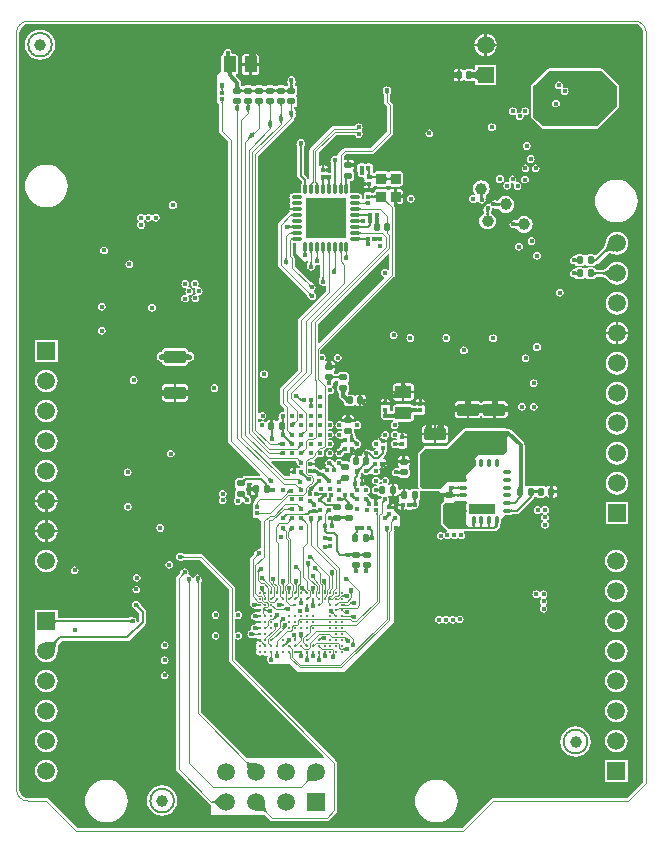
<source format=gbl>
%FSLAX44Y44*%
%MOMM*%
G71*
G01*
G75*
G04 Layer_Physical_Order=8*
G04 Layer_Color=16711680*
%ADD10C,0.1500*%
G04:AMPARAMS|DCode=11|XSize=1.82mm|YSize=1.07mm|CornerRadius=0.107mm|HoleSize=0mm|Usage=FLASHONLY|Rotation=180.000|XOffset=0mm|YOffset=0mm|HoleType=Round|Shape=RoundedRectangle|*
%AMROUNDEDRECTD11*
21,1,1.8200,0.8560,0,0,180.0*
21,1,1.6060,1.0700,0,0,180.0*
1,1,0.2140,-0.8030,0.4280*
1,1,0.2140,0.8030,0.4280*
1,1,0.2140,0.8030,-0.4280*
1,1,0.2140,-0.8030,-0.4280*
%
%ADD11ROUNDEDRECTD11*%
G04:AMPARAMS|DCode=12|XSize=0.8mm|YSize=0.8mm|CornerRadius=0.08mm|HoleSize=0mm|Usage=FLASHONLY|Rotation=0.000|XOffset=0mm|YOffset=0mm|HoleType=Round|Shape=RoundedRectangle|*
%AMROUNDEDRECTD12*
21,1,0.8000,0.6400,0,0,0.0*
21,1,0.6400,0.8000,0,0,0.0*
1,1,0.1600,0.3200,-0.3200*
1,1,0.1600,-0.3200,-0.3200*
1,1,0.1600,-0.3200,0.3200*
1,1,0.1600,0.3200,0.3200*
%
%ADD12ROUNDEDRECTD12*%
G04:AMPARAMS|DCode=13|XSize=2mm|YSize=1.1mm|CornerRadius=0.11mm|HoleSize=0mm|Usage=FLASHONLY|Rotation=0.000|XOffset=0mm|YOffset=0mm|HoleType=Round|Shape=RoundedRectangle|*
%AMROUNDEDRECTD13*
21,1,2.0000,0.8800,0,0,0.0*
21,1,1.7800,1.1000,0,0,0.0*
1,1,0.2200,0.8900,-0.4400*
1,1,0.2200,-0.8900,-0.4400*
1,1,0.2200,-0.8900,0.4400*
1,1,0.2200,0.8900,0.4400*
%
%ADD13ROUNDEDRECTD13*%
G04:AMPARAMS|DCode=14|XSize=0.6mm|YSize=0.5mm|CornerRadius=0.05mm|HoleSize=0mm|Usage=FLASHONLY|Rotation=180.000|XOffset=0mm|YOffset=0mm|HoleType=Round|Shape=RoundedRectangle|*
%AMROUNDEDRECTD14*
21,1,0.6000,0.4000,0,0,180.0*
21,1,0.5000,0.5000,0,0,180.0*
1,1,0.1000,-0.2500,0.2000*
1,1,0.1000,0.2500,0.2000*
1,1,0.1000,0.2500,-0.2000*
1,1,0.1000,-0.2500,-0.2000*
%
%ADD14ROUNDEDRECTD14*%
G04:AMPARAMS|DCode=15|XSize=0.4mm|YSize=0.37mm|CornerRadius=0.037mm|HoleSize=0mm|Usage=FLASHONLY|Rotation=180.000|XOffset=0mm|YOffset=0mm|HoleType=Round|Shape=RoundedRectangle|*
%AMROUNDEDRECTD15*
21,1,0.4000,0.2960,0,0,180.0*
21,1,0.3260,0.3700,0,0,180.0*
1,1,0.0740,-0.1630,0.1480*
1,1,0.0740,0.1630,0.1480*
1,1,0.0740,0.1630,-0.1480*
1,1,0.0740,-0.1630,-0.1480*
%
%ADD15ROUNDEDRECTD15*%
G04:AMPARAMS|DCode=16|XSize=0.4mm|YSize=0.37mm|CornerRadius=0.037mm|HoleSize=0mm|Usage=FLASHONLY|Rotation=90.000|XOffset=0mm|YOffset=0mm|HoleType=Round|Shape=RoundedRectangle|*
%AMROUNDEDRECTD16*
21,1,0.4000,0.2960,0,0,90.0*
21,1,0.3260,0.3700,0,0,90.0*
1,1,0.0740,0.1480,0.1630*
1,1,0.0740,0.1480,-0.1630*
1,1,0.0740,-0.1480,-0.1630*
1,1,0.0740,-0.1480,0.1630*
%
%ADD16ROUNDEDRECTD16*%
G04:AMPARAMS|DCode=17|XSize=1.38mm|YSize=1.05mm|CornerRadius=0.105mm|HoleSize=0mm|Usage=FLASHONLY|Rotation=180.000|XOffset=0mm|YOffset=0mm|HoleType=Round|Shape=RoundedRectangle|*
%AMROUNDEDRECTD17*
21,1,1.3800,0.8400,0,0,180.0*
21,1,1.1700,1.0500,0,0,180.0*
1,1,0.2100,-0.5850,0.4200*
1,1,0.2100,0.5850,0.4200*
1,1,0.2100,0.5850,-0.4200*
1,1,0.2100,-0.5850,-0.4200*
%
%ADD17ROUNDEDRECTD17*%
%ADD18O,1.4000X0.6000*%
G04:AMPARAMS|DCode=19|XSize=1mm|YSize=1mm|CornerRadius=0.25mm|HoleSize=0mm|Usage=FLASHONLY|Rotation=180.000|XOffset=0mm|YOffset=0mm|HoleType=Round|Shape=RoundedRectangle|*
%AMROUNDEDRECTD19*
21,1,1.0000,0.5000,0,0,180.0*
21,1,0.5000,1.0000,0,0,180.0*
1,1,0.5000,-0.2500,0.2500*
1,1,0.5000,0.2500,0.2500*
1,1,0.5000,0.2500,-0.2500*
1,1,0.5000,-0.2500,-0.2500*
%
%ADD19ROUNDEDRECTD19*%
G04:AMPARAMS|DCode=20|XSize=1mm|YSize=1.4mm|CornerRadius=0.25mm|HoleSize=0mm|Usage=FLASHONLY|Rotation=180.000|XOffset=0mm|YOffset=0mm|HoleType=Round|Shape=RoundedRectangle|*
%AMROUNDEDRECTD20*
21,1,1.0000,0.9000,0,0,180.0*
21,1,0.5000,1.4000,0,0,180.0*
1,1,0.5000,-0.2500,0.4500*
1,1,0.5000,0.2500,0.4500*
1,1,0.5000,0.2500,-0.4500*
1,1,0.5000,-0.2500,-0.4500*
%
%ADD20ROUNDEDRECTD20*%
%ADD21O,0.8200X0.2700*%
%ADD22O,0.2700X0.8200*%
%ADD23R,4.4500X4.4500*%
%ADD24R,0.7400X0.5400*%
G04:AMPARAMS|DCode=25|XSize=0.93mm|YSize=0.89mm|CornerRadius=0.089mm|HoleSize=0mm|Usage=FLASHONLY|Rotation=180.000|XOffset=0mm|YOffset=0mm|HoleType=Round|Shape=RoundedRectangle|*
%AMROUNDEDRECTD25*
21,1,0.9300,0.7120,0,0,180.0*
21,1,0.7520,0.8900,0,0,180.0*
1,1,0.1780,-0.3760,0.3560*
1,1,0.1780,0.3760,0.3560*
1,1,0.1780,0.3760,-0.3560*
1,1,0.1780,-0.3760,-0.3560*
%
%ADD25ROUNDEDRECTD25*%
G04:AMPARAMS|DCode=26|XSize=1.9mm|YSize=1.35mm|CornerRadius=0.135mm|HoleSize=0mm|Usage=FLASHONLY|Rotation=180.000|XOffset=0mm|YOffset=0mm|HoleType=Round|Shape=RoundedRectangle|*
%AMROUNDEDRECTD26*
21,1,1.9000,1.0800,0,0,180.0*
21,1,1.6300,1.3500,0,0,180.0*
1,1,0.2700,-0.8150,0.5400*
1,1,0.2700,0.8150,0.5400*
1,1,0.2700,0.8150,-0.5400*
1,1,0.2700,-0.8150,-0.5400*
%
%ADD26ROUNDEDRECTD26*%
G04:AMPARAMS|DCode=27|XSize=1.2mm|YSize=1mm|CornerRadius=0.1mm|HoleSize=0mm|Usage=FLASHONLY|Rotation=180.000|XOffset=0mm|YOffset=0mm|HoleType=Round|Shape=RoundedRectangle|*
%AMROUNDEDRECTD27*
21,1,1.2000,0.8000,0,0,180.0*
21,1,1.0000,1.0000,0,0,180.0*
1,1,0.2000,-0.5000,0.4000*
1,1,0.2000,0.5000,0.4000*
1,1,0.2000,0.5000,-0.4000*
1,1,0.2000,-0.5000,-0.4000*
%
%ADD27ROUNDEDRECTD27*%
G04:AMPARAMS|DCode=28|XSize=0.75mm|YSize=1.1mm|CornerRadius=0.075mm|HoleSize=0mm|Usage=FLASHONLY|Rotation=180.000|XOffset=0mm|YOffset=0mm|HoleType=Round|Shape=RoundedRectangle|*
%AMROUNDEDRECTD28*
21,1,0.7500,0.9500,0,0,180.0*
21,1,0.6000,1.1000,0,0,180.0*
1,1,0.1500,-0.3000,0.4750*
1,1,0.1500,0.3000,0.4750*
1,1,0.1500,0.3000,-0.4750*
1,1,0.1500,-0.3000,-0.4750*
%
%ADD28ROUNDEDRECTD28*%
G04:AMPARAMS|DCode=29|XSize=1.8mm|YSize=1.17mm|CornerRadius=0.117mm|HoleSize=0mm|Usage=FLASHONLY|Rotation=90.000|XOffset=0mm|YOffset=0mm|HoleType=Round|Shape=RoundedRectangle|*
%AMROUNDEDRECTD29*
21,1,1.8000,0.9360,0,0,90.0*
21,1,1.5660,1.1700,0,0,90.0*
1,1,0.2340,0.4680,0.7830*
1,1,0.2340,0.4680,-0.7830*
1,1,0.2340,-0.4680,-0.7830*
1,1,0.2340,-0.4680,0.7830*
%
%ADD29ROUNDEDRECTD29*%
G04:AMPARAMS|DCode=30|XSize=1.55mm|YSize=1.35mm|CornerRadius=0.135mm|HoleSize=0mm|Usage=FLASHONLY|Rotation=180.000|XOffset=0mm|YOffset=0mm|HoleType=Round|Shape=RoundedRectangle|*
%AMROUNDEDRECTD30*
21,1,1.5500,1.0800,0,0,180.0*
21,1,1.2800,1.3500,0,0,180.0*
1,1,0.2700,-0.6400,0.5400*
1,1,0.2700,0.6400,0.5400*
1,1,0.2700,0.6400,-0.5400*
1,1,0.2700,-0.6400,-0.5400*
%
%ADD30ROUNDEDRECTD30*%
%ADD31C,0.3500*%
G04:AMPARAMS|DCode=32|XSize=0.6mm|YSize=0.5mm|CornerRadius=0.05mm|HoleSize=0mm|Usage=FLASHONLY|Rotation=90.000|XOffset=0mm|YOffset=0mm|HoleType=Round|Shape=RoundedRectangle|*
%AMROUNDEDRECTD32*
21,1,0.6000,0.4000,0,0,90.0*
21,1,0.5000,0.5000,0,0,90.0*
1,1,0.1000,0.2000,0.2500*
1,1,0.1000,0.2000,-0.2500*
1,1,0.1000,-0.2000,-0.2500*
1,1,0.1000,-0.2000,0.2500*
%
%ADD32ROUNDEDRECTD32*%
G04:AMPARAMS|DCode=33|XSize=0.41mm|YSize=0.37mm|CornerRadius=0.037mm|HoleSize=0mm|Usage=FLASHONLY|Rotation=180.000|XOffset=0mm|YOffset=0mm|HoleType=Round|Shape=RoundedRectangle|*
%AMROUNDEDRECTD33*
21,1,0.4100,0.2960,0,0,180.0*
21,1,0.3360,0.3700,0,0,180.0*
1,1,0.0740,-0.1680,0.1480*
1,1,0.0740,0.1680,0.1480*
1,1,0.0740,0.1680,-0.1480*
1,1,0.0740,-0.1680,-0.1480*
%
%ADD33ROUNDEDRECTD33*%
G04:AMPARAMS|DCode=34|XSize=0.3mm|YSize=0.6mm|CornerRadius=0.0495mm|HoleSize=0mm|Usage=FLASHONLY|Rotation=90.000|XOffset=0mm|YOffset=0mm|HoleType=Round|Shape=RoundedRectangle|*
%AMROUNDEDRECTD34*
21,1,0.3000,0.5010,0,0,90.0*
21,1,0.2010,0.6000,0,0,90.0*
1,1,0.0990,0.2505,0.1005*
1,1,0.0990,0.2505,-0.1005*
1,1,0.0990,-0.2505,-0.1005*
1,1,0.0990,-0.2505,0.1005*
%
%ADD34ROUNDEDRECTD34*%
G04:AMPARAMS|DCode=35|XSize=0.3mm|YSize=0.6mm|CornerRadius=0.0495mm|HoleSize=0mm|Usage=FLASHONLY|Rotation=0.000|XOffset=0mm|YOffset=0mm|HoleType=Round|Shape=RoundedRectangle|*
%AMROUNDEDRECTD35*
21,1,0.3000,0.5010,0,0,0.0*
21,1,0.2010,0.6000,0,0,0.0*
1,1,0.0990,0.1005,-0.2505*
1,1,0.0990,-0.1005,-0.2505*
1,1,0.0990,-0.1005,0.2505*
1,1,0.0990,0.1005,0.2505*
%
%ADD35ROUNDEDRECTD35*%
%ADD36R,0.9000X2.2500*%
%ADD37R,2.2500X0.9000*%
%ADD38R,1.5500X1.8500*%
%ADD39O,1.4500X0.4500*%
G04:AMPARAMS|DCode=40|XSize=1mm|YSize=1.4mm|CornerRadius=0.25mm|HoleSize=0mm|Usage=FLASHONLY|Rotation=90.000|XOffset=0mm|YOffset=0mm|HoleType=Round|Shape=RoundedRectangle|*
%AMROUNDEDRECTD40*
21,1,1.0000,0.9000,0,0,90.0*
21,1,0.5000,1.4000,0,0,90.0*
1,1,0.5000,0.4500,0.2500*
1,1,0.5000,0.4500,-0.2500*
1,1,0.5000,-0.4500,-0.2500*
1,1,0.5000,-0.4500,0.2500*
%
%ADD40ROUNDEDRECTD40*%
G04:AMPARAMS|DCode=41|XSize=1mm|YSize=1mm|CornerRadius=0.25mm|HoleSize=0mm|Usage=FLASHONLY|Rotation=90.000|XOffset=0mm|YOffset=0mm|HoleType=Round|Shape=RoundedRectangle|*
%AMROUNDEDRECTD41*
21,1,1.0000,0.5000,0,0,90.0*
21,1,0.5000,1.0000,0,0,90.0*
1,1,0.5000,0.2500,0.2500*
1,1,0.5000,0.2500,-0.2500*
1,1,0.5000,-0.2500,-0.2500*
1,1,0.5000,-0.2500,0.2500*
%
%ADD41ROUNDEDRECTD41*%
%ADD42O,0.4000X0.9500*%
%ADD43O,0.6000X1.6000*%
G04:AMPARAMS|DCode=44|XSize=1.82mm|YSize=1.07mm|CornerRadius=0.107mm|HoleSize=0mm|Usage=FLASHONLY|Rotation=270.000|XOffset=0mm|YOffset=0mm|HoleType=Round|Shape=RoundedRectangle|*
%AMROUNDEDRECTD44*
21,1,1.8200,0.8560,0,0,270.0*
21,1,1.6060,1.0700,0,0,270.0*
1,1,0.2140,-0.4280,-0.8030*
1,1,0.2140,-0.4280,0.8030*
1,1,0.2140,0.4280,0.8030*
1,1,0.2140,0.4280,-0.8030*
%
%ADD44ROUNDEDRECTD44*%
%ADD45C,1.0000*%
G04:AMPARAMS|DCode=46|XSize=2.1mm|YSize=1.6mm|CornerRadius=0.4mm|HoleSize=0mm|Usage=FLASHONLY|Rotation=180.000|XOffset=0mm|YOffset=0mm|HoleType=Round|Shape=RoundedRectangle|*
%AMROUNDEDRECTD46*
21,1,2.1000,0.8000,0,0,180.0*
21,1,1.3000,1.6000,0,0,180.0*
1,1,0.8000,-0.6500,0.4000*
1,1,0.8000,0.6500,0.4000*
1,1,0.8000,0.6500,-0.4000*
1,1,0.8000,-0.6500,-0.4000*
%
%ADD46ROUNDEDRECTD46*%
%ADD47O,0.4000X1.3500*%
G04:AMPARAMS|DCode=48|XSize=1.8mm|YSize=1.9mm|CornerRadius=0.45mm|HoleSize=0mm|Usage=FLASHONLY|Rotation=180.000|XOffset=0mm|YOffset=0mm|HoleType=Round|Shape=RoundedRectangle|*
%AMROUNDEDRECTD48*
21,1,1.8000,1.0000,0,0,180.0*
21,1,0.9000,1.9000,0,0,180.0*
1,1,0.9000,-0.4500,0.5000*
1,1,0.9000,0.4500,0.5000*
1,1,0.9000,0.4500,-0.5000*
1,1,0.9000,-0.4500,-0.5000*
%
%ADD48ROUNDEDRECTD48*%
%ADD49R,1.9000X1.9000*%
G04:AMPARAMS|DCode=50|XSize=0.9mm|YSize=0.8mm|CornerRadius=0.08mm|HoleSize=0mm|Usage=FLASHONLY|Rotation=90.000|XOffset=0mm|YOffset=0mm|HoleType=Round|Shape=RoundedRectangle|*
%AMROUNDEDRECTD50*
21,1,0.9000,0.6400,0,0,90.0*
21,1,0.7400,0.8000,0,0,90.0*
1,1,0.1600,0.3200,0.3700*
1,1,0.1600,0.3200,-0.3700*
1,1,0.1600,-0.3200,-0.3700*
1,1,0.1600,-0.3200,0.3700*
%
%ADD50ROUNDEDRECTD50*%
G04:AMPARAMS|DCode=51|XSize=0.9mm|YSize=1mm|CornerRadius=0.09mm|HoleSize=0mm|Usage=FLASHONLY|Rotation=180.000|XOffset=0mm|YOffset=0mm|HoleType=Round|Shape=RoundedRectangle|*
%AMROUNDEDRECTD51*
21,1,0.9000,0.8200,0,0,180.0*
21,1,0.7200,1.0000,0,0,180.0*
1,1,0.1800,-0.3600,0.4100*
1,1,0.1800,0.3600,0.4100*
1,1,0.1800,0.3600,-0.4100*
1,1,0.1800,-0.3600,-0.4100*
%
%ADD51ROUNDEDRECTD51*%
G04:AMPARAMS|DCode=52|XSize=1.7mm|YSize=0.55mm|CornerRadius=0.055mm|HoleSize=0mm|Usage=FLASHONLY|Rotation=180.000|XOffset=0mm|YOffset=0mm|HoleType=Round|Shape=RoundedRectangle|*
%AMROUNDEDRECTD52*
21,1,1.7000,0.4400,0,0,180.0*
21,1,1.5900,0.5500,0,0,180.0*
1,1,0.1100,-0.7950,0.2200*
1,1,0.1100,0.7950,0.2200*
1,1,0.1100,0.7950,-0.2200*
1,1,0.1100,-0.7950,-0.2200*
%
%ADD52ROUNDEDRECTD52*%
%ADD53O,1.5500X0.6000*%
G04:AMPARAMS|DCode=54|XSize=0.93mm|YSize=0.89mm|CornerRadius=0.089mm|HoleSize=0mm|Usage=FLASHONLY|Rotation=90.000|XOffset=0mm|YOffset=0mm|HoleType=Round|Shape=RoundedRectangle|*
%AMROUNDEDRECTD54*
21,1,0.9300,0.7120,0,0,90.0*
21,1,0.7520,0.8900,0,0,90.0*
1,1,0.1780,0.3560,0.3760*
1,1,0.1780,0.3560,-0.3760*
1,1,0.1780,-0.3560,-0.3760*
1,1,0.1780,-0.3560,0.3760*
%
%ADD54ROUNDEDRECTD54*%
%ADD55C,0.1000*%
%ADD56C,0.2000*%
%ADD57C,0.5000*%
%ADD58C,0.3000*%
%ADD59C,0.4000*%
%ADD60C,0.0750*%
%ADD61C,0.0800*%
%ADD62C,0.7000*%
%ADD63C,0.1200*%
%ADD64C,1.5000*%
%ADD65R,1.3500X1.3500*%
%ADD66R,1.5000X1.5000*%
%ADD67R,1.5000X1.5000*%
%ADD68C,0.4500*%
%ADD69C,0.6000*%
G04:AMPARAMS|DCode=70|XSize=1.38mm|YSize=1.05mm|CornerRadius=0.105mm|HoleSize=0mm|Usage=FLASHONLY|Rotation=270.000|XOffset=0mm|YOffset=0mm|HoleType=Round|Shape=RoundedRectangle|*
%AMROUNDEDRECTD70*
21,1,1.3800,0.8400,0,0,270.0*
21,1,1.1700,1.0500,0,0,270.0*
1,1,0.2100,-0.4200,-0.5850*
1,1,0.2100,-0.4200,0.5850*
1,1,0.2100,0.4200,0.5850*
1,1,0.2100,0.4200,-0.5850*
%
%ADD70ROUNDEDRECTD70*%
%ADD71O,0.2600X0.9000*%
%ADD72O,0.9000X0.2600*%
%ADD73R,3.4500X3.4500*%
%ADD74C,0.2500*%
%ADD75C,0.2500*%
G36*
X523400Y683237D02*
X525325Y682983D01*
X527118Y682240D01*
X528658Y681059D01*
X529840Y679518D01*
X530583Y677725D01*
X530837Y675800D01*
X530851D01*
Y41656D01*
X517144Y27949D01*
X403900D01*
X402925Y27755D01*
X402098Y27202D01*
X377444Y2549D01*
X51856D01*
X27202Y27202D01*
X26376Y27755D01*
X25400Y27949D01*
X10000D01*
Y27963D01*
X8075Y28217D01*
X6282Y28960D01*
X4742Y30141D01*
X3560Y31682D01*
X2817Y33475D01*
X2563Y35400D01*
X2549D01*
Y675800D01*
X2563D01*
X2817Y677725D01*
X3560Y679518D01*
X4742Y681059D01*
X6282Y682240D01*
X8075Y682983D01*
X10000Y683237D01*
Y683251D01*
X523400D01*
Y683237D01*
D02*
G37*
%LPC*%
G36*
X133500Y378460D02*
X126470D01*
X125272Y378222D01*
X124257Y377543D01*
X123578Y376528D01*
X123340Y375330D01*
Y373063D01*
X124472Y373156D01*
X124768Y373215D01*
X125010Y373288D01*
X125198Y373373D01*
X125333Y373473D01*
X125414Y373585D01*
X125441Y373710D01*
Y372050D01*
X133500D01*
Y378460D01*
D02*
G37*
G36*
X333450Y379210D02*
X329146D01*
X329160Y379049D01*
X329235Y378594D01*
X329340Y378200D01*
X329475Y377867D01*
X329640Y377594D01*
X329835Y377382D01*
X330060Y377230D01*
X330315Y377139D01*
X330600Y377109D01*
X328600D01*
Y372900D01*
X336560D01*
Y376100D01*
X336323Y377290D01*
X335649Y378299D01*
X334640Y378973D01*
X333450Y379210D01*
D02*
G37*
G36*
X326054D02*
X321750D01*
X320560Y378973D01*
X319551Y378299D01*
X318877Y377290D01*
X318640Y376100D01*
Y372900D01*
X326600D01*
Y377109D01*
X324600D01*
X324885Y377139D01*
X325140Y377230D01*
X325365Y377382D01*
X325560Y377594D01*
X325725Y377867D01*
X325860Y378200D01*
X325965Y378594D01*
X326040Y379049D01*
X326054Y379210D01*
D02*
G37*
G36*
X320405Y370900D02*
X318640D01*
Y370342D01*
X318860Y370360D01*
X319332Y370435D01*
X319737Y370540D01*
X320074Y370675D01*
X320343Y370840D01*
X320405Y370900D01*
D02*
G37*
G36*
X133500Y370050D02*
X125441D01*
Y368390D01*
X125414Y368515D01*
X125333Y368628D01*
X125198Y368727D01*
X125010Y368812D01*
X124768Y368885D01*
X124472Y368944D01*
X124122Y368991D01*
X123340Y369039D01*
Y366770D01*
X123578Y365572D01*
X124257Y364557D01*
X125272Y363878D01*
X126470Y363640D01*
X133500D01*
Y370050D01*
D02*
G37*
G36*
X167700Y378414D02*
X166432Y378162D01*
X165357Y377443D01*
X164638Y376368D01*
X164386Y375100D01*
X164638Y373832D01*
X165357Y372757D01*
X166432Y372039D01*
X167700Y371787D01*
X168968Y372039D01*
X170043Y372757D01*
X170761Y373832D01*
X171013Y375100D01*
X170761Y376368D01*
X170043Y377443D01*
X168968Y378162D01*
X167700Y378414D01*
D02*
G37*
G36*
X25400Y390582D02*
X22920Y390256D01*
X20609Y389298D01*
X18625Y387775D01*
X17102Y385791D01*
X16144Y383480D01*
X15818Y381000D01*
X16144Y378520D01*
X17102Y376209D01*
X18625Y374225D01*
X20609Y372702D01*
X22920Y371744D01*
X25400Y371418D01*
X27880Y371744D01*
X30191Y372702D01*
X32175Y374225D01*
X33698Y376209D01*
X34655Y378520D01*
X34982Y381000D01*
X34655Y383480D01*
X33698Y385791D01*
X32175Y387775D01*
X30191Y389298D01*
X27880Y390256D01*
X25400Y390582D01*
D02*
G37*
G36*
X508500Y405732D02*
X506020Y405405D01*
X503709Y404448D01*
X501725Y402925D01*
X500202Y400941D01*
X499244Y398630D01*
X498918Y396150D01*
X499244Y393670D01*
X500202Y391359D01*
X501725Y389374D01*
X503709Y387852D01*
X506020Y386894D01*
X508500Y386568D01*
X510980Y386894D01*
X513291Y387852D01*
X515275Y389374D01*
X516798Y391359D01*
X517755Y393670D01*
X518082Y396150D01*
X517755Y398630D01*
X516798Y400941D01*
X515275Y402925D01*
X513291Y404448D01*
X510980Y405405D01*
X508500Y405732D01*
D02*
G37*
G36*
X142530Y408960D02*
X126470D01*
X125272Y408722D01*
X124257Y408043D01*
X123578Y407028D01*
X123340Y405830D01*
Y405628D01*
X122750D01*
X121189Y405318D01*
X119866Y404434D01*
X118982Y403111D01*
X118672Y401550D01*
X118982Y399989D01*
X119866Y398666D01*
X121189Y397782D01*
X122750Y397472D01*
X123340D01*
Y397270D01*
X123578Y396072D01*
X124257Y395057D01*
X125272Y394378D01*
X126470Y394140D01*
X142530D01*
X143728Y394378D01*
X144743Y395057D01*
X145422Y396072D01*
X145660Y397270D01*
Y397472D01*
X146250D01*
X147811Y397782D01*
X149134Y398666D01*
X150018Y399989D01*
X150328Y401550D01*
X150018Y403111D01*
X149134Y404434D01*
X147811Y405318D01*
X146250Y405628D01*
X145660D01*
Y405830D01*
X145422Y407028D01*
X144743Y408043D01*
X143728Y408722D01*
X142530Y408960D01*
D02*
G37*
G36*
X267400Y397849D02*
X266448D01*
X266454Y397785D01*
X266522Y397386D01*
X266617Y397024D01*
X266740Y396701D01*
X266889Y396416D01*
X267066Y396170D01*
X267270Y395961D01*
X267501Y395791D01*
X267759Y395660D01*
X265900D01*
Y394300D01*
X269949D01*
Y395300D01*
X269755Y396276D01*
X269202Y397103D01*
X268375Y397655D01*
X267400Y397849D01*
D02*
G37*
G36*
X209700Y390214D02*
X208432Y389961D01*
X207357Y389243D01*
X206639Y388168D01*
X206386Y386900D01*
X206639Y385632D01*
X207357Y384557D01*
X208432Y383839D01*
X209700Y383586D01*
X210968Y383839D01*
X212043Y384557D01*
X212761Y385632D01*
X213014Y386900D01*
X212761Y388168D01*
X212043Y389243D01*
X210968Y389961D01*
X209700Y390214D01*
D02*
G37*
G36*
X142530Y378460D02*
X135500D01*
Y372050D01*
X143559D01*
Y373710D01*
X143586Y373585D01*
X143667Y373473D01*
X143801Y373373D01*
X143990Y373288D01*
X144232Y373215D01*
X144528Y373156D01*
X144878Y373109D01*
X145660Y373061D01*
Y375330D01*
X145422Y376528D01*
X144743Y377543D01*
X143728Y378222D01*
X142530Y378460D01*
D02*
G37*
G36*
X438100Y382514D02*
X436832Y382261D01*
X435757Y381543D01*
X435039Y380468D01*
X434786Y379200D01*
X435039Y377932D01*
X435757Y376857D01*
X436832Y376139D01*
X438100Y375886D01*
X439368Y376139D01*
X440443Y376857D01*
X441161Y377932D01*
X441414Y379200D01*
X441161Y380468D01*
X440443Y381543D01*
X439368Y382261D01*
X438100Y382514D01*
D02*
G37*
G36*
X99330Y385244D02*
X98062Y384992D01*
X96987Y384273D01*
X96269Y383198D01*
X96017Y381930D01*
X96269Y380662D01*
X96987Y379587D01*
X98062Y378869D01*
X99330Y378617D01*
X100598Y378869D01*
X101673Y379587D01*
X102392Y380662D01*
X102644Y381930D01*
X102392Y383198D01*
X101673Y384273D01*
X100598Y384992D01*
X99330Y385244D01*
D02*
G37*
G36*
X326600Y370900D02*
X320850D01*
X321352Y366740D01*
X321165Y366847D01*
X320940Y366942D01*
X320678Y367026D01*
X320378Y367100D01*
X320041Y367162D01*
X319253Y367252D01*
X319126Y367258D01*
X318732Y367237D01*
X318877Y366510D01*
X319551Y365501D01*
X320560Y364827D01*
X321750Y364590D01*
X326600D01*
Y370900D01*
D02*
G37*
G36*
X508500Y380332D02*
X506020Y380005D01*
X503709Y379048D01*
X501725Y377525D01*
X500202Y375541D01*
X499244Y373230D01*
X498918Y370750D01*
X499244Y368270D01*
X500202Y365959D01*
X501725Y363974D01*
X503709Y362452D01*
X506020Y361494D01*
X508500Y361168D01*
X510980Y361494D01*
X513291Y362452D01*
X515275Y363974D01*
X516798Y365959D01*
X517755Y368270D01*
X518082Y370750D01*
X517755Y373230D01*
X516798Y375541D01*
X515275Y377525D01*
X513291Y379048D01*
X510980Y380005D01*
X508500Y380332D01*
D02*
G37*
G36*
X295749Y363600D02*
X294803D01*
X295273Y363069D01*
X295459Y362876D01*
X295749Y362615D01*
Y363600D01*
D02*
G37*
G36*
X402886Y364360D02*
X396670D01*
X395472Y364122D01*
X394457Y363443D01*
X394006Y362768D01*
X393977Y362757D01*
X392923D01*
X392894Y362768D01*
X392443Y363443D01*
X391428Y364122D01*
X390230Y364360D01*
X385110D01*
X385234Y362369D01*
X385270Y362287D01*
X385310Y362259D01*
X383200D01*
Y356950D01*
Y349540D01*
X390230D01*
X391428Y349778D01*
X392443Y350457D01*
X392894Y351132D01*
X392923Y351143D01*
X393977D01*
X394006Y351132D01*
X394457Y350457D01*
X395472Y349778D01*
X396670Y349540D01*
X403700D01*
Y356950D01*
Y362259D01*
X402590D01*
X402649Y362288D01*
X402702Y362373D01*
X402748Y362515D01*
X402788Y362714D01*
X402822Y362970D01*
X402872Y363651D01*
X402886Y364360D01*
D02*
G37*
G36*
X295580Y361253D02*
X295158Y360830D01*
X294920Y360243D01*
X295002Y360298D01*
X295555Y361125D01*
X295580Y361253D01*
D02*
G37*
G36*
X178770Y662159D02*
X177404Y661887D01*
X176247Y661113D01*
X175473Y659956D01*
X175201Y658590D01*
Y657941D01*
X175110Y657923D01*
X174101Y657249D01*
X173427Y656240D01*
X173190Y655050D01*
Y643350D01*
X169954Y640113D01*
Y626730D01*
Y623770D01*
Y621030D01*
Y618070D01*
X170138Y617145D01*
X170661Y616361D01*
X171445Y615838D01*
X171451Y615836D01*
Y592900D01*
X171645Y591925D01*
X172198Y591098D01*
X179251Y584044D01*
Y330380D01*
X179445Y329404D01*
X179998Y328578D01*
X206516Y302059D01*
X206102Y301059D01*
X193799D01*
X192629Y300826D01*
X192231Y300560D01*
X191637Y300163D01*
X191637Y300163D01*
X190770Y299296D01*
X190466Y299023D01*
X190374Y298949D01*
X187700D01*
X186724Y298755D01*
X185897Y298203D01*
X185345Y297376D01*
X185151Y296400D01*
Y292400D01*
X185345Y291425D01*
X185897Y290598D01*
X186041Y290502D01*
Y289299D01*
X185897Y289203D01*
X185345Y288376D01*
X185151Y287400D01*
Y283400D01*
X185345Y282425D01*
X185351Y282416D01*
X185257Y281943D01*
X184538Y280868D01*
X184286Y279599D01*
X184538Y278331D01*
X185257Y277256D01*
X186332Y276538D01*
X187600Y276286D01*
X188868Y276538D01*
X189943Y277256D01*
X190661Y278331D01*
X190753Y278791D01*
X191323Y279020D01*
X191817Y279016D01*
X191908Y278880D01*
X191945Y278855D01*
X191971Y278820D01*
X192274Y278635D01*
X192569Y278438D01*
X192613Y278430D01*
X192651Y278406D01*
X192991Y278354D01*
X193256Y277957D01*
X194332Y277238D01*
X195600Y276986D01*
X196868Y277238D01*
X197943Y277957D01*
X198661Y279032D01*
X198913Y280300D01*
X198661Y281568D01*
X197943Y282643D01*
X197545Y282908D01*
X197493Y283248D01*
X197470Y283286D01*
X197461Y283330D01*
X197264Y283625D01*
X197080Y283928D01*
X197044Y283955D01*
X197019Y283992D01*
X196724Y284189D01*
X196438Y284398D01*
X196395Y284409D01*
X196357Y284433D01*
X196009Y284503D01*
X195665Y284587D01*
X195664Y284587D01*
X195655Y284592D01*
X195613Y284619D01*
X195406Y284842D01*
X195249Y285036D01*
Y287400D01*
X195055Y288376D01*
X194502Y289203D01*
X194358Y289299D01*
Y290502D01*
X194502Y290598D01*
X195055Y291425D01*
X195249Y292400D01*
Y294941D01*
X199701D01*
X200005Y293941D01*
X199498Y293602D01*
X198945Y292775D01*
X198751Y291800D01*
Y290300D01*
X199300D01*
X199589Y290305D01*
X200007Y290339D01*
Y290875D01*
X200126Y290766D01*
X200257Y290668D01*
X200402Y290582D01*
X200559Y290507D01*
X200602Y290491D01*
X200685Y290541D01*
X200761Y290615D01*
X200807Y290698D01*
X200822Y290792D01*
Y290417D01*
X200910Y290392D01*
X201105Y290352D01*
X201313Y290323D01*
X201533Y290306D01*
X201765Y290300D01*
X203300D01*
Y289300D01*
X204300D01*
Y284251D01*
X204386D01*
X204690Y283251D01*
X204426Y283074D01*
X204425Y283074D01*
X202225Y280875D01*
X201651Y280014D01*
X201449Y279000D01*
X201449Y279000D01*
Y278298D01*
X200761Y277839D01*
X200238Y277055D01*
X200054Y276130D01*
Y273170D01*
X200238Y272245D01*
X200535Y271800D01*
X200238Y271355D01*
X200054Y270430D01*
Y267470D01*
X200238Y266545D01*
X200761Y265761D01*
X201545Y265238D01*
X202470Y265054D01*
X204571D01*
X207180Y262445D01*
Y262445D01*
X207173Y262410D01*
Y240334D01*
X205492Y238652D01*
X204432Y238441D01*
X203357Y237723D01*
X203102Y237341D01*
X203097Y237341D01*
X202733Y237280D01*
X202709Y237266D01*
X202682Y237260D01*
X202372Y237056D01*
X202057Y236861D01*
X202041Y236838D01*
X202017Y236823D01*
X201809Y236516D01*
X201593Y236214D01*
X201587Y236187D01*
X201571Y236164D01*
X201496Y235801D01*
X201412Y235439D01*
X201394Y234890D01*
X201378Y234735D01*
X201357Y234596D01*
X201335Y234496D01*
X201335Y234496D01*
X197700Y230861D01*
X197700Y192176D01*
X198096Y191780D01*
X198349Y190512D01*
X199067Y189437D01*
X200142Y188719D01*
X201272Y188494D01*
X201410Y188466D01*
X201931Y188386D01*
X202245Y188338D01*
X202482Y187800D01*
X205900D01*
Y185800D01*
X202631D01*
X202162Y185155D01*
X201991Y185060D01*
X200842Y184831D01*
X199767Y184113D01*
X199049Y183038D01*
X198796Y181770D01*
X199049Y180502D01*
X199767Y179427D01*
X200842Y178709D01*
X201979Y178482D01*
X202149Y178400D01*
X202571Y177800D01*
X205900D01*
Y175800D01*
X202631D01*
X202162Y175155D01*
X201991Y175060D01*
X200842Y174831D01*
X199767Y174113D01*
X199049Y173038D01*
X198796Y171770D01*
X198942Y171040D01*
X198821Y170352D01*
X198216Y169953D01*
X197502Y169811D01*
X196427Y169093D01*
X195709Y168018D01*
X195456Y166750D01*
X195709Y165482D01*
X196427Y164407D01*
X197502Y163689D01*
X198770Y163436D01*
X199307Y163543D01*
X199328Y163530D01*
X199649Y163320D01*
X199662Y163317D01*
X199673Y163310D01*
X200053Y163244D01*
X200431Y163172D01*
X200444Y163175D01*
X200457Y163172D01*
X200833Y163256D01*
X201210Y163335D01*
X201221Y163342D01*
X201234Y163345D01*
X201550Y163566D01*
X201629Y163621D01*
X202001Y163594D01*
X202126Y163515D01*
X202625Y162800D01*
X203703D01*
X203696Y163366D01*
X203908Y163164D01*
X204322Y162822D01*
X204355Y162800D01*
X205900D01*
Y160800D01*
X204388D01*
X204345Y160769D01*
X204145Y160607D01*
X203943Y160422D01*
X203738Y160217D01*
X203730Y160800D01*
X202785D01*
X202839Y160532D01*
X203557Y159457D01*
Y159143D01*
X202839Y158068D01*
X202586Y156800D01*
X202839Y155532D01*
X203146Y155071D01*
X203487Y154300D01*
X203146Y153528D01*
X202839Y153068D01*
X202586Y151800D01*
X202839Y150532D01*
X203557Y149457D01*
X204632Y148739D01*
X205900Y148486D01*
X207168Y148739D01*
X208243Y149457D01*
X208557D01*
X209632Y148739D01*
X210900Y148486D01*
X212168Y148739D01*
X212747Y147922D01*
X212784Y147785D01*
X212683Y147646D01*
X212453Y147338D01*
X212450Y147324D01*
X212441Y147313D01*
X212351Y146938D01*
X212257Y146567D01*
X212259Y146553D01*
X212255Y146539D01*
X212316Y146158D01*
X212370Y145780D01*
X212377Y145768D01*
X212379Y145753D01*
X212581Y145425D01*
X212593Y145405D01*
X212466Y144770D01*
X212719Y143502D01*
X213437Y142427D01*
X214512Y141709D01*
X214580Y141695D01*
X214925Y141465D01*
X215900Y141271D01*
X231429D01*
X237900Y134800D01*
X277600D01*
X319300Y176500D01*
Y254046D01*
X319462Y254289D01*
X319505Y254505D01*
X324500Y259500D01*
Y266900D01*
X319411Y271989D01*
X319546Y272670D01*
Y273150D01*
X315500D01*
Y275150D01*
X319546D01*
Y275630D01*
X319363Y276555D01*
X318839Y277339D01*
X318055Y277862D01*
X317130Y278046D01*
X316522D01*
X318426Y277412D01*
X318204Y277182D01*
X317847Y276756D01*
X317712Y276561D01*
X317605Y276377D01*
X317526Y276205D01*
X317476Y276044D01*
X317455Y275894D01*
X317462Y275756D01*
X317498Y275630D01*
X313610Y275890D01*
X313780Y275971D01*
X313972Y276084D01*
X314186Y276229D01*
X314681Y276612D01*
X315264Y277120D01*
X316229Y278046D01*
X315672D01*
X315137Y279046D01*
X315461Y279532D01*
X315714Y280800D01*
X315461Y282068D01*
X314743Y283143D01*
X314511Y283298D01*
X314486Y284163D01*
X314572Y284210D01*
X315212Y284422D01*
X315924Y283945D01*
X316900Y283751D01*
X317900D01*
Y283792D01*
X317890Y284177D01*
X317861Y284522D01*
X317811Y284826D01*
X317742Y285090D01*
X317653Y285313D01*
X317544Y285495D01*
X317416Y285637D01*
X317267Y285739D01*
X317099Y285800D01*
X316912Y285820D01*
X317900D01*
Y288800D01*
Y291778D01*
X316900Y291778D01*
X317090Y291798D01*
X317260Y291859D01*
X317410Y291961D01*
X317540Y292103D01*
X317650Y292286D01*
X317740Y292509D01*
X317810Y292773D01*
X317860Y293077D01*
X317890Y293423D01*
X317900Y293808D01*
Y293849D01*
X316900D01*
X315924Y293655D01*
X315212Y293179D01*
X314572Y293389D01*
X314486Y293437D01*
X314510Y294301D01*
X314743Y294457D01*
X315461Y295532D01*
X315714Y296800D01*
X315461Y298068D01*
X314743Y299143D01*
X313668Y299861D01*
X312400Y300114D01*
X311132Y299861D01*
X310057Y299143D01*
X309339Y298068D01*
X309086Y296800D01*
X309339Y295532D01*
X309795Y294849D01*
X309304Y293849D01*
X307900D01*
X307379Y293745D01*
X307253Y293886D01*
X306883Y294666D01*
X307461Y295532D01*
X307714Y296800D01*
X307461Y298068D01*
X306743Y299143D01*
X305668Y299861D01*
X304400Y300114D01*
X303132Y299861D01*
X302057Y299143D01*
X301339Y298068D01*
X301086Y296800D01*
X301339Y295532D01*
X302057Y294457D01*
X303132Y293739D01*
X304400Y293486D01*
X304550Y293516D01*
X305341Y292654D01*
X305289Y292474D01*
X305146Y292224D01*
X304869Y292020D01*
X304400Y292114D01*
X303132Y291861D01*
X302057Y291143D01*
X301339Y290068D01*
X301086Y288800D01*
X301339Y287532D01*
X302057Y286457D01*
X303132Y285739D01*
X304400Y285486D01*
X304869Y285580D01*
X305147Y285376D01*
X305190Y285366D01*
X305226Y285341D01*
X305575Y285272D01*
X305581Y285270D01*
X306098Y284498D01*
X306925Y283945D01*
X307900Y283751D01*
X308561D01*
X309370Y282778D01*
X309370Y282661D01*
X309062Y282456D01*
X308748Y282258D01*
X308732Y282235D01*
X308708Y282220D01*
X308502Y281912D01*
X308288Y281609D01*
X308282Y281581D01*
X308266Y281558D01*
X308194Y281195D01*
X308190Y281178D01*
X307947Y281007D01*
X307375Y280800D01*
X307110Y280788D01*
X306595Y281133D01*
X305670Y281316D01*
X305190D01*
Y281268D01*
X305197Y280922D01*
X305257Y280321D01*
X305292Y280144D01*
X305765Y280144D01*
X305656Y280025D01*
X305558Y279893D01*
X305472Y279749D01*
X305440Y279683D01*
X305456Y279644D01*
X305553Y279478D01*
X305664Y279342D01*
X305789Y279236D01*
X305930Y279160D01*
X305265D01*
X305242Y279046D01*
X305213Y278838D01*
X305196Y278618D01*
X305190Y278385D01*
Y277270D01*
X303190D01*
Y278385D01*
X303184Y278618D01*
X303167Y278838D01*
X303138Y279045D01*
X303115Y279160D01*
X302450D01*
X302591Y279236D01*
X302717Y279342D01*
X302827Y279478D01*
X302924Y279644D01*
X302940Y279683D01*
X302908Y279749D01*
X302822Y279893D01*
X302724Y280025D01*
X302615Y280144D01*
X303088Y280144D01*
X303123Y280321D01*
X303160Y280607D01*
X303183Y280922D01*
X303190Y281268D01*
Y281316D01*
X302710D01*
X301785Y281133D01*
X301340Y280835D01*
X301154Y280959D01*
X301077Y281015D01*
X301058Y281023D01*
X300895Y281133D01*
X300793Y281153D01*
X300774Y281163D01*
X300359Y281430D01*
X300192Y281553D01*
X300175Y281567D01*
X300123Y281780D01*
X300054Y282128D01*
X300029Y282165D01*
X300018Y282208D01*
X299809Y282495D01*
X299611Y282790D01*
X299575Y282815D01*
X299548Y282850D01*
X299245Y283035D01*
X298950Y283232D01*
X298906Y283241D01*
X298868Y283264D01*
X298528Y283316D01*
X298263Y283714D01*
X297188Y284432D01*
X296706Y284528D01*
Y285547D01*
X297668Y285739D01*
X298743Y286457D01*
X299461Y287532D01*
X299714Y288800D01*
X299461Y290068D01*
X298743Y291143D01*
X297668Y291861D01*
X296400Y292114D01*
X296346Y292158D01*
Y292700D01*
X294392D01*
X294354Y292563D01*
X294312Y292315D01*
X294298Y292070D01*
X293977Y292700D01*
X292450D01*
Y293700D01*
X291450D01*
Y297746D01*
X291086D01*
X290811Y298095D01*
X290689Y298361D01*
X290600Y298692D01*
X291226Y299629D01*
X291459Y300800D01*
X291459Y300800D01*
Y301722D01*
X291462Y301748D01*
X291474Y301804D01*
X291477Y301814D01*
X291477Y301814D01*
X291662Y302117D01*
X291859Y302413D01*
X291868Y302456D01*
X291891Y302494D01*
X291945Y302845D01*
X291971Y302979D01*
X292082Y303098D01*
X292346Y303374D01*
X292352Y303390D01*
X292363Y303402D01*
X292816Y303462D01*
X293428Y303398D01*
X294057Y302457D01*
X295132Y301739D01*
X296400Y301486D01*
X297668Y301739D01*
X298125Y302044D01*
X298154Y302039D01*
X298538Y301969D01*
X298545Y301971D01*
X298553Y301969D01*
X298934Y302054D01*
X299316Y302136D01*
X299322Y302141D01*
X299329Y302142D01*
X299650Y302367D01*
X299970Y302589D01*
X299974Y302595D01*
X299981Y302599D01*
X300191Y302930D01*
X300402Y303257D01*
X300405Y303266D01*
X300799Y303378D01*
X301504Y303284D01*
X301504Y303284D01*
X302057Y302457D01*
X303132Y301739D01*
X304400Y301486D01*
X305668Y301739D01*
X306743Y302457D01*
X307461Y303532D01*
X307714Y304800D01*
X307461Y306068D01*
X307302Y306307D01*
X307903Y307207D01*
X308170Y307154D01*
X308650D01*
Y311200D01*
X309650D01*
Y312200D01*
X313546D01*
Y312830D01*
X313363Y313755D01*
X312839Y314539D01*
X312055Y315063D01*
X311130Y315246D01*
X310761D01*
X310565Y315721D01*
X310440Y316246D01*
X310990Y317070D01*
X311079Y317513D01*
X312083Y318517D01*
X312690Y319427D01*
X312904Y320500D01*
Y320954D01*
X313439Y321311D01*
X313962Y322095D01*
X314146Y323020D01*
Y325980D01*
X313962Y326905D01*
X313665Y327350D01*
X313962Y327795D01*
X314146Y328720D01*
Y329200D01*
X310100D01*
Y331167D01*
X308133Y329269D01*
X308245Y329420D01*
X308301Y329600D01*
X308299Y329809D01*
X308240Y330048D01*
X308124Y330316D01*
X307951Y330613D01*
X307721Y330940D01*
X307434Y331297D01*
X306688Y332098D01*
X308153Y333462D01*
X308563Y333065D01*
X309299Y332439D01*
X309625Y332211D01*
X309922Y332038D01*
X310190Y331922D01*
X310431Y331862D01*
X310642Y331857D01*
X310826Y331909D01*
X310981Y332017D01*
X310134Y331200D01*
X314146D01*
Y331680D01*
X313962Y332605D01*
X313810Y332833D01*
X314743Y333457D01*
X315461Y334532D01*
X315714Y335800D01*
X315461Y337068D01*
X314743Y338143D01*
X313668Y338861D01*
X312400Y339114D01*
X311132Y338861D01*
X310057Y338143D01*
X309339Y337068D01*
X309086Y335800D01*
X309226Y335097D01*
X308518Y334096D01*
X308470D01*
X307545Y333913D01*
X306761Y333389D01*
X306238Y332605D01*
X306063Y331725D01*
X306040Y331675D01*
X306035Y331667D01*
X305054Y330984D01*
X304400Y331114D01*
X303132Y330861D01*
X302057Y330143D01*
X301339Y329068D01*
X301086Y327800D01*
X301339Y326532D01*
X302057Y325457D01*
X303132Y324739D01*
X304400Y324486D01*
X305194Y323804D01*
X304400Y323114D01*
X303132Y322861D01*
X302057Y322143D01*
X301817Y321784D01*
X300990Y321703D01*
X300648Y321835D01*
X299816Y322390D01*
X298743Y322604D01*
X298053D01*
X297668Y322861D01*
X296400Y323114D01*
X295132Y322861D01*
X294057Y322143D01*
X293339Y321068D01*
X293086Y319800D01*
X293180Y319331D01*
X292976Y319053D01*
X292966Y319010D01*
X292941Y318974D01*
X292872Y318626D01*
X292788Y318281D01*
X292530Y317999D01*
X292202Y317751D01*
X291202Y317702D01*
X290375Y318255D01*
X289400Y318449D01*
X288400D01*
Y318408D01*
X289400D01*
X289402Y318193D01*
X289975D01*
X289866Y318074D01*
X289768Y317943D01*
X289682Y317798D01*
X289607Y317641D01*
X289544Y317472D01*
X289492Y317290D01*
X289468Y317171D01*
X289490Y316871D01*
X289529Y316675D01*
X289576Y316515D01*
X289630Y316393D01*
X289691Y316308D01*
X289759Y316259D01*
X288400Y316307D01*
Y313400D01*
X286400D01*
Y316378D01*
X286400D01*
X286400D01*
Y318449D01*
X285400D01*
X284425Y318255D01*
X283598Y317702D01*
X283045Y316875D01*
X282851Y315900D01*
Y313306D01*
X281876Y312755D01*
X281851Y312760D01*
X280900Y312949D01*
X277173D01*
X276992Y313219D01*
X276982Y313226D01*
X276975Y313236D01*
X276652Y313447D01*
X276330Y313661D01*
X276318Y313664D01*
X276308Y313670D01*
X275928Y313741D01*
X275909Y313745D01*
X275643Y314143D01*
X274568Y314861D01*
X273300Y315114D01*
X272032Y314861D01*
X270957Y314143D01*
X270239Y313068D01*
X270153Y312639D01*
X269226Y312596D01*
X269132Y312614D01*
X269127Y312638D01*
X268916Y312947D01*
X268714Y313261D01*
X268693Y313275D01*
X268679Y313296D01*
X268367Y313501D01*
X268059Y313714D01*
X268035Y313719D01*
X268014Y313732D01*
X267674Y313797D01*
X267563Y313963D01*
X267504Y314002D01*
X267343Y314243D01*
X266268Y314961D01*
X265000Y315214D01*
X263732Y314961D01*
X262657Y314243D01*
X261939Y313168D01*
X261686Y311900D01*
X261939Y310632D01*
X261996Y310546D01*
X261819Y310002D01*
X261486Y309510D01*
X260745Y309363D01*
X259961Y308839D01*
X259438Y308055D01*
X259254Y307130D01*
Y306740D01*
X258253Y306062D01*
X257830Y306146D01*
X257067D01*
X256394Y306742D01*
X255743Y307393D01*
X254668Y308111D01*
X254458Y308153D01*
X253400Y308364D01*
X252970Y308887D01*
X253046Y309270D01*
Y309750D01*
X249000D01*
Y311750D01*
X253046D01*
Y312230D01*
X252862Y313155D01*
X252339Y313939D01*
X252905Y314754D01*
X254737Y316586D01*
X254845Y316748D01*
X255826Y316943D01*
X256132Y316739D01*
X257400Y316486D01*
X258668Y316739D01*
X259743Y317457D01*
X260461Y318532D01*
X260714Y319800D01*
X260461Y321068D01*
X260257Y321374D01*
X260452Y322355D01*
X260614Y322463D01*
X262737Y324586D01*
X262845Y324748D01*
X263826Y324943D01*
X264132Y324739D01*
X265400Y324486D01*
X266668Y324739D01*
X267743Y325457D01*
X268461Y326532D01*
X268714Y327800D01*
X268461Y329068D01*
X267743Y330143D01*
X266668Y330861D01*
X265400Y331114D01*
X264851Y331004D01*
X263941Y331698D01*
Y331902D01*
X264851Y332595D01*
X265400Y332486D01*
X266668Y332739D01*
X267743Y333457D01*
X268461Y334532D01*
X268714Y335800D01*
X268461Y337068D01*
X267743Y338143D01*
X266668Y338861D01*
X265400Y339114D01*
X264851Y339004D01*
X263941Y339697D01*
Y339902D01*
X264851Y340596D01*
X265400Y340486D01*
X266668Y340739D01*
X267743Y341457D01*
X268461Y342532D01*
X268714Y343800D01*
X268461Y345068D01*
X267743Y346143D01*
X266668Y346861D01*
X265400Y347114D01*
X264447Y346924D01*
X263447Y347515D01*
Y369561D01*
X264447Y370096D01*
X264532Y370039D01*
X265800Y369786D01*
X267068Y370039D01*
X268143Y370757D01*
X268861Y371832D01*
X269114Y373100D01*
X268861Y374368D01*
X268143Y375443D01*
X267510Y375866D01*
X267351Y376907D01*
X267404Y377048D01*
X268061Y378032D01*
X268314Y379300D01*
X268314Y379300D01*
Y379300D01*
X268703Y380164D01*
X269202Y380498D01*
X269755Y381325D01*
X269789Y381497D01*
X271871D01*
X271945Y381125D01*
X272497Y380298D01*
X272641Y380202D01*
Y378999D01*
X272497Y378903D01*
X271945Y378076D01*
X271751Y377100D01*
Y373100D01*
X271945Y372125D01*
X272241Y371682D01*
X272385Y371423D01*
X272447Y371373D01*
X272497Y371298D01*
X272775Y371112D01*
X273008Y370928D01*
X273066Y370897D01*
X273086Y370858D01*
X273131Y370736D01*
X273179Y370546D01*
X273221Y370291D01*
X273217Y370268D01*
X273220Y370256D01*
X273218Y370244D01*
X273229Y370198D01*
X273231Y370175D01*
Y368900D01*
X273503Y367535D01*
X274276Y366377D01*
X274377Y366277D01*
X275351Y365303D01*
X275481Y365108D01*
X275526Y365078D01*
X275559Y365034D01*
X276162Y364492D01*
X276641Y364012D01*
X276760Y363876D01*
X277007Y363559D01*
X277209Y363266D01*
X277367Y362999D01*
X277484Y362760D01*
X277566Y362552D01*
X277616Y362375D01*
X277642Y362226D01*
X277656Y361980D01*
X277727Y361707D01*
X277767Y361428D01*
X277794Y361381D01*
X277845Y361125D01*
X278398Y360298D01*
X279225Y359745D01*
X280200Y359551D01*
X284200D01*
X285175Y359745D01*
X286002Y360298D01*
X286099Y360442D01*
X287301D01*
X287398Y360298D01*
X288225Y359745D01*
X289200Y359551D01*
X290200D01*
Y364600D01*
Y369649D01*
X289200D01*
X288225Y369455D01*
X287398Y368902D01*
X287301Y368758D01*
X286099D01*
X286002Y368902D01*
X285175Y369455D01*
X284200Y369649D01*
X281226D01*
X280824Y369994D01*
X280790Y370132D01*
X280787Y370820D01*
X280898Y371160D01*
X280899Y371162D01*
X281102Y371298D01*
X281152Y371373D01*
X281215Y371423D01*
X281359Y371682D01*
X281655Y372125D01*
X281849Y373100D01*
Y377100D01*
X281655Y378076D01*
X281102Y378903D01*
X280958Y378999D01*
Y380202D01*
X281102Y380298D01*
X281655Y381125D01*
X281849Y382100D01*
Y386100D01*
X281655Y387076D01*
X281102Y387903D01*
X280275Y388455D01*
X279300Y388649D01*
X274300D01*
X273324Y388455D01*
X272497Y387903D01*
X271964Y387104D01*
X269789D01*
X269755Y387276D01*
X269202Y388103D01*
X269058Y388199D01*
Y389402D01*
X269202Y389498D01*
X269755Y390325D01*
X269949Y391300D01*
Y392300D01*
X264900D01*
Y393300D01*
X263900D01*
Y395660D01*
X262040D01*
X262299Y395791D01*
X262530Y395961D01*
X262734Y396170D01*
X262910Y396416D01*
X263060Y396701D01*
X263182Y397024D01*
X263277Y397386D01*
X263345Y397785D01*
X263351Y397849D01*
X262400D01*
X261424Y397655D01*
X260943Y398457D01*
X261661Y399532D01*
X261914Y400800D01*
X261661Y402068D01*
X260943Y403143D01*
X259868Y403861D01*
X258600Y404114D01*
X258169Y404028D01*
X257397Y404662D01*
Y407172D01*
X319687Y469462D01*
X320212Y470248D01*
X320396Y471175D01*
X320396Y471175D01*
Y528199D01*
X320212Y529126D01*
X319798Y529745D01*
X320100Y530740D01*
Y530815D01*
X320090Y531201D01*
X320060Y531546D01*
X320017Y531807D01*
X319525D01*
X319634Y531926D01*
X319732Y532057D01*
X319818Y532202D01*
X319865Y532300D01*
X319850Y532338D01*
X319740Y532521D01*
X319610Y532663D01*
X319460Y532765D01*
X319290Y532826D01*
X319100Y532846D01*
X320036D01*
X320048Y532905D01*
X320077Y533113D01*
X320094Y533333D01*
X320100Y533565D01*
Y537300D01*
Y543855D01*
X317900D01*
X316807Y543638D01*
X315881Y543019D01*
X315701Y542749D01*
X314499D01*
X314319Y543019D01*
X313393Y543638D01*
X312300Y543855D01*
X305900D01*
X304807Y543638D01*
X303881Y543019D01*
X303263Y542093D01*
X303045Y541000D01*
Y540309D01*
X301551D01*
X301540Y540309D01*
X301414Y540326D01*
X301339Y540439D01*
X301221Y540517D01*
X301174Y540574D01*
X300995Y540668D01*
X300555Y540962D01*
X299630Y541146D01*
X296370D01*
X295445Y540962D01*
X294661Y540439D01*
X294137Y539655D01*
X293954Y538730D01*
Y535955D01*
X293753Y535586D01*
X293364Y535230D01*
X292827Y536011D01*
X292965Y536700D01*
X292708Y537988D01*
X291979Y539079D01*
X290888Y539809D01*
X289600Y540065D01*
X283818D01*
X283113Y540313D01*
X282865Y541017D01*
Y546800D01*
X282711Y547573D01*
X282712Y547600D01*
X282697Y547641D01*
X282609Y548088D01*
X282451Y548323D01*
X282442Y548349D01*
X282403Y548414D01*
X282401Y548417D01*
X282390Y548445D01*
X282382Y548470D01*
X282330Y548707D01*
X282319Y548786D01*
X282304Y548994D01*
Y550451D01*
X283100D01*
X284075Y550645D01*
X284902Y551198D01*
X285455Y552025D01*
X285649Y553000D01*
Y557000D01*
X285455Y557976D01*
X284902Y558803D01*
X284758Y558899D01*
Y560102D01*
X284902Y560198D01*
X285455Y561025D01*
X285649Y562000D01*
Y563000D01*
X285608D01*
X285223Y562990D01*
X284878Y562961D01*
X284574Y562911D01*
X284393Y562864D01*
X284393Y562425D01*
X284274Y562534D01*
X284142Y562632D01*
X284013Y562709D01*
X283904Y562645D01*
X283762Y562516D01*
X283661Y562368D01*
X283600Y562200D01*
X283580Y562012D01*
Y562883D01*
X283489Y562908D01*
X283295Y562949D01*
X283087Y562977D01*
X282867Y562995D01*
X282634Y563000D01*
X280600D01*
Y564000D01*
X279600D01*
Y568549D01*
X278100D01*
X278049Y568539D01*
X277049Y569360D01*
Y571444D01*
X279056Y573451D01*
X301000D01*
X301975Y573645D01*
X302802Y574198D01*
X318102Y589498D01*
X318655Y590325D01*
X318849Y591300D01*
Y614600D01*
X318687Y615414D01*
X318655Y615575D01*
X318102Y616402D01*
X316249Y618256D01*
Y623683D01*
X316254Y623694D01*
X316296Y623762D01*
X316343Y623830D01*
X316581Y624112D01*
X316733Y624268D01*
X316944Y624591D01*
X317159Y624913D01*
X317161Y624925D01*
X317168Y624935D01*
X317239Y625314D01*
X317314Y625693D01*
X317312Y625705D01*
X317314Y625717D01*
X317234Y626095D01*
X317159Y626474D01*
X317152Y626483D01*
X317150Y626495D01*
X316932Y626813D01*
X316920Y626831D01*
X317014Y627300D01*
X316761Y628568D01*
X316043Y629643D01*
X314968Y630361D01*
X313700Y630614D01*
X312432Y630361D01*
X311357Y629643D01*
X310639Y628568D01*
X310386Y627300D01*
X310480Y626831D01*
X310468Y626813D01*
X310250Y626495D01*
X310248Y626483D01*
X310241Y626474D01*
X310166Y626095D01*
X310086Y625717D01*
X310088Y625705D01*
X310086Y625693D01*
X310161Y625314D01*
X310232Y624935D01*
X310239Y624925D01*
X310241Y624913D01*
X310456Y624591D01*
X310667Y624268D01*
X310837Y624093D01*
X310951Y623965D01*
X311040Y623853D01*
X311105Y623762D01*
X311146Y623694D01*
X311151Y623683D01*
Y617200D01*
X311345Y616225D01*
X311898Y615398D01*
X313751Y613544D01*
Y592356D01*
X299944Y578549D01*
X278000D01*
X277024Y578355D01*
X276198Y577802D01*
X272698Y574302D01*
X272145Y573475D01*
X271951Y572500D01*
Y572074D01*
X270951Y571539D01*
X270768Y571661D01*
X269500Y571914D01*
X268232Y571661D01*
X267157Y570943D01*
X266439Y569868D01*
X266186Y568600D01*
X266280Y568131D01*
X266275Y568124D01*
X266060Y567817D01*
X266054Y567794D01*
X266041Y567774D01*
X265968Y567407D01*
X265886Y567040D01*
X265891Y567017D01*
X265886Y566993D01*
X265959Y566626D01*
X266023Y566257D01*
X266036Y566236D01*
X266041Y566213D01*
X266249Y565901D01*
X266450Y565585D01*
X266558Y565472D01*
X266604Y565417D01*
X266637Y565369D01*
X266661Y565330D01*
X266677Y565297D01*
X266688Y565269D01*
X266696Y565243D01*
Y557410D01*
X265696Y556876D01*
X265568Y556961D01*
X264300Y557214D01*
X263716Y558117D01*
X263746Y558270D01*
Y558750D01*
X263697D01*
X263352Y558743D01*
X262751Y558684D01*
X262543Y558641D01*
Y558175D01*
X262424Y558284D01*
X262292Y558382D01*
X262148Y558468D01*
X262096Y558493D01*
X262074Y558484D01*
X261908Y558387D01*
X261772Y558277D01*
X261666Y558151D01*
X261590Y558010D01*
Y558668D01*
X261445Y558698D01*
X261237Y558727D01*
X261017Y558744D01*
X260784Y558750D01*
X259700D01*
Y559750D01*
X258700D01*
Y563646D01*
X258070D01*
X257145Y563462D01*
X256851Y563266D01*
X255851Y563800D01*
Y574502D01*
X270598Y589249D01*
X286786D01*
X286839Y588982D01*
X287557Y587907D01*
X288632Y587189D01*
X289900Y586936D01*
X291168Y587189D01*
X292243Y587907D01*
X292961Y588982D01*
X293214Y590250D01*
X292961Y591518D01*
X292330Y592463D01*
X292233Y592886D01*
Y593314D01*
X292330Y593737D01*
X292961Y594682D01*
X293214Y595950D01*
X292961Y597218D01*
X292243Y598293D01*
X291168Y599011D01*
X289900Y599264D01*
X288632Y599011D01*
X287557Y598293D01*
X286839Y597218D01*
X286786Y596951D01*
X268506D01*
X268506Y596951D01*
X267660Y596783D01*
X267491Y596749D01*
X266631Y596175D01*
X266631Y596174D01*
X248925Y578469D01*
X248351Y577608D01*
X248149Y576594D01*
X248149Y576594D01*
Y552077D01*
X247149Y551978D01*
X247090Y552273D01*
X246483Y553183D01*
X243504Y556161D01*
Y579399D01*
X243506Y579407D01*
X243514Y579424D01*
X243524Y579445D01*
X243542Y579472D01*
X243569Y579507D01*
X243609Y579552D01*
X243716Y579655D01*
X243929Y579961D01*
X244149Y580261D01*
X244156Y580287D01*
X244171Y580308D01*
X244250Y580672D01*
X244339Y581034D01*
X244335Y581060D01*
X244341Y581086D01*
X244275Y581452D01*
X244219Y581821D01*
X244205Y581843D01*
X244201Y581869D01*
X244000Y582182D01*
X243993Y582193D01*
X244114Y582800D01*
X243861Y584068D01*
X243143Y585143D01*
X242068Y585861D01*
X240800Y586114D01*
X239532Y585861D01*
X238457Y585143D01*
X237739Y584068D01*
X237486Y582800D01*
X237553Y582463D01*
X237326Y582167D01*
X237321Y582146D01*
X237308Y582128D01*
X237218Y581763D01*
X237120Y581398D01*
X237123Y581377D01*
X237118Y581355D01*
X237175Y580983D01*
X237224Y580610D01*
X237235Y580591D01*
X237238Y580569D01*
X237434Y580246D01*
X237622Y579920D01*
X237729Y579798D01*
X237780Y579732D01*
X237819Y579672D01*
X237848Y579622D01*
X237869Y579577D01*
X237884Y579536D01*
X237895Y579498D01*
X237896Y579490D01*
Y555000D01*
X238110Y553927D01*
X238717Y553017D01*
X241696Y550039D01*
Y548954D01*
X241662Y548656D01*
X241646Y548576D01*
X241627Y548498D01*
X241610Y548445D01*
X241599Y548417D01*
X241597Y548414D01*
X241558Y548349D01*
X241549Y548323D01*
X241392Y548088D01*
X241303Y547641D01*
X241288Y547600D01*
X241289Y547573D01*
X241135Y546800D01*
Y541017D01*
X240887Y540313D01*
X240182Y540065D01*
X234400D01*
X233112Y539809D01*
X232021Y539079D01*
X231292Y537988D01*
X231035Y536700D01*
X231292Y535412D01*
X232021Y534321D01*
Y534079D01*
X231292Y532988D01*
X231035Y531700D01*
X231292Y530412D01*
X232021Y529321D01*
Y529079D01*
X231292Y527988D01*
X231245Y527752D01*
X231343Y527700D01*
X233521D01*
X233610Y527735D01*
X233764Y527811D01*
X233905Y527896D01*
Y527700D01*
X237600D01*
Y525700D01*
X233905D01*
Y525504D01*
X233764Y525589D01*
X233610Y525665D01*
X233521Y525700D01*
X231234D01*
X231292Y525412D01*
X231459Y525161D01*
X231024Y524055D01*
X230198Y523502D01*
X221898Y515202D01*
X221345Y514375D01*
X221151Y513400D01*
Y479600D01*
X221345Y478624D01*
X221898Y477798D01*
X246040Y453655D01*
X246044Y453643D01*
X246063Y453567D01*
X246077Y453484D01*
X246108Y453117D01*
X246111Y452899D01*
X246191Y452521D01*
X246266Y452142D01*
X246273Y452132D01*
X246275Y452120D01*
X246493Y451802D01*
X246708Y451481D01*
X246718Y451474D01*
X246725Y451464D01*
X247048Y451253D01*
X247370Y451039D01*
X247381Y451036D01*
X247392Y451030D01*
X247771Y450959D01*
X247791Y450955D01*
X248057Y450557D01*
X249132Y449839D01*
X250400Y449586D01*
X251668Y449839D01*
X252743Y450557D01*
X253461Y451632D01*
X253714Y452900D01*
X253461Y454168D01*
X252743Y455243D01*
X252345Y455509D01*
X252341Y455528D01*
X252270Y455908D01*
X252264Y455919D01*
X252261Y455930D01*
X252047Y456251D01*
X251836Y456575D01*
X251826Y456668D01*
X251902Y457587D01*
X251961Y457701D01*
X252343Y457957D01*
X253061Y459032D01*
X253314Y460300D01*
X253061Y461568D01*
X252343Y462643D01*
X251945Y462909D01*
X251941Y462928D01*
X251870Y463308D01*
X251864Y463318D01*
X251861Y463330D01*
X251647Y463651D01*
X251436Y463975D01*
X251426Y463982D01*
X251419Y463992D01*
X251099Y464206D01*
X250780Y464425D01*
X250768Y464427D01*
X250758Y464434D01*
X250380Y464509D01*
X250001Y464589D01*
X249757Y464592D01*
X249585Y464602D01*
X249443Y464618D01*
X249333Y464637D01*
X249256Y464656D01*
X249245Y464660D01*
X235649Y478256D01*
Y485000D01*
X235455Y485975D01*
X234902Y486802D01*
X234049Y487656D01*
Y498047D01*
X234400Y498335D01*
X236500D01*
Y489700D01*
X244500Y481700D01*
X246027Y483227D01*
X246951Y482844D01*
Y481517D01*
X246946Y481506D01*
X246905Y481438D01*
X246857Y481370D01*
X246619Y481088D01*
X246467Y480932D01*
X246256Y480609D01*
X246041Y480287D01*
X246039Y480275D01*
X246032Y480266D01*
X245961Y479886D01*
X245886Y479507D01*
X245888Y479495D01*
X245886Y479483D01*
X245966Y479105D01*
X246041Y478726D01*
X246048Y478717D01*
X246050Y478705D01*
X246268Y478387D01*
X246280Y478369D01*
X246186Y477900D01*
X246439Y476632D01*
X247157Y475557D01*
X248232Y474839D01*
X249500Y474586D01*
X250768Y474839D01*
X251843Y475557D01*
X252561Y476632D01*
X252814Y477900D01*
X252720Y478369D01*
X252732Y478387D01*
X252950Y478705D01*
X252952Y478717D01*
X252959Y478726D01*
X252967Y478769D01*
X252968Y478771D01*
X253849Y479491D01*
X254060Y479494D01*
X254600Y479386D01*
X255868Y479639D01*
X255951Y479694D01*
X256951Y479160D01*
Y468817D01*
X256946Y468806D01*
X256905Y468738D01*
X256857Y468670D01*
X256619Y468388D01*
X256467Y468232D01*
X256256Y467909D01*
X256041Y467587D01*
X256039Y467575D01*
X256032Y467565D01*
X255961Y467186D01*
X255886Y466807D01*
X255888Y466795D01*
X255886Y466783D01*
X255966Y466405D01*
X256041Y466026D01*
X256048Y466017D01*
X256050Y466005D01*
X256268Y465687D01*
X256280Y465669D01*
X256186Y465200D01*
X256439Y463932D01*
X257157Y462857D01*
X258232Y462139D01*
X259500Y461886D01*
X260768Y462139D01*
X260951Y462261D01*
X261951Y461726D01*
Y457256D01*
X239398Y434702D01*
X238845Y433876D01*
X238651Y432900D01*
Y390556D01*
X224098Y376002D01*
X223545Y375176D01*
X223351Y374200D01*
Y362300D01*
X223545Y361325D01*
X224098Y360498D01*
X226851Y357744D01*
Y355845D01*
X225851Y355024D01*
X225400Y355114D01*
X224132Y354861D01*
X223057Y354143D01*
X222339Y353068D01*
X222086Y351800D01*
X222180Y351331D01*
X222175Y351324D01*
X221960Y351017D01*
X221954Y350993D01*
X221941Y350974D01*
X221868Y350606D01*
X221786Y350240D01*
X221791Y350217D01*
X221786Y350193D01*
X221859Y349826D01*
X221924Y349457D01*
X221936Y349436D01*
X221941Y349413D01*
X222149Y349101D01*
X222252Y348940D01*
X222080Y348093D01*
X222045Y348006D01*
X222043Y348001D01*
X221991Y347932D01*
X221924Y347855D01*
X221098Y347302D01*
X221001Y347158D01*
X219799D01*
X219702Y347302D01*
X218875Y347855D01*
X217900Y348049D01*
X216900D01*
Y343000D01*
X214900D01*
Y348049D01*
X213900D01*
X212925Y347855D01*
X212098Y347302D01*
X211545Y346475D01*
X211462Y346445D01*
X210481Y346251D01*
X209568Y346861D01*
X208300Y347114D01*
X207032Y346861D01*
X205957Y346143D01*
X205949Y346131D01*
X204949Y346435D01*
Y349315D01*
X205949Y349618D01*
X206057Y349457D01*
X207132Y348739D01*
X208400Y348486D01*
X209668Y348739D01*
X210743Y349457D01*
X211461Y350532D01*
X211714Y351800D01*
X211461Y353068D01*
X210743Y354143D01*
X209668Y354861D01*
X208400Y355114D01*
X207132Y354861D01*
X206057Y354143D01*
X205949Y353982D01*
X204949Y354285D01*
Y571944D01*
X234703Y601698D01*
X235255Y602525D01*
X235449Y603500D01*
Y603983D01*
X235455Y603994D01*
X235496Y604062D01*
X235560Y604153D01*
X235648Y604265D01*
X235763Y604394D01*
X235934Y604568D01*
X236139Y604884D01*
X236351Y605194D01*
X236356Y605216D01*
X236368Y605235D01*
X236437Y605605D01*
X236514Y605973D01*
X236510Y605995D01*
X236514Y606017D01*
X236437Y606385D01*
X236367Y606755D01*
X236355Y606774D01*
X236350Y606796D01*
X236138Y607106D01*
X236120Y607132D01*
X236214Y607600D01*
X236120Y608068D01*
X236138Y608094D01*
X236350Y608404D01*
X236355Y608426D01*
X236367Y608445D01*
X236437Y608815D01*
X236514Y609183D01*
X236510Y609205D01*
X236514Y609227D01*
X236437Y609595D01*
X236368Y609965D01*
X236356Y609984D01*
X236351Y610006D01*
X236139Y610316D01*
X235934Y610632D01*
X235763Y610807D01*
X235649Y610935D01*
X235560Y611046D01*
X235496Y611138D01*
X235455Y611206D01*
X235449Y611217D01*
Y613260D01*
X236376Y613445D01*
X237203Y613997D01*
X237755Y614824D01*
X237949Y615800D01*
Y619800D01*
X237755Y620775D01*
X237203Y621602D01*
X237059Y621698D01*
Y622901D01*
X237203Y622997D01*
X237755Y623824D01*
X237949Y624800D01*
Y628800D01*
X237755Y629775D01*
X237203Y630602D01*
X236376Y631155D01*
X235959Y631237D01*
Y633022D01*
X235963Y633048D01*
X235974Y633104D01*
X235977Y633113D01*
X235977Y633114D01*
X236162Y633417D01*
X236359Y633713D01*
X236368Y633756D01*
X236391Y633794D01*
X236445Y634145D01*
X236514Y634493D01*
X236506Y634536D01*
X236513Y634580D01*
X236428Y634925D01*
X236359Y635273D01*
X236335Y635310D01*
X236324Y635353D01*
X236121Y635631D01*
X236214Y636100D01*
X235962Y637368D01*
X235243Y638443D01*
X234168Y639161D01*
X232900Y639413D01*
X231632Y639161D01*
X230557Y638443D01*
X229839Y637368D01*
X229587Y636100D01*
X229680Y635631D01*
X229476Y635353D01*
X229466Y635310D01*
X229441Y635273D01*
X229372Y634925D01*
X229288Y634580D01*
X229295Y634536D01*
X229286Y634493D01*
X229355Y634145D01*
X229410Y633794D01*
X229433Y633756D01*
X229441Y633713D01*
X229639Y633417D01*
X229823Y633114D01*
X229824Y633113D01*
X229826Y633104D01*
X229838Y633048D01*
X229841Y633022D01*
Y631237D01*
X229425Y631155D01*
X228598Y630602D01*
X228203D01*
X227376Y631155D01*
X226400Y631349D01*
X221400D01*
X220425Y631155D01*
X220156Y630975D01*
X219400Y630679D01*
X218644Y630975D01*
X218376Y631155D01*
X217400Y631349D01*
X212400D01*
X211425Y631155D01*
X210598Y630602D01*
X209803D01*
Y630602D01*
X208976Y631155D01*
X208000Y631349D01*
X203000D01*
X202025Y631155D01*
X201198Y630602D01*
X200285Y630747D01*
X199676Y631155D01*
X198700Y631349D01*
X193700D01*
X192725Y631155D01*
X192456Y630975D01*
X191700Y630679D01*
X190944Y630975D01*
X190676Y631155D01*
X190625Y631165D01*
X190585Y631417D01*
X190569Y631620D01*
Y633700D01*
X190297Y635066D01*
X189523Y636223D01*
X186158Y639588D01*
X186366Y640795D01*
X186899Y641151D01*
X187573Y642160D01*
X187810Y643350D01*
Y655050D01*
X187573Y656240D01*
X186899Y657249D01*
X185890Y657923D01*
X184700Y658160D01*
X182339D01*
Y658590D01*
X182067Y659956D01*
X181293Y661113D01*
X180136Y661887D01*
X178770Y662159D01*
D02*
G37*
G36*
X292200Y361508D02*
Y359551D01*
X293200D01*
X294175Y359745D01*
X294264Y359804D01*
X294197Y359869D01*
X294150Y359823D01*
X294141Y359852D01*
X294112Y359898D01*
X294065Y359962D01*
X293913Y360139D01*
X293912Y360141D01*
X292790Y361101D01*
X292288Y361457D01*
X292200Y361508D01*
D02*
G37*
G36*
X412730Y364360D02*
X407915D01*
X408012Y362714D01*
X408052Y362515D01*
X408098Y362373D01*
X408151Y362288D01*
X408210Y362259D01*
X405700D01*
Y357950D01*
X413759D01*
Y360310D01*
X413786Y360289D01*
X413865Y360271D01*
X413997Y360254D01*
X414420Y360228D01*
X415860Y360207D01*
Y361230D01*
X415622Y362428D01*
X414943Y363443D01*
X413928Y364122D01*
X412730Y364360D01*
D02*
G37*
G36*
X143559Y370050D02*
X135500D01*
Y363640D01*
X142530D01*
X143728Y363878D01*
X144743Y364557D01*
X145422Y365572D01*
X145660Y366770D01*
Y369037D01*
X144528Y368944D01*
X144232Y368885D01*
X143990Y368812D01*
X143801Y368727D01*
X143667Y368628D01*
X143586Y368515D01*
X143559Y368390D01*
Y370050D01*
D02*
G37*
G36*
X336560Y370900D02*
X328600D01*
Y364590D01*
X333450D01*
X334640Y364827D01*
X335649Y365501D01*
X336323Y366510D01*
X336560Y367700D01*
Y370900D01*
D02*
G37*
G36*
X293200Y369649D02*
X292200D01*
Y365600D01*
X292943D01*
X293678Y366734D01*
X293551Y366464D01*
X293501Y366159D01*
X293526Y365820D01*
X293586Y365600D01*
X295749D01*
Y367100D01*
X295555Y368075D01*
X295002Y368902D01*
X294175Y369455D01*
X293200Y369649D01*
D02*
G37*
G36*
X314030Y366046D02*
X313400D01*
Y363150D01*
X314367D01*
Y363602D01*
X314382Y363517D01*
X314426Y363440D01*
X314501Y363372D01*
X314604Y363313D01*
X314738Y363263D01*
X314901Y363222D01*
X315094Y363191D01*
X315316Y363168D01*
X315850Y363150D01*
X316446D01*
Y363630D01*
X316262Y364555D01*
X315739Y365339D01*
X314955Y365863D01*
X314030Y366046D01*
D02*
G37*
G36*
X341100Y365946D02*
X340470D01*
X339545Y365762D01*
X338761Y365239D01*
X338237Y364455D01*
X338054Y363530D01*
Y363050D01*
X341100D01*
Y365946D01*
D02*
G37*
G36*
X343730D02*
X343100D01*
Y363050D01*
X343860D01*
X343990Y363053D01*
Y363790D01*
X344066Y363649D01*
X344172Y363523D01*
X344308Y363413D01*
X344474Y363316D01*
X344670Y363235D01*
X344859Y363179D01*
X344899Y363190D01*
X345070Y363252D01*
X345228Y363325D01*
X345374Y363409D01*
X345508Y363504D01*
X345629Y363610D01*
X345616Y363067D01*
X345752Y363057D01*
X346097Y363050D01*
X346146D01*
Y363530D01*
X345962Y364455D01*
X345439Y365239D01*
X344655Y365762D01*
X343730Y365946D01*
D02*
G37*
G36*
X311400Y366046D02*
X310770D01*
X309845Y365863D01*
X309061Y365339D01*
X308538Y364555D01*
X308354Y363630D01*
Y363150D01*
X311400D01*
Y366046D01*
D02*
G37*
G36*
X460100Y459214D02*
X458832Y458961D01*
X457757Y458243D01*
X457039Y457168D01*
X456786Y455900D01*
X457039Y454632D01*
X457757Y453557D01*
X458832Y452839D01*
X460100Y452586D01*
X461368Y452839D01*
X462443Y453557D01*
X463161Y454632D01*
X463414Y455900D01*
X463161Y457168D01*
X462443Y458243D01*
X461368Y458961D01*
X460100Y459214D01*
D02*
G37*
G36*
X142900Y466514D02*
X141632Y466261D01*
X140557Y465543D01*
X139839Y464468D01*
X139586Y463200D01*
X139839Y461932D01*
X140557Y460857D01*
X141632Y460139D01*
X142900Y459886D01*
X143479Y460002D01*
X143982Y459082D01*
X143439Y458268D01*
X143186Y457000D01*
X143439Y455732D01*
X143921Y455010D01*
X143319Y454110D01*
X142800Y454214D01*
X141532Y453961D01*
X140457Y453243D01*
X139739Y452168D01*
X139486Y450900D01*
X139739Y449632D01*
X140457Y448557D01*
X141532Y447839D01*
X142800Y447586D01*
X144068Y447839D01*
X145143Y448557D01*
X145861Y449632D01*
X146114Y450900D01*
X145861Y452168D01*
X145379Y452890D01*
X145981Y453790D01*
X146500Y453686D01*
X147768Y453939D01*
X148843Y454657D01*
X149561Y455732D01*
X149814Y457000D01*
X149561Y458268D01*
X148843Y459343D01*
X147768Y460061D01*
X146500Y460314D01*
X145920Y460198D01*
X145417Y461118D01*
X145961Y461932D01*
X146214Y463200D01*
X145961Y464468D01*
X145243Y465543D01*
X144168Y466261D01*
X142900Y466514D01*
D02*
G37*
G36*
X508500Y481932D02*
X506020Y481605D01*
X503709Y480648D01*
X501725Y479125D01*
X501501Y478834D01*
X500824Y478137D01*
X499428Y476850D01*
X498833Y476373D01*
X498274Y475977D01*
X497775Y475672D01*
X497344Y475457D01*
X496993Y475325D01*
X496729Y475262D01*
X496693Y475258D01*
X490537D01*
X490455Y475675D01*
X489902Y476502D01*
X489075Y477055D01*
X488100Y477249D01*
X484100D01*
X483124Y477055D01*
X482297Y476502D01*
X482201Y476358D01*
X480998D01*
X480902Y476502D01*
X480075Y477055D01*
X479100Y477249D01*
X475100D01*
X474124Y477055D01*
X473297Y476502D01*
X472795Y475750D01*
X471900Y475514D01*
X471900Y475514D01*
Y475514D01*
X470632Y475261D01*
X469557Y474543D01*
X468839Y473468D01*
X468586Y472200D01*
X468839Y470932D01*
X469557Y469857D01*
X470632Y469139D01*
X471900Y468886D01*
X471900Y468886D01*
D01*
X472795Y468649D01*
X473297Y467897D01*
X474124Y467345D01*
X475100Y467151D01*
X479100D01*
X480075Y467345D01*
X480902Y467897D01*
X480998Y468041D01*
X482201D01*
X482297Y467897D01*
X483124Y467345D01*
X484100Y467151D01*
X488100D01*
X489075Y467345D01*
X489902Y467897D01*
X490455Y468724D01*
X490537Y469141D01*
X496731D01*
X496758Y469139D01*
X497023Y469076D01*
X497385Y468942D01*
X497832Y468726D01*
X498353Y468421D01*
X498901Y468051D01*
X501056Y466267D01*
X501564Y465783D01*
X501725Y465574D01*
X503709Y464052D01*
X506020Y463094D01*
X508500Y462768D01*
X510980Y463094D01*
X513291Y464052D01*
X515275Y465574D01*
X516798Y467559D01*
X517755Y469870D01*
X518082Y472350D01*
X517755Y474830D01*
X516798Y477141D01*
X515275Y479125D01*
X513291Y480648D01*
X510980Y481605D01*
X508500Y481932D01*
D02*
G37*
G36*
X151100Y466614D02*
X149832Y466361D01*
X148757Y465643D01*
X148039Y464568D01*
X147786Y463300D01*
X148039Y462032D01*
X148757Y460957D01*
X149832Y460239D01*
X150997Y460007D01*
X151292Y459605D01*
X151567Y459060D01*
X151239Y458568D01*
X150986Y457300D01*
X151239Y456032D01*
X151675Y455378D01*
X151575Y455026D01*
X151174Y454369D01*
X150132Y454161D01*
X149057Y453443D01*
X148339Y452368D01*
X148086Y451100D01*
X148339Y449832D01*
X149057Y448757D01*
X150132Y448039D01*
X151400Y447786D01*
X152668Y448039D01*
X153743Y448757D01*
X154461Y449832D01*
X154714Y451100D01*
X154461Y452368D01*
X154025Y453022D01*
X154125Y453374D01*
X154526Y454031D01*
X155568Y454239D01*
X156643Y454957D01*
X157361Y456032D01*
X157614Y457300D01*
X157361Y458568D01*
X156643Y459643D01*
X155568Y460361D01*
X154403Y460593D01*
X154108Y460995D01*
X153833Y461540D01*
X154161Y462032D01*
X154414Y463300D01*
X154161Y464568D01*
X153443Y465643D01*
X152368Y466361D01*
X151100Y466614D01*
D02*
G37*
G36*
X508500Y456532D02*
X506020Y456205D01*
X503709Y455248D01*
X501725Y453725D01*
X500202Y451741D01*
X499244Y449430D01*
X498918Y446950D01*
X499244Y444470D01*
X500202Y442159D01*
X501725Y440174D01*
X503709Y438652D01*
X506020Y437694D01*
X508500Y437368D01*
X510980Y437694D01*
X513291Y438652D01*
X515275Y440174D01*
X516798Y442159D01*
X517755Y444470D01*
X518082Y446950D01*
X517755Y449430D01*
X516798Y451741D01*
X515275Y453725D01*
X513291Y455248D01*
X510980Y456205D01*
X508500Y456532D01*
D02*
G37*
G36*
X114750Y446364D02*
X113482Y446111D01*
X112407Y445393D01*
X111689Y444318D01*
X111436Y443050D01*
X111689Y441782D01*
X112407Y440707D01*
X113482Y439989D01*
X114750Y439736D01*
X116018Y439989D01*
X117093Y440707D01*
X117811Y441782D01*
X118064Y443050D01*
X117811Y444318D01*
X117093Y445393D01*
X116018Y446111D01*
X114750Y446364D01*
D02*
G37*
G36*
X72300Y447414D02*
X71032Y447161D01*
X69957Y446443D01*
X69239Y445368D01*
X68986Y444100D01*
X69239Y442832D01*
X69957Y441757D01*
X71032Y441039D01*
X72300Y440786D01*
X73568Y441039D01*
X74643Y441757D01*
X75361Y442832D01*
X75614Y444100D01*
X75361Y445368D01*
X74643Y446443D01*
X73568Y447161D01*
X72300Y447414D01*
D02*
G37*
G36*
X74200Y494914D02*
X72932Y494661D01*
X71857Y493943D01*
X71139Y492868D01*
X70886Y491600D01*
X71139Y490332D01*
X71857Y489257D01*
X72932Y488539D01*
X74200Y488286D01*
X75468Y488539D01*
X76543Y489257D01*
X77261Y490332D01*
X77514Y491600D01*
X77261Y492868D01*
X76543Y493943D01*
X75468Y494661D01*
X74200Y494914D01*
D02*
G37*
G36*
X425500Y498214D02*
X424232Y497961D01*
X423157Y497243D01*
X422439Y496168D01*
X422186Y494900D01*
X422439Y493632D01*
X423157Y492557D01*
X424232Y491839D01*
X425500Y491586D01*
X426768Y491839D01*
X427843Y492557D01*
X428561Y493632D01*
X428814Y494900D01*
X428561Y496168D01*
X427843Y497243D01*
X426768Y497961D01*
X425500Y498214D01*
D02*
G37*
G36*
X436200Y502914D02*
X434932Y502661D01*
X433857Y501943D01*
X433139Y500868D01*
X432886Y499600D01*
X433139Y498332D01*
X433857Y497257D01*
X434932Y496539D01*
X436200Y496286D01*
X437468Y496539D01*
X438543Y497257D01*
X439261Y498332D01*
X439514Y499600D01*
X439261Y500868D01*
X438543Y501943D01*
X437468Y502661D01*
X436200Y502914D01*
D02*
G37*
G36*
X508500Y507332D02*
X506020Y507005D01*
X503709Y506048D01*
X501725Y504525D01*
X500202Y502541D01*
X499244Y500230D01*
X499207Y499947D01*
X498953Y499055D01*
X497968Y495933D01*
X497414Y494471D01*
X497188Y493962D01*
X496995Y493586D01*
X496886Y493412D01*
X490930Y487455D01*
X489935Y487553D01*
X489902Y487602D01*
X489075Y488155D01*
X488100Y488349D01*
X484100D01*
X483124Y488155D01*
X482297Y487602D01*
X482201Y487458D01*
X480998D01*
X480902Y487602D01*
X480075Y488155D01*
X479100Y488349D01*
X475100D01*
X474124Y488155D01*
X473297Y487602D01*
X472750Y486783D01*
X472627Y486759D01*
X472590Y486734D01*
X472547Y486724D01*
X472269Y486520D01*
X471800Y486614D01*
X470532Y486361D01*
X469457Y485643D01*
X468739Y484568D01*
X468738Y484567D01*
X468674Y484470D01*
X468441Y483300D01*
X468674Y482129D01*
X468739Y482032D01*
X468739Y482032D01*
X469457Y480957D01*
X470532Y480239D01*
X471800Y479986D01*
X472268Y480079D01*
X472546Y479876D01*
X472589Y479865D01*
X472626Y479841D01*
X472750Y479816D01*
X473297Y478997D01*
X474124Y478445D01*
X475100Y478251D01*
X479100D01*
X480075Y478445D01*
X480902Y478997D01*
X480998Y479141D01*
X482201D01*
X482297Y478997D01*
X483124Y478445D01*
X484100Y478251D01*
X488100D01*
X489075Y478445D01*
X489902Y478997D01*
X490455Y479824D01*
X491100Y480241D01*
X492270Y480474D01*
X493263Y481137D01*
X500867Y488741D01*
X500923Y488788D01*
X501134Y488915D01*
X501407Y489025D01*
X501759Y489114D01*
X502202Y489168D01*
X502738Y489178D01*
X503366Y489132D01*
X504080Y489026D01*
X504879Y488853D01*
X505688Y488632D01*
X506020Y488494D01*
X508500Y488168D01*
X510980Y488494D01*
X513291Y489452D01*
X515275Y490974D01*
X516798Y492959D01*
X517755Y495270D01*
X518082Y497750D01*
X517755Y500230D01*
X516798Y502541D01*
X515275Y504525D01*
X513291Y506048D01*
X510980Y507005D01*
X508500Y507332D01*
D02*
G37*
G36*
X95600Y483314D02*
X94332Y483061D01*
X93257Y482343D01*
X92539Y481268D01*
X92286Y480000D01*
X92539Y478732D01*
X93257Y477657D01*
X94332Y476939D01*
X95600Y476686D01*
X96868Y476939D01*
X97943Y477657D01*
X98661Y478732D01*
X98914Y480000D01*
X98661Y481268D01*
X97943Y482343D01*
X96868Y483061D01*
X95600Y483314D01*
D02*
G37*
G36*
X508000Y212782D02*
X505520Y212456D01*
X503209Y211498D01*
X501225Y209975D01*
X499702Y207991D01*
X498745Y205680D01*
X498418Y203200D01*
X498745Y200720D01*
X499702Y198409D01*
X501225Y196425D01*
X503209Y194902D01*
X505520Y193944D01*
X508000Y193618D01*
X510480Y193944D01*
X512791Y194902D01*
X514775Y196425D01*
X516298Y198409D01*
X517256Y200720D01*
X517582Y203200D01*
X517256Y205680D01*
X516298Y207991D01*
X514775Y209975D01*
X512791Y211498D01*
X510480Y212456D01*
X508000Y212782D01*
D02*
G37*
G36*
X440700Y490414D02*
X439432Y490161D01*
X438357Y489443D01*
X437639Y488368D01*
X437386Y487100D01*
X437639Y485832D01*
X438357Y484757D01*
X439432Y484039D01*
X440700Y483786D01*
X441968Y484039D01*
X443043Y484757D01*
X443761Y485832D01*
X444014Y487100D01*
X443761Y488368D01*
X443043Y489443D01*
X441968Y490161D01*
X440700Y490414D01*
D02*
G37*
G36*
X509500Y431000D02*
Y422550D01*
X517950D01*
X517755Y424030D01*
X516798Y426341D01*
X515275Y428325D01*
X513291Y429848D01*
X510980Y430805D01*
X509500Y431000D01*
D02*
G37*
G36*
X378900Y410414D02*
X377632Y410161D01*
X376557Y409443D01*
X375839Y408368D01*
X375586Y407100D01*
X375839Y405832D01*
X376557Y404757D01*
X377632Y404039D01*
X378900Y403786D01*
X380168Y404039D01*
X381243Y404757D01*
X381961Y405832D01*
X382214Y407100D01*
X381961Y408368D01*
X381243Y409443D01*
X380168Y410161D01*
X378900Y410414D01*
D02*
G37*
G36*
X440700Y413114D02*
X439432Y412861D01*
X438357Y412143D01*
X437639Y411068D01*
X437386Y409800D01*
X437639Y408532D01*
X438357Y407457D01*
X439432Y406739D01*
X440700Y406486D01*
X441968Y406739D01*
X443043Y407457D01*
X443761Y408532D01*
X444014Y409800D01*
X443761Y411068D01*
X443043Y412143D01*
X441968Y412861D01*
X440700Y413114D01*
D02*
G37*
G36*
X507500Y420550D02*
X499050D01*
X499244Y419070D01*
X500202Y416759D01*
X501725Y414774D01*
X503709Y413252D01*
X506020Y412294D01*
X507500Y412100D01*
Y420550D01*
D02*
G37*
G36*
X101600Y207914D02*
X100332Y207661D01*
X99257Y206943D01*
X98539Y205868D01*
X98286Y204600D01*
X98539Y203332D01*
X99257Y202257D01*
X100332Y201539D01*
X101600Y201286D01*
X102868Y201539D01*
X103943Y202257D01*
X104661Y203332D01*
X104914Y204600D01*
X104661Y205868D01*
X103943Y206943D01*
X102868Y207661D01*
X101600Y207914D01*
D02*
G37*
G36*
X34900Y415900D02*
X15900D01*
Y396900D01*
X34900D01*
Y415900D01*
D02*
G37*
G36*
X431100Y403714D02*
X429832Y403461D01*
X428757Y402743D01*
X428039Y401668D01*
X427786Y400400D01*
X428039Y399132D01*
X428757Y398057D01*
X429832Y397339D01*
X431100Y397086D01*
X432368Y397339D01*
X433443Y398057D01*
X434161Y399132D01*
X434414Y400400D01*
X434161Y401668D01*
X433443Y402743D01*
X432368Y403461D01*
X431100Y403714D01*
D02*
G37*
G36*
X272000Y404014D02*
X270732Y403761D01*
X269657Y403043D01*
X268939Y401968D01*
X268686Y400700D01*
X268939Y399432D01*
X269657Y398357D01*
X270732Y397639D01*
X272000Y397386D01*
X273268Y397639D01*
X274343Y398357D01*
X275061Y399432D01*
X275314Y400700D01*
X275061Y401968D01*
X274343Y403043D01*
X273268Y403761D01*
X272000Y404014D01*
D02*
G37*
G36*
X319400Y423214D02*
X318132Y422961D01*
X317057Y422243D01*
X316339Y421168D01*
X316086Y419900D01*
X316339Y418632D01*
X317057Y417557D01*
X318132Y416839D01*
X319400Y416586D01*
X320668Y416839D01*
X321743Y417557D01*
X322461Y418632D01*
X322714Y419900D01*
X322461Y421168D01*
X321743Y422243D01*
X320668Y422961D01*
X319400Y423214D01*
D02*
G37*
G36*
X72300Y427014D02*
X71032Y426762D01*
X69957Y426043D01*
X69238Y424968D01*
X68986Y423700D01*
X69238Y422432D01*
X69957Y421357D01*
X71032Y420639D01*
X72300Y420387D01*
X73568Y420639D01*
X74643Y421357D01*
X75361Y422432D01*
X75613Y423700D01*
X75361Y424968D01*
X74643Y426043D01*
X73568Y426762D01*
X72300Y427014D01*
D02*
G37*
G36*
X507500Y431000D02*
X506020Y430805D01*
X503709Y429848D01*
X501725Y428325D01*
X500202Y426341D01*
X499244Y424030D01*
X499050Y422550D01*
X507500D01*
Y431000D01*
D02*
G37*
G36*
X363900Y420814D02*
X362632Y420561D01*
X361557Y419843D01*
X360839Y418768D01*
X360586Y417500D01*
X360839Y416232D01*
X361557Y415157D01*
X362632Y414439D01*
X363900Y414186D01*
X365168Y414439D01*
X366243Y415157D01*
X366961Y416232D01*
X367214Y417500D01*
X366961Y418768D01*
X366243Y419843D01*
X365168Y420561D01*
X363900Y420814D01*
D02*
G37*
G36*
X517950Y420550D02*
X509500D01*
Y412100D01*
X510980Y412294D01*
X513291Y413252D01*
X515275Y414774D01*
X516798Y416759D01*
X517755Y419070D01*
X517950Y420550D01*
D02*
G37*
G36*
X403600Y420714D02*
X402332Y420461D01*
X401257Y419743D01*
X400539Y418668D01*
X400286Y417400D01*
X400539Y416132D01*
X401257Y415057D01*
X402332Y414339D01*
X403600Y414086D01*
X404868Y414339D01*
X405943Y415057D01*
X406661Y416132D01*
X406914Y417400D01*
X406661Y418668D01*
X405943Y419743D01*
X404868Y420461D01*
X403600Y420714D01*
D02*
G37*
G36*
X333400Y420814D02*
X332132Y420561D01*
X331057Y419843D01*
X330339Y418768D01*
X330086Y417500D01*
X330339Y416232D01*
X331057Y415157D01*
X332132Y414439D01*
X333400Y414186D01*
X334668Y414439D01*
X335743Y415157D01*
X336461Y416232D01*
X336714Y417500D01*
X336461Y418768D01*
X335743Y419843D01*
X334668Y420561D01*
X333400Y420814D01*
D02*
G37*
G36*
X34850Y253000D02*
X26400D01*
Y244550D01*
X27880Y244744D01*
X30191Y245702D01*
X32175Y247225D01*
X33698Y249209D01*
X34655Y251520D01*
X34850Y253000D01*
D02*
G37*
G36*
X24400D02*
X15950D01*
X16144Y251520D01*
X17102Y249209D01*
X18625Y247225D01*
X20609Y245702D01*
X22920Y244744D01*
X24400Y244550D01*
Y253000D01*
D02*
G37*
G36*
X139907Y235914D02*
X139895Y235912D01*
X139883Y235914D01*
X139505Y235834D01*
X139127Y235759D01*
X139116Y235752D01*
X139105Y235750D01*
X138787Y235532D01*
X138769Y235520D01*
X138300Y235614D01*
X137032Y235361D01*
X135957Y234643D01*
X135239Y233568D01*
X134986Y232300D01*
X135239Y231032D01*
X135957Y229957D01*
X137032Y229239D01*
X138300Y228986D01*
X138769Y229080D01*
X138787Y229068D01*
X139105Y228850D01*
X139116Y228848D01*
X139127Y228841D01*
X139505Y228766D01*
X139883Y228686D01*
X139895Y228688D01*
X139907Y228686D01*
X140286Y228761D01*
X140666Y228832D01*
X140675Y228839D01*
X140687Y228841D01*
X141009Y229056D01*
X141332Y229267D01*
X141507Y229437D01*
X141635Y229551D01*
X141747Y229641D01*
X141838Y229705D01*
X141906Y229746D01*
X141917Y229751D01*
X155044D01*
X179851Y204944D01*
Y144700D01*
X180045Y143724D01*
X180598Y142898D01*
X260371Y63124D01*
X259989Y62200D01*
X194905D01*
X155949Y101156D01*
Y210383D01*
X155954Y210394D01*
X155996Y210462D01*
X156043Y210530D01*
X156281Y210812D01*
X156433Y210968D01*
X156644Y211291D01*
X156859Y211613D01*
X156861Y211625D01*
X156868Y211635D01*
X156939Y212014D01*
X157014Y212393D01*
X157012Y212405D01*
X157014Y212417D01*
X156934Y212795D01*
X156859Y213174D01*
X156852Y213183D01*
X156850Y213195D01*
X156632Y213513D01*
X156620Y213531D01*
X156714Y214000D01*
X156461Y215268D01*
X155743Y216343D01*
X154668Y217061D01*
X153400Y217314D01*
X152132Y217061D01*
X151057Y216343D01*
X150339Y215268D01*
X150140Y214269D01*
X149120D01*
X148961Y215068D01*
X148243Y216143D01*
X147168Y216861D01*
X146327Y217029D01*
X145793Y217673D01*
X145713Y218093D01*
X145914Y219100D01*
X145661Y220368D01*
X144943Y221443D01*
X143868Y222161D01*
X142600Y222414D01*
X141332Y222161D01*
X140257Y221443D01*
X139991Y221045D01*
X139972Y221041D01*
X139592Y220970D01*
X139581Y220964D01*
X139570Y220961D01*
X139249Y220747D01*
X138925Y220536D01*
X138918Y220526D01*
X138908Y220519D01*
X138694Y220199D01*
X138475Y219880D01*
X138473Y219868D01*
X138466Y219858D01*
X138391Y219480D01*
X138311Y219101D01*
X138308Y218857D01*
X138298Y218685D01*
X138282Y218543D01*
X138263Y218433D01*
X138244Y218356D01*
X138240Y218345D01*
X135598Y215702D01*
X135045Y214876D01*
X134851Y213900D01*
Y52400D01*
X135045Y51424D01*
X135598Y50598D01*
X163098Y23098D01*
X163650Y22728D01*
X163925Y22545D01*
X164700Y22391D01*
Y14000D01*
X210495D01*
X214998Y9498D01*
X215825Y8945D01*
X216800Y8751D01*
X263000D01*
X263976Y8945D01*
X264802Y9498D01*
X271002Y15698D01*
X271555Y16524D01*
X271749Y17500D01*
Y57900D01*
X271555Y58875D01*
X271002Y59702D01*
X184949Y145756D01*
Y162453D01*
X185949Y162862D01*
X186732Y162339D01*
X188000Y162086D01*
X189268Y162339D01*
X190343Y163057D01*
X191061Y164132D01*
X191314Y165400D01*
X191061Y166668D01*
X190343Y167743D01*
X189268Y168461D01*
X188000Y168714D01*
X186732Y168461D01*
X185949Y167938D01*
X184949Y168347D01*
Y180054D01*
X185949Y180462D01*
X186732Y179939D01*
X188000Y179686D01*
X189268Y179939D01*
X190343Y180657D01*
X191061Y181732D01*
X191314Y183000D01*
X191061Y184268D01*
X190343Y185343D01*
X189268Y186061D01*
X188000Y186314D01*
X186732Y186061D01*
X185949Y185538D01*
X184949Y185947D01*
Y206000D01*
X184755Y206975D01*
X184572Y207250D01*
X184202Y207802D01*
X157902Y234102D01*
X157076Y234655D01*
X156100Y234849D01*
X141917D01*
X141906Y234854D01*
X141838Y234895D01*
X141770Y234943D01*
X141488Y235181D01*
X141332Y235333D01*
X141009Y235544D01*
X140687Y235759D01*
X140675Y235761D01*
X140666Y235768D01*
X140286Y235839D01*
X139907Y235914D01*
D02*
G37*
G36*
X94200Y307214D02*
X92932Y306961D01*
X91857Y306243D01*
X91139Y305168D01*
X90886Y303900D01*
X91139Y302632D01*
X91857Y301557D01*
X92932Y300839D01*
X94200Y300586D01*
X95468Y300839D01*
X96543Y301557D01*
X97261Y302632D01*
X97514Y303900D01*
X97261Y305168D01*
X96543Y306243D01*
X95468Y306961D01*
X94200Y307214D01*
D02*
G37*
G36*
X25400Y314382D02*
X22920Y314056D01*
X20609Y313098D01*
X18625Y311575D01*
X17102Y309591D01*
X16144Y307280D01*
X15818Y304800D01*
X16144Y302320D01*
X17102Y300009D01*
X18625Y298025D01*
X20609Y296502D01*
X22920Y295544D01*
X25400Y295218D01*
X27880Y295544D01*
X30191Y296502D01*
X32175Y298025D01*
X33698Y300009D01*
X34655Y302320D01*
X34982Y304800D01*
X34655Y307280D01*
X33698Y309591D01*
X32175Y311575D01*
X30191Y313098D01*
X27880Y314056D01*
X25400Y314382D01*
D02*
G37*
G36*
X24400Y263450D02*
X22920Y263256D01*
X20609Y262298D01*
X18625Y260776D01*
X17102Y258791D01*
X16144Y256480D01*
X15950Y255000D01*
X24400D01*
Y263450D01*
D02*
G37*
G36*
X121700Y260014D02*
X120432Y259761D01*
X119357Y259043D01*
X118639Y257968D01*
X118386Y256700D01*
X118639Y255432D01*
X119357Y254357D01*
X120432Y253639D01*
X121700Y253386D01*
X122968Y253639D01*
X124043Y254357D01*
X124761Y255432D01*
X125014Y256700D01*
X124761Y257968D01*
X124043Y259043D01*
X122968Y259761D01*
X121700Y260014D01*
D02*
G37*
G36*
X326900Y317449D02*
X325400D01*
X324425Y317255D01*
X323598Y316702D01*
X323045Y315875D01*
X322851Y314900D01*
Y313900D01*
X326900D01*
Y317449D01*
D02*
G37*
G36*
X330400D02*
X328900D01*
Y313900D01*
X330880D01*
Y314888D01*
X330900Y314701D01*
X330961Y314533D01*
X331063Y314384D01*
X331204Y314256D01*
X331387Y314147D01*
X331610Y314058D01*
X331874Y313989D01*
X332178Y313939D01*
X332523Y313910D01*
X332908Y313900D01*
X332949D01*
Y314900D01*
X332755Y315875D01*
X332202Y316702D01*
X331375Y317255D01*
X330400Y317449D01*
D02*
G37*
G36*
X129450Y228764D02*
X128182Y228511D01*
X127107Y227793D01*
X126389Y226718D01*
X126136Y225450D01*
X126389Y224182D01*
X127107Y223107D01*
X128182Y222389D01*
X129450Y222136D01*
X130718Y222389D01*
X131793Y223107D01*
X132511Y224182D01*
X132764Y225450D01*
X132511Y226718D01*
X131793Y227793D01*
X130718Y228511D01*
X129450Y228764D01*
D02*
G37*
G36*
X332949Y311900D02*
X332908D01*
X332523Y311890D01*
X332178Y311861D01*
X331874Y311811D01*
X331610Y311742D01*
X331387Y311653D01*
X331204Y311544D01*
X331063Y311416D01*
X330961Y311267D01*
X330900Y311099D01*
X330880Y310912D01*
Y311900D01*
X322851D01*
Y310900D01*
X323045Y309925D01*
X323598Y309098D01*
X323742Y309001D01*
Y308272D01*
X323616Y308077D01*
X322875Y307477D01*
X322845Y307482D01*
X322804Y307472D01*
X322762Y307477D01*
X322419Y307377D01*
X322072Y307292D01*
X322038Y307267D01*
X321997Y307256D01*
X321736Y307047D01*
X321400Y307114D01*
X320132Y306861D01*
X319057Y306143D01*
X318339Y305068D01*
X318086Y303800D01*
X318339Y302532D01*
X319057Y301457D01*
X320132Y300739D01*
X321400Y300486D01*
X322006Y300607D01*
X322294Y300415D01*
X322339Y300405D01*
X322379Y300381D01*
X322728Y300328D01*
X323074Y300259D01*
X323120Y300268D01*
X323166Y300261D01*
X323443Y300329D01*
X323598Y300098D01*
X324425Y299545D01*
X325400Y299351D01*
X330400D01*
X331375Y299545D01*
X332202Y300098D01*
X332755Y300925D01*
X332949Y301900D01*
Y305900D01*
X332755Y306875D01*
X332202Y307702D01*
X332058Y307799D01*
Y309001D01*
X332202Y309098D01*
X332755Y309925D01*
X332949Y310900D01*
Y311900D01*
D02*
G37*
G36*
X310650Y308703D02*
Y307154D01*
X311130D01*
X311271Y307182D01*
X311308Y307311D01*
X311348Y307505D01*
X311377Y307713D01*
X311394Y307933D01*
X311397Y308035D01*
X311321Y308110D01*
X310650Y308703D01*
D02*
G37*
G36*
X313546Y310200D02*
X312111D01*
X312320Y309964D01*
X312912Y309352D01*
X311952Y308166D01*
X313042D01*
X313363Y308645D01*
X313546Y309570D01*
Y310200D01*
D02*
G37*
G36*
X508500Y329532D02*
X506020Y329205D01*
X503709Y328248D01*
X501725Y326725D01*
X500202Y324741D01*
X499244Y322430D01*
X498918Y319950D01*
X499244Y317470D01*
X500202Y315159D01*
X501725Y313174D01*
X503709Y311652D01*
X506020Y310694D01*
X508500Y310368D01*
X510980Y310694D01*
X513291Y311652D01*
X515275Y313174D01*
X516798Y315159D01*
X517755Y317470D01*
X518082Y319950D01*
X517755Y322430D01*
X516798Y324741D01*
X515275Y326725D01*
X513291Y328248D01*
X510980Y329205D01*
X508500Y329532D01*
D02*
G37*
G36*
X293930Y297746D02*
X293450D01*
Y295593D01*
X293711Y295747D01*
X293900Y295882D01*
X293945Y295962D01*
X294020Y296127D01*
X294078Y296291D01*
X294119Y296454D01*
X294143Y296616D01*
X294150Y296777D01*
X294532Y296395D01*
X295298Y297112D01*
X295604Y295323D01*
X296228Y294700D01*
X296346D01*
Y295330D01*
X296162Y296255D01*
X295639Y297039D01*
X294855Y297563D01*
X293930Y297746D01*
D02*
G37*
G36*
X34850Y278400D02*
X26400D01*
Y269950D01*
X27880Y270145D01*
X30191Y271102D01*
X32175Y272624D01*
X33698Y274609D01*
X34655Y276920D01*
X34850Y278400D01*
D02*
G37*
G36*
X24400Y288850D02*
X22920Y288655D01*
X20609Y287698D01*
X18625Y286175D01*
X17102Y284191D01*
X16144Y281880D01*
X15950Y280400D01*
X24400D01*
Y288850D01*
D02*
G37*
G36*
X26400D02*
Y280400D01*
X34850D01*
X34655Y281880D01*
X33698Y284191D01*
X32175Y286175D01*
X30191Y287698D01*
X27880Y288655D01*
X26400Y288850D01*
D02*
G37*
G36*
X94300Y277914D02*
X93032Y277661D01*
X91957Y276943D01*
X91239Y275868D01*
X90986Y274600D01*
X91239Y273332D01*
X91957Y272257D01*
X93032Y271539D01*
X94300Y271286D01*
X95568Y271539D01*
X96643Y272257D01*
X97361Y273332D01*
X97614Y274600D01*
X97361Y275868D01*
X96643Y276943D01*
X95568Y277661D01*
X94300Y277914D01*
D02*
G37*
G36*
X174700Y288964D02*
X173432Y288711D01*
X172357Y287993D01*
X171639Y286918D01*
X171386Y285650D01*
X171639Y284382D01*
X172270Y283438D01*
X172367Y283014D01*
Y282586D01*
X172270Y282162D01*
X171639Y281218D01*
X171386Y279950D01*
X171639Y278682D01*
X172357Y277607D01*
X173432Y276889D01*
X174700Y276636D01*
X175968Y276889D01*
X177043Y277607D01*
X177761Y278682D01*
X178014Y279950D01*
X177761Y281218D01*
X177130Y282162D01*
X177033Y282586D01*
Y283014D01*
X177130Y283438D01*
X177761Y284382D01*
X178014Y285650D01*
X177761Y286918D01*
X177043Y287993D01*
X175968Y288711D01*
X174700Y288964D01*
D02*
G37*
G36*
X447600Y275114D02*
X446332Y274861D01*
X445257Y274143D01*
X445101Y273910D01*
X443899D01*
X443743Y274143D01*
X442668Y274861D01*
X441400Y275114D01*
X440132Y274861D01*
X439057Y274143D01*
X438339Y273068D01*
X438086Y271800D01*
X438339Y270532D01*
X439057Y269457D01*
X440132Y268739D01*
X441400Y268486D01*
X442668Y268739D01*
X443743Y269457D01*
X443899Y269690D01*
X445101D01*
X445257Y269457D01*
X445566Y269250D01*
Y268250D01*
X445257Y268043D01*
X444539Y266968D01*
X444286Y265700D01*
X444539Y264432D01*
X445257Y263357D01*
X445564Y263151D01*
Y261949D01*
X445257Y261743D01*
X444539Y260668D01*
X444286Y259400D01*
X444539Y258132D01*
X445257Y257057D01*
X446332Y256339D01*
X447600Y256086D01*
X448868Y256339D01*
X449943Y257057D01*
X450661Y258132D01*
X450914Y259400D01*
X450661Y260668D01*
X449943Y261743D01*
X449636Y261949D01*
Y263151D01*
X449943Y263357D01*
X450661Y264432D01*
X450914Y265700D01*
X450661Y266968D01*
X449943Y268043D01*
X449633Y268250D01*
Y269250D01*
X449943Y269457D01*
X450661Y270532D01*
X450914Y271800D01*
X450661Y273068D01*
X449943Y274143D01*
X448868Y274861D01*
X447600Y275114D01*
D02*
G37*
G36*
X326070Y275220D02*
X323174D01*
Y274590D01*
X323358Y273665D01*
X323881Y272881D01*
X324665Y272358D01*
X325590Y272174D01*
X326070D01*
Y275220D01*
D02*
G37*
G36*
X455000Y292549D02*
X454000D01*
Y288500D01*
X457549D01*
Y290000D01*
X457355Y290976D01*
X456803Y291803D01*
X455976Y292355D01*
X455000Y292549D01*
D02*
G37*
G36*
X518000Y278650D02*
X499000D01*
Y259650D01*
X518000D01*
Y278650D01*
D02*
G37*
G36*
X26400Y263450D02*
Y255000D01*
X34850D01*
X34655Y256480D01*
X33698Y258791D01*
X32175Y260776D01*
X30191Y262298D01*
X27880Y263256D01*
X26400Y263450D01*
D02*
G37*
G36*
X202300Y288300D02*
X201765D01*
X201533Y288294D01*
X201313Y288277D01*
X201105Y288248D01*
X200910Y288208D01*
X200822Y288183D01*
Y287808D01*
X200807Y287902D01*
X200761Y287985D01*
X200685Y288059D01*
X200602Y288109D01*
X200559Y288093D01*
X200402Y288018D01*
X200257Y287932D01*
X200126Y287834D01*
X200007Y287725D01*
Y288263D01*
X199848Y288280D01*
X199300Y288300D01*
X198751D01*
Y286800D01*
X198945Y285825D01*
X199498Y284998D01*
X200325Y284445D01*
X201300Y284251D01*
X202300D01*
Y288300D01*
D02*
G37*
G36*
X24400Y278400D02*
X15950D01*
X16144Y276920D01*
X17102Y274609D01*
X18625Y272624D01*
X20609Y271102D01*
X22920Y270145D01*
X24400Y269950D01*
Y278400D01*
D02*
G37*
G36*
X457549Y286500D02*
X454000D01*
Y285316D01*
X454050D01*
X454056Y285083D01*
X454073Y284863D01*
X454102Y284655D01*
X454126Y284537D01*
X455038Y284541D01*
X454851Y284520D01*
X454683Y284457D01*
X454534Y284354D01*
X454406Y284211D01*
X454297Y284026D01*
X454297Y284025D01*
X454332Y283952D01*
X454418Y283808D01*
X454516Y283676D01*
X454625Y283557D01*
X454145D01*
X454139Y283535D01*
X454090Y283228D01*
X454060Y282880D01*
X454050Y282492D01*
X454000D01*
Y282451D01*
X455000D01*
X455976Y282645D01*
X456803Y283198D01*
X457355Y284025D01*
X457549Y285000D01*
Y286500D01*
D02*
G37*
G36*
X508500Y304132D02*
X506020Y303805D01*
X503709Y302848D01*
X501725Y301325D01*
X500202Y299341D01*
X499244Y297030D01*
X498918Y294550D01*
X499244Y292070D01*
X500202Y289759D01*
X501725Y287774D01*
X503709Y286252D01*
X506020Y285294D01*
X508500Y284968D01*
X510980Y285294D01*
X513291Y286252D01*
X515275Y287774D01*
X516798Y289759D01*
X517755Y292070D01*
X518082Y294550D01*
X517755Y297030D01*
X516798Y299341D01*
X515275Y301325D01*
X513291Y302848D01*
X510980Y303805D01*
X508500Y304132D01*
D02*
G37*
G36*
X288400Y347114D02*
X287132Y346861D01*
X286949Y346739D01*
X286835Y346800D01*
X274965D01*
X274851Y346739D01*
X274668Y346861D01*
X273400Y347114D01*
X272132Y346861D01*
X271057Y346143D01*
X270339Y345068D01*
X270086Y343800D01*
X270339Y342532D01*
X271057Y341457D01*
X272132Y340739D01*
X273400Y340486D01*
X274668Y340739D01*
X274886Y340884D01*
X275851Y340326D01*
Y339274D01*
X274851Y338739D01*
X274668Y338861D01*
X273400Y339114D01*
X272132Y338861D01*
X271057Y338143D01*
X270339Y337068D01*
X270086Y335800D01*
X270339Y334532D01*
X271057Y333457D01*
X272132Y332739D01*
X273400Y332486D01*
X273627Y332300D01*
X276023D01*
X276118Y332516D01*
X276181Y332735D01*
X276203Y332930D01*
X276470Y332300D01*
X278050D01*
Y330300D01*
X277320D01*
X277731Y329333D01*
X277629Y329494D01*
X277489Y329589D01*
X277310Y329618D01*
X277092Y329580D01*
X276836Y329476D01*
X276541Y329306D01*
X276208Y329069D01*
X276024Y328919D01*
X275947Y328803D01*
X275855Y328638D01*
X275780Y328473D01*
X275722Y328309D01*
X275681Y328146D01*
X275657Y327984D01*
X275650Y327822D01*
X275252Y328220D01*
X274977Y327962D01*
X274517Y328956D01*
X274241Y329232D01*
X274338Y328745D01*
X274686Y328224D01*
X274795Y327550D01*
X274686Y326876D01*
X274338Y326355D01*
X274278Y326057D01*
X274238Y325978D01*
X274223Y325781D01*
X274204Y325684D01*
X274166Y325532D01*
X274163Y325478D01*
X274154Y325430D01*
Y325329D01*
X274144Y325264D01*
X274120Y325168D01*
X274081Y325056D01*
X274023Y324928D01*
X273943Y324782D01*
X273837Y324620D01*
X273703Y324442D01*
X273634Y324359D01*
X273414Y324139D01*
X273393Y324123D01*
X273345Y324092D01*
X273336Y324087D01*
X273335Y324087D01*
X272990Y324003D01*
X272642Y323934D01*
X272605Y323909D01*
X272562Y323899D01*
X272276Y323689D01*
X271981Y323492D01*
X271956Y323455D01*
X271920Y323429D01*
X271736Y323125D01*
X271539Y322830D01*
X271530Y322787D01*
X271507Y322749D01*
X271454Y322408D01*
X271057Y322143D01*
X270339Y321068D01*
X270086Y319800D01*
X270339Y318532D01*
X271057Y317457D01*
X272132Y316739D01*
X273400Y316486D01*
X274668Y316739D01*
X275743Y317457D01*
X276009Y317854D01*
X276349Y317907D01*
X276387Y317930D01*
X276430Y317938D01*
X276726Y318136D01*
X277029Y318320D01*
X277055Y318356D01*
X277092Y318381D01*
X277289Y318676D01*
X277499Y318962D01*
X277509Y319005D01*
X277534Y319042D01*
X277603Y319390D01*
X277684Y319720D01*
X277724Y319754D01*
X279530D01*
X280455Y319937D01*
X280900Y320235D01*
X281345Y319937D01*
X282270Y319754D01*
X282750D01*
Y323800D01*
X284678D01*
X285597Y325430D01*
X285612Y325147D01*
X285654Y324865D01*
X285725Y324582D01*
X285824Y324299D01*
X285951Y324016D01*
X286107Y323734D01*
X286290Y323451D01*
X286503Y323168D01*
X286743Y322885D01*
X286876Y322746D01*
X286896Y322726D01*
X287064Y322583D01*
X287231Y322457D01*
X287397Y322347D01*
X287562Y322255D01*
X287646Y322217D01*
Y323868D01*
X288400Y324486D01*
X289668Y324739D01*
X290743Y325457D01*
X291461Y326532D01*
X291714Y327800D01*
X291461Y329068D01*
X290743Y330143D01*
X290346Y330409D01*
X290293Y330749D01*
X290270Y330787D01*
X290261Y330830D01*
X290064Y331125D01*
X289880Y331429D01*
X289844Y331455D01*
X289819Y331492D01*
X289524Y331689D01*
X289238Y331899D01*
X289195Y331909D01*
X289158Y331934D01*
X288810Y332003D01*
X288465Y332087D01*
X288464Y332087D01*
X288455Y332092D01*
X288432Y332107D01*
X287962Y332664D01*
X287802Y332881D01*
X287683Y333061D01*
X287618Y333178D01*
X287610Y333198D01*
X287583Y333283D01*
X287577Y333305D01*
X287575Y333307D01*
X287564Y333342D01*
X287463Y333855D01*
X287168Y334296D01*
X287074Y334474D01*
X287017Y334521D01*
X286939Y334639D01*
X286830Y334711D01*
X286809Y334929D01*
Y335950D01*
X286809Y335950D01*
X286576Y337121D01*
X285949Y338059D01*
Y340326D01*
X286914Y340884D01*
X287132Y340739D01*
X288400Y340486D01*
X289668Y340739D01*
X290743Y341457D01*
X291461Y342532D01*
X291714Y343800D01*
X291461Y345068D01*
X290743Y346143D01*
X289668Y346861D01*
X288400Y347114D01*
D02*
G37*
G36*
X279900Y352349D02*
X278400D01*
X277425Y352155D01*
X276598Y351602D01*
X276045Y350775D01*
X275851Y349800D01*
Y348800D01*
X279900D01*
Y349334D01*
X279894Y349567D01*
X279877Y349787D01*
X279848Y349995D01*
X279808Y350190D01*
X279783Y350278D01*
X278900D01*
X279090Y350298D01*
X279260Y350359D01*
X279410Y350461D01*
X279540Y350603D01*
X279608Y350715D01*
X279532Y350843D01*
X279434Y350974D01*
X279325Y351093D01*
X279762D01*
X279810Y351273D01*
X279860Y351577D01*
X279890Y351922D01*
X279900Y352308D01*
Y352349D01*
D02*
G37*
G36*
X283400D02*
X281900D01*
Y352308D01*
X281910Y351922D01*
X281940Y351577D01*
X281990Y351273D01*
X282038Y351093D01*
X282475D01*
X282366Y350974D01*
X282268Y350843D01*
X282192Y350715D01*
X282260Y350603D01*
X282390Y350461D01*
X282540Y350359D01*
X282710Y350298D01*
X282900Y350278D01*
X282017D01*
X281992Y350190D01*
X281952Y349995D01*
X281923Y349787D01*
X281906Y349567D01*
X281900Y349334D01*
Y348800D01*
X285949D01*
Y349800D01*
X285755Y350775D01*
X285202Y351602D01*
X284375Y352155D01*
X283400Y352349D01*
D02*
G37*
G36*
X25400Y365182D02*
X22920Y364855D01*
X20609Y363898D01*
X18625Y362375D01*
X17102Y360391D01*
X16144Y358080D01*
X15818Y355600D01*
X16144Y353120D01*
X17102Y350809D01*
X18625Y348825D01*
X20609Y347302D01*
X22920Y346344D01*
X25400Y346018D01*
X27880Y346344D01*
X30191Y347302D01*
X32175Y348825D01*
X33698Y350809D01*
X34655Y353120D01*
X34982Y355600D01*
X34655Y358080D01*
X33698Y360391D01*
X32175Y362375D01*
X30191Y363898D01*
X27880Y364855D01*
X25400Y365182D01*
D02*
G37*
G36*
X101810Y217724D02*
X100542Y217471D01*
X99467Y216753D01*
X98749Y215678D01*
X98496Y214410D01*
X98749Y213142D01*
X99467Y212067D01*
X100542Y211349D01*
X101810Y211096D01*
X103078Y211349D01*
X104153Y212067D01*
X104871Y213142D01*
X105124Y214410D01*
X104871Y215678D01*
X104153Y216753D01*
X103078Y217471D01*
X101810Y217724D01*
D02*
G37*
G36*
X353200Y343560D02*
X351669D01*
X351695Y343205D01*
X351770Y342736D01*
X351865Y342340D01*
X351982Y342018D01*
X352119Y341768D01*
X352278Y341592D01*
X352459Y341489D01*
X352660Y341459D01*
X345557Y341234D01*
X345755Y341278D01*
X345932Y341397D01*
X346089Y341591D01*
X346225Y341860D01*
X346339Y342204D01*
X346433Y342624D01*
X346506Y343118D01*
X346547Y343560D01*
X346170D01*
X344972Y343322D01*
X343957Y342643D01*
X343278Y341628D01*
X343040Y340430D01*
Y337150D01*
X353200D01*
Y343560D01*
D02*
G37*
G36*
X362230D02*
X361774D01*
X361803Y343168D01*
X361883Y342661D01*
X361986Y342231D01*
X362112Y341877D01*
X362260Y341601D01*
X362432Y341402D01*
X362626Y341279D01*
X362843Y341234D01*
X355540Y341459D01*
X355760Y341490D01*
X355957Y341596D01*
X356132Y341777D01*
X356282Y342033D01*
X356410Y342364D01*
X356514Y342771D01*
X356596Y343253D01*
X356628Y343560D01*
X355200D01*
Y337150D01*
X365360D01*
Y340430D01*
X365122Y341628D01*
X364443Y342643D01*
X363428Y343322D01*
X362230Y343560D01*
D02*
G37*
G36*
X427900Y362614D02*
X426632Y362361D01*
X425557Y361643D01*
X424839Y360568D01*
X424586Y359300D01*
X424839Y358032D01*
X425557Y356957D01*
X426632Y356239D01*
X427900Y355986D01*
X429168Y356239D01*
X430243Y356957D01*
X430961Y358032D01*
X431214Y359300D01*
X430961Y360568D01*
X430243Y361643D01*
X429168Y362361D01*
X427900Y362614D01*
D02*
G37*
G36*
X438000Y362714D02*
X436732Y362461D01*
X435657Y361743D01*
X434939Y360668D01*
X434686Y359400D01*
X434939Y358132D01*
X435657Y357057D01*
X436732Y356339D01*
X438000Y356086D01*
X439268Y356339D01*
X440343Y357057D01*
X441061Y358132D01*
X441314Y359400D01*
X441061Y360668D01*
X440343Y361743D01*
X439268Y362461D01*
X438000Y362714D01*
D02*
G37*
G36*
X380088Y364360D02*
X374170D01*
X372972Y364122D01*
X371957Y363443D01*
X371278Y362428D01*
X371040Y361230D01*
Y359622D01*
X373141Y359710D01*
Y357950D01*
X381200D01*
Y362259D01*
X379890D01*
X379930Y362287D01*
X379966Y362369D01*
X379997Y362506D01*
X380024Y362698D01*
X380066Y363246D01*
X380088Y364360D01*
D02*
G37*
G36*
X333450Y361410D02*
X321750D01*
X320560Y361173D01*
X319551Y360499D01*
X318877Y359490D01*
X318640Y358300D01*
Y355396D01*
X318574Y355385D01*
X318380Y355369D01*
X316446D01*
Y357930D01*
X316262Y358855D01*
X315965Y359300D01*
X316262Y359745D01*
X316446Y360670D01*
Y361150D01*
X315850D01*
X315568Y361146D01*
X315094Y361109D01*
X314901Y361078D01*
X314738Y361037D01*
X314604Y360987D01*
X314501Y360928D01*
X314426Y360860D01*
X314382Y360783D01*
X314367Y360697D01*
Y361150D01*
X308354D01*
Y360670D01*
X308538Y359745D01*
X308835Y359300D01*
X308538Y358855D01*
X308354Y357930D01*
Y354970D01*
X308538Y354045D01*
X308827Y353612D01*
X308786Y353407D01*
X308790Y353383D01*
X308786Y353360D01*
X308868Y352994D01*
X308941Y352626D01*
X308954Y352607D01*
X308960Y352583D01*
X308981Y352552D01*
X308831Y351800D01*
X309103Y350434D01*
X309877Y349277D01*
X311034Y348503D01*
X312400Y348231D01*
X313778D01*
X314007Y348186D01*
X314060Y348196D01*
X314114Y348189D01*
X314924Y348231D01*
X318367D01*
X318445Y348226D01*
X318511Y348217D01*
X318926Y347762D01*
X318886Y346697D01*
X318057Y346143D01*
X317339Y345068D01*
X317086Y343800D01*
X317339Y342532D01*
X318057Y341457D01*
X319132Y340739D01*
X320400Y340486D01*
X321668Y340739D01*
X322743Y341457D01*
X323461Y342532D01*
X323714Y343800D01*
X323461Y345068D01*
X322979Y345790D01*
X323438Y346790D01*
X333450D01*
X334640Y347027D01*
X335649Y347701D01*
X336323Y348710D01*
X336560Y349900D01*
Y352717D01*
X336562Y352718D01*
X336729Y352731D01*
X337400D01*
X338220Y352895D01*
X338220Y352895D01*
X338265Y352885D01*
X338303Y352860D01*
X338651Y352799D01*
X338997Y352722D01*
X339042Y352730D01*
X339087Y352722D01*
X339336Y352778D01*
X339545Y352637D01*
X340470Y352454D01*
X343730D01*
X344655Y352637D01*
X345439Y353161D01*
X345962Y353945D01*
X346146Y354870D01*
Y357830D01*
X345962Y358755D01*
X345665Y359200D01*
X345962Y359645D01*
X346146Y360570D01*
Y361050D01*
X346097D01*
X345752Y361043D01*
X345571Y361025D01*
X345559Y360461D01*
X345442Y360573D01*
X345312Y360673D01*
X345169Y360761D01*
X345014Y360838D01*
X344846Y360903D01*
X344822Y360910D01*
X344670Y360865D01*
X344474Y360784D01*
X344308Y360687D01*
X344172Y360577D01*
X344066Y360451D01*
X343990Y360310D01*
Y361045D01*
X343810Y361050D01*
X338054D01*
Y360758D01*
X337720Y360304D01*
X337174Y359869D01*
X336827D01*
X336750Y359875D01*
X336496Y359914D01*
X336292Y359962D01*
X336136Y360014D01*
X336027Y360062D01*
X335957Y360103D01*
X335919Y360132D01*
X335898Y360153D01*
X335801Y360279D01*
X335789Y360289D01*
X335649Y360499D01*
X335226Y360782D01*
X335201Y360803D01*
X335187Y360808D01*
X334640Y361173D01*
X333450Y361410D01*
D02*
G37*
G36*
X413759Y355950D02*
X405700D01*
Y349540D01*
X412730D01*
X413928Y349778D01*
X414943Y350457D01*
X415622Y351472D01*
X415860Y352670D01*
Y355177D01*
X413759Y355090D01*
Y355950D01*
D02*
G37*
G36*
X446300Y203914D02*
X445032Y203661D01*
X443957Y202943D01*
X443801Y202710D01*
X442599D01*
X442443Y202943D01*
X441368Y203661D01*
X440100Y203914D01*
X438832Y203661D01*
X437757Y202943D01*
X437039Y201868D01*
X436786Y200600D01*
X437039Y199332D01*
X437757Y198257D01*
X438832Y197539D01*
X440100Y197286D01*
X441368Y197539D01*
X442443Y198257D01*
X442599Y198490D01*
X443801D01*
X443957Y198257D01*
X444267Y198050D01*
Y197050D01*
X443957Y196843D01*
X443239Y195768D01*
X442986Y194500D01*
X443239Y193232D01*
X443957Y192157D01*
X444264Y191951D01*
Y190749D01*
X443957Y190543D01*
X443239Y189468D01*
X442986Y188200D01*
X443239Y186932D01*
X443957Y185857D01*
X445032Y185139D01*
X446300Y184886D01*
X447568Y185139D01*
X448643Y185857D01*
X449361Y186932D01*
X449614Y188200D01*
X449361Y189468D01*
X448643Y190543D01*
X448335Y190749D01*
Y191951D01*
X448643Y192157D01*
X449361Y193232D01*
X449614Y194500D01*
X449361Y195768D01*
X448643Y196843D01*
X448333Y197050D01*
Y198050D01*
X448643Y198257D01*
X449361Y199332D01*
X449614Y200600D01*
X449361Y201868D01*
X448643Y202943D01*
X447568Y203661D01*
X446300Y203914D01*
D02*
G37*
G36*
X381200Y355950D02*
X373141D01*
Y354490D01*
X373114Y354511D01*
X373035Y354529D01*
X372903Y354546D01*
X372481Y354572D01*
X371040Y354593D01*
Y352670D01*
X371278Y351472D01*
X371957Y350457D01*
X372972Y349778D01*
X374170Y349540D01*
X381200D01*
Y355950D01*
D02*
G37*
G36*
X508500Y354932D02*
X506020Y354605D01*
X503709Y353648D01*
X501725Y352125D01*
X500202Y350141D01*
X499244Y347830D01*
X498918Y345350D01*
X499244Y342870D01*
X500202Y340559D01*
X501725Y338574D01*
X503709Y337052D01*
X506020Y336094D01*
X508500Y335768D01*
X510980Y336094D01*
X513291Y337052D01*
X515275Y338574D01*
X516798Y340559D01*
X517755Y342870D01*
X518082Y345350D01*
X517755Y347830D01*
X516798Y350141D01*
X515275Y352125D01*
X513291Y353648D01*
X510980Y354605D01*
X508500Y354932D01*
D02*
G37*
G36*
X25400Y339782D02*
X22920Y339455D01*
X20609Y338498D01*
X18625Y336975D01*
X17102Y334991D01*
X16144Y332680D01*
X15818Y330200D01*
X16144Y327720D01*
X17102Y325409D01*
X18625Y323425D01*
X20609Y321902D01*
X22920Y320945D01*
X25400Y320618D01*
X27880Y320945D01*
X30191Y321902D01*
X32175Y323425D01*
X33698Y325409D01*
X34655Y327720D01*
X34982Y330200D01*
X34655Y332680D01*
X33698Y334991D01*
X32175Y336975D01*
X30191Y338498D01*
X27880Y339455D01*
X25400Y339782D01*
D02*
G37*
G36*
X414700Y340939D02*
X380000D01*
X379220Y340784D01*
X378558Y340342D01*
X378558Y340342D01*
X364155Y325939D01*
X346300D01*
X346300Y325939D01*
X345520Y325784D01*
X344858Y325342D01*
X340658Y321142D01*
X340216Y320480D01*
X340061Y319700D01*
X340061Y292100D01*
Y292100D01*
Y292100D01*
X340138Y291712D01*
X340216Y291320D01*
X340216Y291320D01*
X340216Y291319D01*
X340394Y291054D01*
X340658Y290658D01*
X340618Y290489D01*
X340275Y289615D01*
X339300Y289809D01*
X335300D01*
X334325Y289615D01*
X333498Y289062D01*
X333401Y288918D01*
X332199D01*
X332102Y289062D01*
X331275Y289615D01*
X330300Y289809D01*
X329300D01*
Y284760D01*
X327300D01*
Y289809D01*
X326300D01*
X325325Y289615D01*
X324498Y289062D01*
X324449Y288990D01*
X323449Y289293D01*
Y291300D01*
X323255Y292275D01*
X322702Y293102D01*
X321875Y293655D01*
X320900Y293849D01*
X319900D01*
Y293808D01*
X319910Y293423D01*
X319939Y293078D01*
X319989Y292774D01*
X320058Y292510D01*
X320147Y292287D01*
X320256Y292104D01*
X320384Y291962D01*
X320532Y291861D01*
X320700Y291800D01*
X320888Y291780D01*
X319900Y291779D01*
Y288800D01*
Y285820D01*
X320888D01*
X320700Y285800D01*
X320532Y285739D01*
X320384Y285637D01*
X320256Y285495D01*
X320147Y285313D01*
X320058Y285090D01*
X319989Y284826D01*
X319939Y284522D01*
X319910Y284177D01*
X319907Y284085D01*
X319924Y283886D01*
X319945Y283751D01*
X320900D01*
X321875Y283945D01*
X322702Y284498D01*
X322751Y284570D01*
X323751Y284267D01*
Y282260D01*
X323945Y281285D01*
X324183Y280928D01*
X324040Y279735D01*
X323962Y279613D01*
X323881Y279559D01*
X323358Y278775D01*
X323174Y277850D01*
Y277220D01*
X327070D01*
Y276220D01*
X328070D01*
Y272174D01*
X328550D01*
X329475Y272358D01*
X329920Y272655D01*
X330365Y272358D01*
X331290Y272174D01*
X334250D01*
X335175Y272358D01*
X335650Y272675D01*
X335650Y272675D01*
X335923Y272631D01*
X335964Y272641D01*
X336006Y272636D01*
X336350Y272732D01*
X336697Y272814D01*
X336732Y272839D01*
X336773Y272850D01*
X337038Y273058D01*
X337400Y272986D01*
X338668Y273239D01*
X339743Y273957D01*
X340461Y275032D01*
X340714Y276300D01*
X340593Y276906D01*
X340785Y277194D01*
X340795Y277239D01*
X340819Y277279D01*
X340872Y277628D01*
X340941Y277974D01*
X340932Y278020D01*
X340939Y278066D01*
X340855Y278409D01*
X340787Y278754D01*
X340761Y278793D01*
X340749Y278839D01*
X340584Y279064D01*
X340522Y280070D01*
X341102Y280458D01*
X341655Y281285D01*
X341849Y282260D01*
Y287260D01*
X341655Y288235D01*
X341632Y288270D01*
X342408Y288908D01*
X343158Y288158D01*
X343158Y288158D01*
X343158Y288158D01*
X343158Y288158D01*
X343375Y288013D01*
X343820Y287716D01*
X343820D01*
X343820Y287716D01*
X344247Y287631D01*
X344600Y287561D01*
X358039Y287561D01*
X361300Y284300D01*
X361651Y284016D01*
Y282200D01*
X361845Y281225D01*
X362183Y280719D01*
X362119Y279615D01*
X362058Y279442D01*
X360058Y277442D01*
X359616Y276780D01*
X359461Y276000D01*
Y260800D01*
X359616Y260020D01*
X360058Y259358D01*
X364851Y254565D01*
X364763Y254039D01*
X364532Y253540D01*
X363632Y253361D01*
X362557Y252643D01*
X362490Y252543D01*
X362391D01*
X361366Y252661D01*
X360468Y253261D01*
X359200Y253514D01*
X357932Y253261D01*
X356857Y252543D01*
X356139Y251468D01*
X355886Y250200D01*
X356139Y248932D01*
X356857Y247857D01*
X357932Y247139D01*
X359200Y246886D01*
X360468Y247139D01*
X361543Y247857D01*
X361610Y247957D01*
X361709D01*
X362734Y247839D01*
X363632Y247239D01*
X364900Y246986D01*
X366168Y247239D01*
X367243Y247957D01*
X367300Y248042D01*
X368300D01*
X368357Y247957D01*
X369432Y247239D01*
X370700Y246986D01*
X371968Y247239D01*
X373043Y247957D01*
X373233Y248242D01*
X374233D01*
X374357Y248057D01*
X375432Y247339D01*
X376700Y247086D01*
X377968Y247339D01*
X379043Y248057D01*
X379761Y249132D01*
X380014Y250400D01*
X379761Y251668D01*
X379043Y252743D01*
X378896Y252841D01*
X379200Y253841D01*
X386800D01*
X386800Y253841D01*
X386800Y253841D01*
X393500D01*
X393500Y253841D01*
X393500Y253841D01*
X400000D01*
X400000Y253841D01*
X400000Y253841D01*
X404800D01*
X404800Y253841D01*
X405970Y254074D01*
X406963Y254737D01*
X408713Y256487D01*
X408713Y256487D01*
X409110Y257082D01*
X409376Y257479D01*
X409609Y258650D01*
Y259299D01*
X409629Y259553D01*
X409685Y259692D01*
X409905Y260021D01*
X410099Y260995D01*
Y264199D01*
X413601Y267701D01*
X418305D01*
X419278Y267895D01*
X419594Y268106D01*
X419702Y268147D01*
X420290Y268191D01*
X423750D01*
X423750Y268191D01*
X424921Y268424D01*
X425913Y269087D01*
X437763Y280937D01*
X437763Y280937D01*
X438161Y281532D01*
X438426Y281930D01*
X438568Y282644D01*
X438576Y282645D01*
X439121Y283010D01*
X439800Y283128D01*
X440480Y283010D01*
X441025Y282645D01*
X442000Y282451D01*
X446000D01*
X446976Y282645D01*
X447803Y283198D01*
X447899Y283342D01*
X449102D01*
X449198Y283198D01*
X450025Y282645D01*
X451000Y282451D01*
X452000D01*
Y283283D01*
X451960Y283529D01*
X451953Y283557D01*
X451475D01*
X451584Y283676D01*
X451682Y283808D01*
X451768Y283952D01*
X451800Y284018D01*
X451690Y284200D01*
X451560Y284342D01*
X451410Y284443D01*
X451240Y284503D01*
X451050Y284522D01*
X451972Y284527D01*
X451998Y284655D01*
X452000Y284670D01*
Y287500D01*
Y292549D01*
X451000D01*
X450025Y292355D01*
X449198Y291803D01*
X449102Y291658D01*
X447899D01*
X447803Y291803D01*
X446976Y292355D01*
X446000Y292549D01*
X442000D01*
X441025Y292355D01*
X440480Y291991D01*
X439800Y291872D01*
X439121Y291991D01*
X438576Y292355D01*
X437600Y292549D01*
X433600D01*
X432625Y292355D01*
X431798Y291803D01*
X431702Y291658D01*
X431490Y291580D01*
X431469Y291577D01*
X430523Y292053D01*
X430469Y292733D01*
Y326700D01*
X430197Y328065D01*
X429424Y329223D01*
X418823Y339823D01*
X417666Y340597D01*
X416300Y340869D01*
X415055D01*
X414700Y340939D01*
D02*
G37*
G36*
X508000Y238182D02*
X505520Y237855D01*
X503209Y236898D01*
X501225Y235375D01*
X499702Y233391D01*
X498745Y231080D01*
X498418Y228600D01*
X498745Y226120D01*
X499702Y223809D01*
X501225Y221824D01*
X503209Y220302D01*
X505520Y219345D01*
X508000Y219018D01*
X510480Y219345D01*
X512791Y220302D01*
X514775Y221824D01*
X516298Y223809D01*
X517256Y226120D01*
X517582Y228600D01*
X517256Y231080D01*
X516298Y233391D01*
X514775Y235375D01*
X512791Y236898D01*
X510480Y237855D01*
X508000Y238182D01*
D02*
G37*
G36*
X287240Y320913D02*
X286487Y320160D01*
X286939Y320461D01*
X287240Y320913D01*
D02*
G37*
G36*
X130600Y323014D02*
X129332Y322761D01*
X128257Y322043D01*
X127539Y320968D01*
X127286Y319700D01*
X127539Y318432D01*
X128257Y317357D01*
X129332Y316639D01*
X130600Y316386D01*
X131868Y316639D01*
X132943Y317357D01*
X133661Y318432D01*
X133914Y319700D01*
X133661Y320968D01*
X132943Y322043D01*
X131868Y322761D01*
X130600Y323014D01*
D02*
G37*
G36*
X265400Y323114D02*
X264132Y322861D01*
X263057Y322143D01*
X262339Y321068D01*
X262086Y319800D01*
X262339Y318532D01*
X263057Y317457D01*
X264132Y316739D01*
X265400Y316486D01*
X266668Y316739D01*
X267743Y317457D01*
X268461Y318532D01*
X268714Y319800D01*
X268461Y321068D01*
X267743Y322143D01*
X266668Y322861D01*
X265400Y323114D01*
D02*
G37*
G36*
X284750Y321783D02*
Y319754D01*
X285230D01*
X286145Y319936D01*
X286143Y319984D01*
X286119Y320146D01*
X286078Y320309D01*
X286020Y320473D01*
X285945Y320638D01*
X285853Y320803D01*
X285743Y320969D01*
X285678Y321056D01*
X285165Y321497D01*
X284827Y321738D01*
X284750Y321783D01*
D02*
G37*
G36*
X274318Y330300D02*
X274154D01*
Y330217D01*
X274238Y330255D01*
X274318Y330300D01*
D02*
G37*
G36*
X320400Y339114D02*
X319132Y338861D01*
X318057Y338143D01*
X317339Y337068D01*
X317086Y335800D01*
X317339Y334532D01*
X318057Y333457D01*
X319132Y332739D01*
X320400Y332486D01*
X321072Y332620D01*
X321837Y331999D01*
X321725Y331317D01*
X321652Y331301D01*
X321303Y331240D01*
X321265Y331215D01*
X321220Y331205D01*
X320937Y331007D01*
X320400Y331114D01*
X319132Y330861D01*
X318057Y330143D01*
X317339Y329068D01*
X317086Y327800D01*
X317339Y326532D01*
X318057Y325457D01*
X319132Y324739D01*
X320400Y324486D01*
X320802Y324566D01*
X321072Y324359D01*
X321114Y324348D01*
X321149Y324324D01*
X321497Y324246D01*
X321841Y324155D01*
X321884Y324160D01*
X321926Y324151D01*
X322276Y324213D01*
X322630Y324260D01*
X322667Y324281D01*
X322710Y324289D01*
X323010Y324480D01*
X323230Y324608D01*
X323261Y324561D01*
X323379Y324483D01*
X323426Y324426D01*
X323605Y324332D01*
X324045Y324038D01*
X324970Y323854D01*
X328230D01*
X329155Y324038D01*
X329939Y324561D01*
X330462Y325345D01*
X330646Y326270D01*
Y329230D01*
X330462Y330155D01*
X330165Y330600D01*
X330462Y331045D01*
X330646Y331970D01*
Y332450D01*
X326600D01*
Y333450D01*
X325600D01*
Y335190D01*
X324710D01*
X324879Y335276D01*
X325031Y335388D01*
X325164Y335526D01*
X325280Y335688D01*
X325378Y335877D01*
X325458Y336090D01*
X325520Y336330D01*
X325564Y336594D01*
X325591Y336884D01*
X325600Y337200D01*
Y337346D01*
X324970D01*
X324045Y337163D01*
X323735Y336955D01*
X323461Y337068D01*
X322743Y338143D01*
X321668Y338861D01*
X320400Y339114D01*
D02*
G37*
G36*
X328230Y337346D02*
X327600D01*
Y337200D01*
X327609Y336884D01*
X327636Y336594D01*
X327680Y336330D01*
X327742Y336090D01*
X327822Y335877D01*
X327920Y335688D01*
X328036Y335526D01*
X328170Y335388D01*
X328321Y335276D01*
X328490Y335190D01*
X327600D01*
Y334450D01*
X330646D01*
Y334930D01*
X330462Y335855D01*
X329939Y336639D01*
X329155Y337163D01*
X328230Y337346D01*
D02*
G37*
G36*
X365360Y335150D02*
X355200D01*
Y328740D01*
X362230D01*
X363428Y328978D01*
X364443Y329657D01*
X365122Y330672D01*
X365360Y331870D01*
Y335150D01*
D02*
G37*
G36*
X25400Y238182D02*
X22920Y237855D01*
X20609Y236898D01*
X18625Y235375D01*
X17102Y233391D01*
X16144Y231080D01*
X15818Y228600D01*
X16144Y226120D01*
X17102Y223809D01*
X18625Y221824D01*
X20609Y220302D01*
X22920Y219345D01*
X25400Y219018D01*
X27880Y219345D01*
X30191Y220302D01*
X32175Y221824D01*
X33698Y223809D01*
X34655Y226120D01*
X34982Y228600D01*
X34655Y231080D01*
X33698Y233391D01*
X32175Y235375D01*
X30191Y236898D01*
X27880Y237855D01*
X25400Y238182D01*
D02*
G37*
G36*
X49300Y224104D02*
X48032Y223851D01*
X46957Y223133D01*
X46239Y222058D01*
X45986Y220790D01*
X46239Y219522D01*
X46957Y218447D01*
X48032Y217729D01*
X49300Y217476D01*
X50568Y217729D01*
X51643Y218447D01*
X52361Y219522D01*
X52614Y220790D01*
X52361Y222058D01*
X51643Y223133D01*
X50568Y223851D01*
X49300Y224104D01*
D02*
G37*
G36*
X353200Y335150D02*
X343040D01*
Y331870D01*
X343278Y330672D01*
X343957Y329657D01*
X344972Y328978D01*
X346170Y328740D01*
X353200D01*
Y335150D01*
D02*
G37*
G36*
X297500Y547050D02*
X297490D01*
X297257Y547044D01*
X297037Y547026D01*
X296830Y546997D01*
X296636Y546956D01*
X296602Y546946D01*
Y546409D01*
X296585Y546531D01*
X296532Y546640D01*
X296444Y546736D01*
X296322Y546819D01*
X296283Y546837D01*
X296131Y546761D01*
X295988Y546673D01*
X295858Y546573D01*
X295741Y546461D01*
X295730Y546994D01*
X295481Y547024D01*
X295183Y547044D01*
X294850Y547050D01*
X294454D01*
Y546570D01*
X294638Y545645D01*
X295161Y544861D01*
X295945Y544338D01*
X296870Y544154D01*
X297500D01*
Y547050D01*
D02*
G37*
G36*
X517500Y60300D02*
X498500D01*
Y41300D01*
X517500D01*
Y60300D01*
D02*
G37*
G36*
X324300Y543855D02*
X322100D01*
Y538300D01*
X324388D01*
X324621Y538306D01*
X324840Y538324D01*
X325047Y538354D01*
X325054Y538356D01*
Y539115D01*
X325073Y538960D01*
X325128Y538822D01*
X325220Y538699D01*
X325349Y538593D01*
X325516Y538504D01*
X325536Y538496D01*
X325588Y538517D01*
X325742Y538595D01*
X325883Y538685D01*
X326010Y538788D01*
X326125Y538902D01*
X326149Y538345D01*
X326235Y538333D01*
X326549Y538308D01*
X326900Y538300D01*
X327155D01*
Y541000D01*
X326937Y542093D01*
X326319Y543019D01*
X325392Y543638D01*
X324300Y543855D01*
D02*
G37*
G36*
X327155Y536300D02*
X326900D01*
X326549Y536292D01*
X326242Y536268D01*
X326265Y535755D01*
X326142Y535859D01*
X326007Y535951D01*
X325860Y536033D01*
X325700Y536104D01*
X325617Y536133D01*
X325516Y536096D01*
X325349Y536006D01*
X325220Y535900D01*
X325128Y535778D01*
X325073Y535639D01*
X325054Y535485D01*
Y536263D01*
X324940Y536278D01*
X324720Y536295D01*
X324487Y536300D01*
X322100D01*
Y533565D01*
X322106Y533333D01*
X322123Y533113D01*
X322152Y532905D01*
X322164Y532846D01*
X323100D01*
X322910Y532826D01*
X322740Y532765D01*
X322590Y532663D01*
X322460Y532521D01*
X322350Y532338D01*
X322335Y532300D01*
X322382Y532202D01*
X322468Y532057D01*
X322566Y531926D01*
X322675Y531807D01*
X322183D01*
X322140Y531546D01*
X322110Y531201D01*
X322100Y530815D01*
Y530745D01*
X324300D01*
X325392Y530962D01*
X326319Y531581D01*
X326937Y532508D01*
X327155Y533600D01*
Y536300D01*
D02*
G37*
G36*
X393700Y551100D02*
X391873Y550860D01*
X390170Y550154D01*
X388708Y549033D01*
X387585Y547570D01*
X386880Y545867D01*
X386640Y544040D01*
X386880Y542213D01*
X387585Y540510D01*
X388708Y539048D01*
X388833Y538952D01*
X389448Y538479D01*
X389490Y538447D01*
X388995Y537756D01*
X388907Y537634D01*
X388844Y537676D01*
X388220Y538093D01*
X387968Y538261D01*
X386700Y538514D01*
X385432Y538261D01*
X384357Y537543D01*
X383639Y536468D01*
X383386Y535200D01*
X383639Y533932D01*
X384357Y532857D01*
X385432Y532139D01*
X386700Y531886D01*
X387968Y532139D01*
X389043Y532857D01*
X389698Y533838D01*
X390070Y533869D01*
X390739Y533732D01*
X390839Y533232D01*
X391557Y532157D01*
X392632Y531439D01*
X393900Y531186D01*
X395168Y531439D01*
X396243Y532157D01*
X396961Y533232D01*
X397214Y534500D01*
X397065Y535250D01*
X397241Y535539D01*
X397248Y535588D01*
X397272Y535631D01*
X397309Y535979D01*
X397363Y536325D01*
X397352Y536373D01*
X397357Y536422D01*
X397258Y536758D01*
X397176Y537098D01*
X397191Y537323D01*
X397544Y538166D01*
X398692Y539048D01*
X399814Y540510D01*
X400520Y542213D01*
X400760Y544040D01*
X400520Y545867D01*
X399814Y547570D01*
X398692Y549033D01*
X397230Y550154D01*
X395527Y550860D01*
X393700Y551100D01*
D02*
G37*
G36*
X420100Y555214D02*
X418832Y554961D01*
X417757Y554243D01*
X417039Y553168D01*
X416786Y551900D01*
X417039Y550632D01*
X417241Y550329D01*
X417224Y550291D01*
X416580Y549519D01*
X415600Y549714D01*
X414332Y549461D01*
X413257Y548743D01*
X412539Y547668D01*
X412286Y546400D01*
X412539Y545132D01*
X413257Y544057D01*
X414332Y543339D01*
X415600Y543086D01*
X416868Y543339D01*
X417943Y544057D01*
X418661Y545132D01*
X418914Y546400D01*
X418661Y547668D01*
X418459Y547971D01*
X418476Y548009D01*
X419120Y548781D01*
X420100Y548586D01*
X420888Y548743D01*
X421489Y547843D01*
X421239Y547468D01*
X420986Y546200D01*
X421239Y544932D01*
X421957Y543857D01*
X423032Y543139D01*
X424300Y542886D01*
X425568Y543139D01*
X426643Y543857D01*
X427361Y544932D01*
X427614Y546200D01*
X427361Y547468D01*
X426643Y548543D01*
X425568Y549261D01*
X424300Y549514D01*
X423512Y549357D01*
X422911Y550257D01*
X423161Y550632D01*
X423414Y551900D01*
X423161Y553168D01*
X422443Y554243D01*
X421368Y554961D01*
X420100Y555214D01*
D02*
G37*
G36*
X25400Y85782D02*
X22920Y85456D01*
X20609Y84498D01*
X18625Y82975D01*
X17102Y80991D01*
X16144Y78680D01*
X15818Y76200D01*
X16144Y73720D01*
X17102Y71409D01*
X18625Y69425D01*
X20609Y67902D01*
X22920Y66944D01*
X25400Y66618D01*
X27880Y66944D01*
X30191Y67902D01*
X32175Y69425D01*
X33698Y71409D01*
X34655Y73720D01*
X34982Y76200D01*
X34655Y78680D01*
X33698Y80991D01*
X32175Y82975D01*
X30191Y84498D01*
X27880Y85456D01*
X25400Y85782D01*
D02*
G37*
G36*
X409400Y555414D02*
X408132Y555161D01*
X407057Y554443D01*
X406339Y553368D01*
X406086Y552100D01*
X406339Y550832D01*
X407057Y549757D01*
X408132Y549039D01*
X409400Y548786D01*
X410668Y549039D01*
X411743Y549757D01*
X412461Y550832D01*
X412714Y552100D01*
X412461Y553368D01*
X411743Y554443D01*
X410668Y555161D01*
X409400Y555414D01*
D02*
G37*
G36*
X473400Y88660D02*
X470072Y88222D01*
X466970Y86937D01*
X464307Y84893D01*
X462263Y82230D01*
X460978Y79128D01*
X460540Y75800D01*
X460978Y72472D01*
X462263Y69370D01*
X464307Y66707D01*
X466970Y64663D01*
X470072Y63378D01*
X473400Y62940D01*
X476728Y63378D01*
X479830Y64663D01*
X482493Y66707D01*
X484537Y69370D01*
X485822Y72472D01*
X486260Y75800D01*
X485822Y79128D01*
X484537Y82230D01*
X482493Y84893D01*
X479830Y86937D01*
X476728Y88222D01*
X473400Y88660D01*
D02*
G37*
G36*
X430600Y555014D02*
X429332Y554761D01*
X428257Y554043D01*
X427539Y552968D01*
X427286Y551700D01*
X427539Y550432D01*
X428257Y549357D01*
X429332Y548639D01*
X430600Y548386D01*
X431868Y548639D01*
X432943Y549357D01*
X433661Y550432D01*
X433914Y551700D01*
X433661Y552968D01*
X432943Y554043D01*
X431868Y554761D01*
X430600Y555014D01*
D02*
G37*
G36*
X132550Y533364D02*
X131282Y533111D01*
X130207Y532393D01*
X129489Y531318D01*
X129236Y530050D01*
X129489Y528782D01*
X130207Y527707D01*
X131282Y526989D01*
X132550Y526736D01*
X133818Y526989D01*
X134893Y527707D01*
X135611Y528782D01*
X135864Y530050D01*
X135611Y531318D01*
X134893Y532393D01*
X133818Y533111D01*
X132550Y533364D01*
D02*
G37*
G36*
X25400Y564187D02*
X21871Y563839D01*
X18478Y562810D01*
X15351Y561139D01*
X12610Y558890D01*
X10361Y556149D01*
X8690Y553022D01*
X7660Y549629D01*
X7313Y546100D01*
X7660Y542571D01*
X8690Y539178D01*
X10361Y536051D01*
X12610Y533311D01*
X15351Y531061D01*
X18478Y529390D01*
X21871Y528360D01*
X25400Y528013D01*
X28929Y528360D01*
X32322Y529390D01*
X35449Y531061D01*
X38189Y533311D01*
X40439Y536051D01*
X42110Y539178D01*
X43140Y542571D01*
X43487Y546100D01*
X43140Y549629D01*
X42110Y553022D01*
X40439Y556149D01*
X38189Y558890D01*
X35449Y561139D01*
X32322Y562810D01*
X28929Y563839D01*
X25400Y564187D01*
D02*
G37*
G36*
X373600Y639100D02*
X370051D01*
Y637600D01*
X370245Y636624D01*
X370797Y635797D01*
X371624Y635245D01*
X372600Y635051D01*
X373600D01*
Y639100D01*
D02*
G37*
G36*
X118000Y522714D02*
X116732Y522461D01*
X115657Y521743D01*
X115451Y521436D01*
X114249D01*
X114043Y521743D01*
X112968Y522461D01*
X111700Y522714D01*
X110432Y522461D01*
X109357Y521743D01*
X109150Y521433D01*
X108150D01*
X107943Y521743D01*
X106868Y522461D01*
X105600Y522714D01*
X104332Y522461D01*
X103257Y521743D01*
X102539Y520668D01*
X102286Y519400D01*
X102539Y518132D01*
X103257Y517057D01*
X103490Y516901D01*
Y515699D01*
X103257Y515543D01*
X102539Y514468D01*
X102286Y513200D01*
X102539Y511932D01*
X103257Y510857D01*
X104332Y510139D01*
X105600Y509886D01*
X106868Y510139D01*
X107943Y510857D01*
X108661Y511932D01*
X108914Y513200D01*
X108661Y514468D01*
X107943Y515543D01*
X107710Y515699D01*
Y516901D01*
X107943Y517057D01*
X108150Y517367D01*
X109150D01*
X109357Y517057D01*
X110432Y516339D01*
X111700Y516086D01*
X112968Y516339D01*
X114043Y517057D01*
X114249Y517365D01*
X115451D01*
X115657Y517057D01*
X116732Y516339D01*
X118000Y516086D01*
X119268Y516339D01*
X120343Y517057D01*
X121061Y518132D01*
X121314Y519400D01*
X121061Y520668D01*
X120343Y521743D01*
X119268Y522461D01*
X118000Y522714D01*
D02*
G37*
G36*
X508000Y187382D02*
X505520Y187055D01*
X503209Y186098D01*
X501225Y184575D01*
X499702Y182591D01*
X498745Y180280D01*
X498418Y177800D01*
X498745Y175320D01*
X499702Y173009D01*
X501225Y171024D01*
X503209Y169502D01*
X505520Y168545D01*
X508000Y168218D01*
X510480Y168545D01*
X512791Y169502D01*
X514775Y171024D01*
X516298Y173009D01*
X517256Y175320D01*
X517582Y177800D01*
X517256Y180280D01*
X516298Y182591D01*
X514775Y184575D01*
X512791Y186098D01*
X510480Y187055D01*
X508000Y187382D01*
D02*
G37*
G36*
X414220Y537630D02*
X412393Y537390D01*
X410690Y536684D01*
X409228Y535563D01*
X408106Y534100D01*
X407938Y533695D01*
X407909Y533688D01*
X407765Y533664D01*
X407704Y533659D01*
X406978D01*
X406952Y533662D01*
X406896Y533674D01*
X406886Y533677D01*
X406886Y533677D01*
X406583Y533862D01*
X406287Y534059D01*
X406244Y534068D01*
X406206Y534091D01*
X405855Y534145D01*
X405507Y534214D01*
X405463Y534206D01*
X405420Y534212D01*
X405075Y534128D01*
X404726Y534059D01*
X404690Y534034D01*
X404646Y534024D01*
X404369Y533820D01*
X403900Y533914D01*
X402632Y533661D01*
X401557Y532943D01*
X400839Y531868D01*
X400705Y531197D01*
X400297Y530561D01*
X399619Y530471D01*
X398900Y530614D01*
X397632Y530361D01*
X396557Y529643D01*
X395839Y528568D01*
X395586Y527300D01*
X395680Y526831D01*
X395476Y526553D01*
X395466Y526510D01*
X395441Y526474D01*
X395372Y526125D01*
X395288Y525780D01*
X395294Y525737D01*
X395286Y525693D01*
X395355Y525345D01*
X395409Y524994D01*
X395432Y524956D01*
X395441Y524913D01*
X395638Y524618D01*
X395823Y524314D01*
X395823Y524314D01*
X395826Y524304D01*
X395838Y524248D01*
X395841Y524222D01*
Y523200D01*
X395836Y523140D01*
X395812Y522996D01*
X395806Y522971D01*
X395380Y522794D01*
X393918Y521673D01*
X392795Y520210D01*
X392090Y518507D01*
X391850Y516680D01*
X392090Y514853D01*
X392795Y513150D01*
X393918Y511688D01*
X395380Y510566D01*
X397083Y509860D01*
X398910Y509620D01*
X400737Y509860D01*
X402440Y510566D01*
X403902Y511688D01*
X405024Y513150D01*
X405730Y514853D01*
X405970Y516680D01*
X405730Y518507D01*
X405024Y520210D01*
X403902Y521673D01*
X402440Y522794D01*
X401993Y522980D01*
X401988Y523002D01*
X401964Y523144D01*
X401959Y523205D01*
Y524222D01*
X401962Y524248D01*
X401974Y524304D01*
X401977Y524314D01*
X401977Y524314D01*
X402162Y524617D01*
X402359Y524913D01*
X402368Y524956D01*
X402391Y524994D01*
X402445Y525345D01*
X402514Y525693D01*
X402506Y525737D01*
X402512Y525780D01*
X402428Y526125D01*
X402359Y526474D01*
X402699Y527023D01*
X402941Y527327D01*
X403090Y527417D01*
X403181Y527429D01*
X403900Y527286D01*
X404369Y527380D01*
X404646Y527176D01*
X404690Y527166D01*
X404726Y527141D01*
X405075Y527072D01*
X405420Y526988D01*
X405463Y526995D01*
X405507Y526986D01*
X405855Y527055D01*
X406206Y527109D01*
X406244Y527132D01*
X406287Y527141D01*
X406582Y527338D01*
X406886Y527523D01*
X406886Y527523D01*
X406896Y527526D01*
X406952Y527538D01*
X406978Y527541D01*
X407690D01*
X407751Y527536D01*
X407893Y527512D01*
X407912Y527508D01*
X408106Y527040D01*
X409228Y525578D01*
X410690Y524455D01*
X412393Y523750D01*
X414220Y523510D01*
X416047Y523750D01*
X417750Y524455D01*
X419212Y525578D01*
X420335Y527040D01*
X421040Y528743D01*
X421280Y530570D01*
X421040Y532397D01*
X420335Y534100D01*
X419212Y535563D01*
X417750Y536684D01*
X416047Y537390D01*
X414220Y537630D01*
D02*
G37*
G36*
X168600Y168714D02*
X167332Y168461D01*
X166257Y167743D01*
X165539Y166668D01*
X165286Y165400D01*
X165539Y164132D01*
X166257Y163057D01*
X167332Y162339D01*
X168600Y162086D01*
X169868Y162339D01*
X170943Y163057D01*
X171661Y164132D01*
X171914Y165400D01*
X171661Y166668D01*
X170943Y167743D01*
X169868Y168461D01*
X168600Y168714D01*
D02*
G37*
G36*
X25400Y60382D02*
X22920Y60055D01*
X20609Y59098D01*
X18625Y57575D01*
X17102Y55591D01*
X16144Y53280D01*
X15818Y50800D01*
X16144Y48320D01*
X17102Y46009D01*
X18625Y44025D01*
X20609Y42502D01*
X22920Y41544D01*
X25400Y41218D01*
X27880Y41544D01*
X30191Y42502D01*
X32175Y44025D01*
X33698Y46009D01*
X34655Y48320D01*
X34982Y50800D01*
X34655Y53280D01*
X33698Y55591D01*
X32175Y57575D01*
X30191Y59098D01*
X27880Y60055D01*
X25400Y60382D01*
D02*
G37*
G36*
X123400Y38660D02*
X120072Y38222D01*
X116970Y36937D01*
X114307Y34893D01*
X112263Y32230D01*
X110978Y29128D01*
X110540Y25800D01*
X110978Y22472D01*
X112263Y19370D01*
X114307Y16707D01*
X116970Y14663D01*
X120072Y13378D01*
X123400Y12940D01*
X126728Y13378D01*
X129830Y14663D01*
X132493Y16707D01*
X134537Y19370D01*
X135822Y22472D01*
X136260Y25800D01*
X135822Y29128D01*
X134537Y32230D01*
X132493Y34893D01*
X129830Y36937D01*
X126728Y38222D01*
X123400Y38660D01*
D02*
G37*
G36*
X333900Y538614D02*
X332632Y538361D01*
X331557Y537643D01*
X330839Y536568D01*
X330586Y535300D01*
X330839Y534032D01*
X331557Y532957D01*
X332632Y532239D01*
X333900Y531986D01*
X335168Y532239D01*
X336243Y532957D01*
X336961Y534032D01*
X337214Y535300D01*
X336961Y536568D01*
X336243Y537643D01*
X335168Y538361D01*
X333900Y538614D01*
D02*
G37*
G36*
X283100Y568549D02*
X281600D01*
Y565000D01*
X282635D01*
X282867Y565006D01*
X283087Y565023D01*
X283295Y565052D01*
X283490Y565092D01*
X283580Y565118D01*
Y565989D01*
X283600Y565801D01*
X283661Y565633D01*
X283762Y565485D01*
X283904Y565356D01*
X284014Y565291D01*
X284143Y565368D01*
X284274Y565466D01*
X284393Y565575D01*
X284393Y565137D01*
X284574Y565089D01*
X284878Y565040D01*
X285223Y565010D01*
X285608Y565000D01*
X285649D01*
Y566000D01*
X285455Y566976D01*
X284902Y567803D01*
X284075Y568355D01*
X283100Y568549D01*
D02*
G37*
G36*
X435500Y572314D02*
X434232Y572061D01*
X433157Y571343D01*
X432439Y570268D01*
X432186Y569000D01*
X432439Y567732D01*
X433157Y566657D01*
X434232Y565939D01*
X435500Y565686D01*
X436768Y565939D01*
X437843Y566657D01*
X438561Y567732D01*
X438814Y569000D01*
X438561Y570268D01*
X437843Y571343D01*
X436768Y572061D01*
X435500Y572314D01*
D02*
G37*
G36*
X508000Y161982D02*
X505520Y161656D01*
X503209Y160698D01*
X501225Y159175D01*
X499702Y157191D01*
X498745Y154880D01*
X498418Y152400D01*
X498745Y149920D01*
X499702Y147609D01*
X501225Y145625D01*
X503209Y144102D01*
X505520Y143145D01*
X508000Y142818D01*
X510480Y143145D01*
X512791Y144102D01*
X514775Y145625D01*
X516298Y147609D01*
X517256Y149920D01*
X517582Y152400D01*
X517256Y154880D01*
X516298Y157191D01*
X514775Y159175D01*
X512791Y160698D01*
X510480Y161656D01*
X508000Y161982D01*
D02*
G37*
G36*
X261330Y563646D02*
X260700D01*
Y560750D01*
X260784D01*
X261017Y560756D01*
X261237Y560773D01*
X261445Y560802D01*
X261590Y560832D01*
Y561490D01*
X261666Y561349D01*
X261772Y561223D01*
X261908Y561113D01*
X262074Y561016D01*
X262096Y561007D01*
X262148Y561032D01*
X262292Y561118D01*
X262424Y561216D01*
X262543Y561325D01*
Y560859D01*
X262751Y560817D01*
X263037Y560780D01*
X263352Y560757D01*
X263697Y560750D01*
X263746D01*
Y561230D01*
X263563Y562155D01*
X263039Y562939D01*
X262255Y563462D01*
X261330Y563646D01*
D02*
G37*
G36*
X299530Y565346D02*
X296570D01*
X295645Y565163D01*
X295200Y564865D01*
X294755Y565163D01*
X293830Y565346D01*
X290870D01*
X289945Y565163D01*
X289161Y564639D01*
X288638Y563855D01*
X288454Y562930D01*
Y559670D01*
X288638Y558745D01*
X288744Y558585D01*
X288722Y558487D01*
X288730Y558442D01*
X288722Y558397D01*
X288799Y558052D01*
X288860Y557703D01*
X288885Y557665D01*
X288895Y557620D01*
X289093Y557337D01*
X288986Y556800D01*
X289239Y555532D01*
X289957Y554457D01*
X291032Y553739D01*
X292300Y553486D01*
X293454Y553716D01*
X293776Y553631D01*
X294454Y553270D01*
Y552270D01*
X294638Y551345D01*
X294935Y550900D01*
X294638Y550455D01*
X294454Y549530D01*
Y549050D01*
X294850D01*
X295183Y549056D01*
X295683Y549102D01*
X295671Y549610D01*
X295793Y549504D01*
X295926Y549409D01*
X296072Y549324D01*
X296230Y549252D01*
X296245Y549246D01*
X296322Y549281D01*
X296444Y549364D01*
X296532Y549460D01*
X296585Y549569D01*
X296602Y549691D01*
Y549136D01*
X296779Y549100D01*
X296987Y549072D01*
X297207Y549056D01*
X297440Y549050D01*
X298500D01*
Y548050D01*
X299500D01*
Y544154D01*
X300130D01*
X301055Y544338D01*
X301839Y544861D01*
X302362Y545645D01*
X302546Y546570D01*
Y546779D01*
X303546Y547082D01*
X303881Y546581D01*
X304807Y545962D01*
X305900Y545745D01*
X312300D01*
X313393Y545962D01*
X314319Y546581D01*
X314499Y546851D01*
X315701D01*
X315881Y546581D01*
X316807Y545962D01*
X317900Y545745D01*
X324300D01*
X325392Y545962D01*
X326319Y546581D01*
X326937Y547508D01*
X327155Y548600D01*
Y556000D01*
X326937Y557093D01*
X326319Y558019D01*
X325392Y558638D01*
X324300Y558855D01*
X317900D01*
X316807Y558638D01*
X315881Y558019D01*
X315701Y557749D01*
X314499D01*
X314319Y558019D01*
X313393Y558638D01*
X312300Y558855D01*
X305900D01*
X304807Y558638D01*
X303881Y558019D01*
X303263Y557093D01*
X303206Y556809D01*
X302051D01*
X302040Y556810D01*
X301924Y556825D01*
X301905Y556839D01*
X301839Y556939D01*
X301721Y557017D01*
X301674Y557074D01*
X301573Y557127D01*
X301561Y557206D01*
X301559Y557229D01*
Y558110D01*
X301562Y558195D01*
X301589Y558483D01*
X301590Y558488D01*
X301763Y558745D01*
X301946Y559670D01*
Y562930D01*
X301763Y563855D01*
X301239Y564639D01*
X300455Y565163D01*
X299530Y565346D01*
D02*
G37*
G36*
X402600Y599314D02*
X401332Y599061D01*
X400257Y598343D01*
X399539Y597268D01*
X399286Y596000D01*
X399539Y594732D01*
X400257Y593657D01*
X401332Y592939D01*
X402600Y592686D01*
X403868Y592939D01*
X404943Y593657D01*
X405661Y594732D01*
X405914Y596000D01*
X405661Y597268D01*
X404943Y598343D01*
X403868Y599061D01*
X402600Y599314D01*
D02*
G37*
G36*
X450700Y645739D02*
X449920Y645584D01*
X449258Y645142D01*
X449258Y645142D01*
X437358Y633242D01*
X437358Y633242D01*
X436258Y632142D01*
X435816Y631480D01*
X435661Y630700D01*
Y612900D01*
Y604800D01*
X435816Y604020D01*
X436258Y603358D01*
X439558Y600058D01*
X444158Y595458D01*
X444820Y595016D01*
X445600Y594861D01*
X491500D01*
X491500Y594861D01*
X492280Y595016D01*
X492942Y595458D01*
X509742Y612258D01*
X510184Y612920D01*
X510339Y613700D01*
Y630800D01*
X510184Y631580D01*
X509742Y632242D01*
X509742Y632242D01*
X496842Y645142D01*
X496180Y645584D01*
X495400Y645739D01*
X450700D01*
X450700Y645739D01*
D02*
G37*
G36*
X430800Y612914D02*
X429532Y612661D01*
X428457Y611943D01*
X427739Y610868D01*
X427486Y609600D01*
X427580Y609131D01*
X426728Y608289D01*
X426100Y608414D01*
X424832Y608161D01*
X424322Y607820D01*
X424160Y607897D01*
X423511Y608481D01*
X423714Y609500D01*
X423461Y610768D01*
X422743Y611843D01*
X421668Y612561D01*
X420400Y612814D01*
X419132Y612561D01*
X418057Y611843D01*
X417339Y610768D01*
X417086Y609500D01*
X417339Y608232D01*
X418057Y607157D01*
X419132Y606439D01*
X420400Y606186D01*
X421668Y606439D01*
X422178Y606780D01*
X422340Y606702D01*
X422989Y606118D01*
X422786Y605100D01*
X423039Y603832D01*
X423757Y602757D01*
X424832Y602039D01*
X426100Y601786D01*
X427368Y602039D01*
X428443Y602757D01*
X429161Y603832D01*
X429414Y605100D01*
X429320Y605569D01*
X430172Y606411D01*
X430800Y606286D01*
X432068Y606539D01*
X433143Y607257D01*
X433861Y608332D01*
X434114Y609600D01*
X433861Y610868D01*
X433143Y611943D01*
X432068Y612661D01*
X430800Y612914D01*
D02*
G37*
G36*
X432200Y583414D02*
X430932Y583161D01*
X429857Y582443D01*
X429139Y581368D01*
X428886Y580100D01*
X429139Y578832D01*
X429857Y577757D01*
X430932Y577039D01*
X432200Y576786D01*
X433468Y577039D01*
X434543Y577757D01*
X435261Y578832D01*
X435514Y580100D01*
X435261Y581368D01*
X434543Y582443D01*
X433468Y583161D01*
X432200Y583414D01*
D02*
G37*
G36*
X349700Y594114D02*
X348432Y593861D01*
X347357Y593143D01*
X346639Y592068D01*
X346386Y590800D01*
X346639Y589532D01*
X347357Y588457D01*
X348432Y587739D01*
X349700Y587486D01*
X350968Y587739D01*
X352043Y588457D01*
X352761Y589532D01*
X353014Y590800D01*
X352761Y592068D01*
X352043Y593143D01*
X350968Y593861D01*
X349700Y594114D01*
D02*
G37*
G36*
X125700Y160614D02*
X124432Y160361D01*
X123357Y159643D01*
X122639Y158568D01*
X122386Y157300D01*
X122639Y156032D01*
X123357Y154957D01*
X124432Y154239D01*
X125700Y153986D01*
X126968Y154239D01*
X128043Y154957D01*
X128761Y156032D01*
X129014Y157300D01*
X128761Y158568D01*
X128043Y159643D01*
X126968Y160361D01*
X125700Y160614D01*
D02*
G37*
G36*
X25400Y136582D02*
X22920Y136256D01*
X20609Y135298D01*
X18625Y133775D01*
X17102Y131791D01*
X16144Y129480D01*
X15818Y127000D01*
X16144Y124520D01*
X17102Y122209D01*
X18625Y120225D01*
X20609Y118702D01*
X22920Y117745D01*
X25400Y117418D01*
X27880Y117745D01*
X30191Y118702D01*
X32175Y120225D01*
X33698Y122209D01*
X34655Y124520D01*
X34982Y127000D01*
X34655Y129480D01*
X33698Y131791D01*
X32175Y133775D01*
X30191Y135298D01*
X27880Y136256D01*
X25400Y136582D01*
D02*
G37*
G36*
X508000Y111182D02*
X505520Y110856D01*
X503209Y109898D01*
X501225Y108376D01*
X499702Y106391D01*
X498745Y104080D01*
X498418Y101600D01*
X498745Y99120D01*
X499702Y96809D01*
X501225Y94824D01*
X503209Y93302D01*
X505520Y92345D01*
X508000Y92018D01*
X510480Y92345D01*
X512791Y93302D01*
X514775Y94824D01*
X516298Y96809D01*
X517256Y99120D01*
X517582Y101600D01*
X517256Y104080D01*
X516298Y106391D01*
X514775Y108376D01*
X512791Y109898D01*
X510480Y110856D01*
X508000Y111182D01*
D02*
G37*
G36*
Y85782D02*
X505520Y85456D01*
X503209Y84498D01*
X501225Y82975D01*
X499702Y80991D01*
X498745Y78680D01*
X498418Y76200D01*
X498745Y73720D01*
X499702Y71409D01*
X501225Y69425D01*
X503209Y67902D01*
X505520Y66944D01*
X508000Y66618D01*
X510480Y66944D01*
X512791Y67902D01*
X514775Y69425D01*
X516298Y71409D01*
X517256Y73720D01*
X517582Y76200D01*
X517256Y78680D01*
X516298Y80991D01*
X514775Y82975D01*
X512791Y84498D01*
X510480Y85456D01*
X508000Y85782D01*
D02*
G37*
G36*
X25400Y111182D02*
X22920Y110856D01*
X20609Y109898D01*
X18625Y108376D01*
X17102Y106391D01*
X16144Y104080D01*
X15818Y101600D01*
X16144Y99120D01*
X17102Y96809D01*
X18625Y94824D01*
X20609Y93302D01*
X22920Y92345D01*
X25400Y92018D01*
X27880Y92345D01*
X30191Y93302D01*
X32175Y94824D01*
X33698Y96809D01*
X34655Y99120D01*
X34982Y101600D01*
X34655Y104080D01*
X33698Y106391D01*
X32175Y108376D01*
X30191Y109898D01*
X27880Y110856D01*
X25400Y111182D01*
D02*
G37*
G36*
X125600Y135214D02*
X124332Y134961D01*
X123257Y134243D01*
X122539Y133168D01*
X122286Y131900D01*
X122539Y130632D01*
X123257Y129557D01*
X124332Y128839D01*
X125600Y128586D01*
X126868Y128839D01*
X127943Y129557D01*
X128661Y130632D01*
X128914Y131900D01*
X128661Y133168D01*
X127943Y134243D01*
X126868Y134961D01*
X125600Y135214D01*
D02*
G37*
G36*
Y148014D02*
X124332Y147761D01*
X123257Y147043D01*
X122539Y145968D01*
X122286Y144700D01*
X122539Y143432D01*
X123257Y142357D01*
X124332Y141639D01*
X125600Y141386D01*
X126868Y141639D01*
X127943Y142357D01*
X128661Y143432D01*
X128914Y144700D01*
X128661Y145968D01*
X127943Y147043D01*
X126868Y147761D01*
X125600Y148014D01*
D02*
G37*
G36*
X508000Y136582D02*
X505520Y136256D01*
X503209Y135298D01*
X501225Y133775D01*
X499702Y131791D01*
X498745Y129480D01*
X498418Y127000D01*
X498745Y124520D01*
X499702Y122209D01*
X501225Y120225D01*
X503209Y118702D01*
X505520Y117745D01*
X508000Y117418D01*
X510480Y117745D01*
X512791Y118702D01*
X514775Y120225D01*
X516298Y122209D01*
X517256Y124520D01*
X517582Y127000D01*
X517256Y129480D01*
X516298Y131791D01*
X514775Y133775D01*
X512791Y135298D01*
X510480Y136256D01*
X508000Y136582D01*
D02*
G37*
G36*
X439600Y564414D02*
X438332Y564161D01*
X437257Y563443D01*
X436539Y562368D01*
X436286Y561100D01*
X436539Y559832D01*
X437257Y558757D01*
X438332Y558039D01*
X439600Y557786D01*
X440868Y558039D01*
X441943Y558757D01*
X442661Y559832D01*
X442914Y561100D01*
X442661Y562368D01*
X441943Y563443D01*
X440868Y564161D01*
X439600Y564414D01*
D02*
G37*
G36*
X431000Y564514D02*
X429732Y564261D01*
X428657Y563543D01*
X427939Y562468D01*
X427686Y561200D01*
X427939Y559932D01*
X428657Y558857D01*
X429732Y558139D01*
X431000Y557886D01*
X432268Y558139D01*
X433343Y558857D01*
X434061Y559932D01*
X434314Y561200D01*
X434061Y562468D01*
X433343Y563543D01*
X432268Y564261D01*
X431000Y564514D01*
D02*
G37*
G36*
X396200Y664700D02*
X387750D01*
X387944Y663220D01*
X388902Y660909D01*
X390424Y658924D01*
X392409Y657402D01*
X394720Y656444D01*
X396200Y656250D01*
Y664700D01*
D02*
G37*
G36*
X205610Y648200D02*
X199300D01*
Y640240D01*
X202500D01*
X203690Y640477D01*
X204699Y641151D01*
X205373Y642160D01*
X205610Y643350D01*
Y648200D01*
D02*
G37*
G36*
X375400Y182514D02*
X374132Y182261D01*
X373057Y181543D01*
X372867Y181258D01*
X371867D01*
X371743Y181443D01*
X370668Y182161D01*
X369400Y182414D01*
X368132Y182161D01*
X367057Y181443D01*
X367000Y181358D01*
X366000D01*
X365943Y181443D01*
X364868Y182161D01*
X363600Y182414D01*
X362332Y182161D01*
X361257Y181443D01*
X361190Y181343D01*
X361091D01*
X360066Y181461D01*
X359168Y182061D01*
X357900Y182314D01*
X356632Y182061D01*
X355557Y181343D01*
X354839Y180268D01*
X354586Y179000D01*
X354839Y177732D01*
X355557Y176657D01*
X356632Y175939D01*
X357900Y175686D01*
X359168Y175939D01*
X360243Y176657D01*
X360310Y176757D01*
X360409D01*
X361434Y176639D01*
X362332Y176039D01*
X363600Y175786D01*
X364868Y176039D01*
X365943Y176757D01*
X366000Y176842D01*
X367000D01*
X367057Y176757D01*
X368132Y176039D01*
X369400Y175786D01*
X370668Y176039D01*
X371743Y176757D01*
X371933Y177042D01*
X372933D01*
X373057Y176857D01*
X374132Y176139D01*
X375400Y175886D01*
X376668Y176139D01*
X377743Y176857D01*
X378461Y177932D01*
X378714Y179200D01*
X378461Y180468D01*
X377743Y181543D01*
X376668Y182261D01*
X375400Y182514D01*
D02*
G37*
G36*
X101100Y195114D02*
X99832Y194861D01*
X98757Y194143D01*
X98039Y193068D01*
X97786Y191800D01*
X98039Y190532D01*
X98757Y189457D01*
X99154Y189191D01*
X99207Y188851D01*
X99230Y188813D01*
X99239Y188770D01*
X99436Y188475D01*
X99620Y188171D01*
X99656Y188145D01*
X99681Y188108D01*
X99976Y187911D01*
X100262Y187701D01*
X100305Y187691D01*
X100342Y187666D01*
X100690Y187597D01*
X101035Y187513D01*
X101036Y187513D01*
X101045Y187508D01*
X101093Y187477D01*
X101114Y187461D01*
X103941Y184633D01*
Y178267D01*
X102799Y177125D01*
X101877Y177617D01*
X101914Y177800D01*
X101661Y179068D01*
X100943Y180143D01*
X99868Y180861D01*
X98600Y181114D01*
X98131Y181020D01*
X97853Y181224D01*
X97810Y181234D01*
X97774Y181259D01*
X97425Y181328D01*
X97080Y181412D01*
X97037Y181406D01*
X96993Y181414D01*
X96645Y181345D01*
X96294Y181291D01*
X96256Y181268D01*
X96213Y181259D01*
X95918Y181062D01*
X95614Y180877D01*
X95613Y180877D01*
X95604Y180874D01*
X95548Y180862D01*
X95522Y180859D01*
X34900D01*
Y187300D01*
X15900D01*
Y174200D01*
X15818Y174118D01*
Y152400D01*
X16144Y149920D01*
X17102Y147609D01*
X18625Y145625D01*
X20609Y144102D01*
X22920Y143145D01*
X25400Y142818D01*
X27880Y143145D01*
X30191Y144102D01*
X32175Y145625D01*
X33698Y147609D01*
X34655Y149920D01*
X34982Y152400D01*
X34940Y152718D01*
X34944Y153559D01*
X35055Y155478D01*
X35151Y156247D01*
X35275Y156933D01*
X35420Y157509D01*
X35578Y157971D01*
X35736Y158317D01*
X35879Y158549D01*
X35899Y158573D01*
X38267Y160941D01*
X94000D01*
X94000Y160941D01*
X95170Y161174D01*
X96163Y161837D01*
X109163Y174837D01*
X109826Y175830D01*
X110059Y177000D01*
Y185900D01*
X110059Y185900D01*
X109826Y187071D01*
X109163Y188063D01*
X109163Y188063D01*
X105439Y191786D01*
X105423Y191807D01*
X105392Y191855D01*
X105387Y191864D01*
X105387Y191865D01*
X105303Y192210D01*
X105234Y192558D01*
X105209Y192595D01*
X105199Y192638D01*
X104989Y192924D01*
X104792Y193219D01*
X104755Y193244D01*
X104729Y193280D01*
X104425Y193464D01*
X104130Y193661D01*
X104087Y193670D01*
X104049Y193693D01*
X103709Y193746D01*
X103443Y194143D01*
X102368Y194861D01*
X101100Y195114D01*
D02*
G37*
G36*
X168600Y186314D02*
X167332Y186061D01*
X166257Y185343D01*
X165539Y184268D01*
X165286Y183000D01*
X165539Y181732D01*
X166257Y180657D01*
X167332Y179939D01*
X168600Y179686D01*
X169868Y179939D01*
X170943Y180657D01*
X171661Y181732D01*
X171914Y183000D01*
X171661Y184268D01*
X170943Y185343D01*
X169868Y186061D01*
X168600Y186314D01*
D02*
G37*
G36*
X202500Y658160D02*
X202281D01*
X202357Y657430D01*
X202424Y657104D01*
X202511Y656809D01*
X202617Y656543D01*
X202743Y656308D01*
X202888Y656104D01*
X203052Y655929D01*
X203235Y655785D01*
X202271Y655838D01*
X202271Y655819D01*
X202270Y655563D01*
X199300D01*
Y650200D01*
X205610D01*
Y655050D01*
X205373Y656240D01*
X204699Y657249D01*
X203690Y657923D01*
X202500Y658160D01*
D02*
G37*
G36*
X197300Y648200D02*
X190990D01*
Y643350D01*
X191227Y642160D01*
X191901Y641151D01*
X192910Y640477D01*
X194100Y640240D01*
X197300D01*
Y648200D01*
D02*
G37*
G36*
X20000Y678660D02*
X16672Y678222D01*
X13570Y676937D01*
X10907Y674893D01*
X8863Y672230D01*
X7578Y669128D01*
X7140Y665800D01*
X7578Y662472D01*
X8863Y659370D01*
X10907Y656707D01*
X13570Y654663D01*
X16672Y653378D01*
X20000Y652940D01*
X23328Y653378D01*
X26430Y654663D01*
X29093Y656707D01*
X31137Y659370D01*
X32422Y662472D01*
X32860Y665800D01*
X32422Y669128D01*
X31137Y672230D01*
X29093Y674893D01*
X26430Y676937D01*
X23328Y678222D01*
X20000Y678660D01*
D02*
G37*
G36*
X405950Y649050D02*
X388450D01*
Y645123D01*
X388334Y645052D01*
X388050Y644937D01*
X387615Y644820D01*
X387190Y644750D01*
X387054Y644759D01*
X386824Y644788D01*
X386575Y644955D01*
X385600Y645149D01*
X381600D01*
X380624Y644955D01*
X379797Y644402D01*
X379701Y644258D01*
X378498D01*
X378402Y644402D01*
X377575Y644955D01*
X376600Y645149D01*
X375600D01*
Y640100D01*
Y635051D01*
X376600D01*
X377575Y635245D01*
X378402Y635797D01*
X378498Y635941D01*
X379701D01*
X379797Y635797D01*
X380624Y635245D01*
X381600Y635051D01*
X385600D01*
X386575Y635245D01*
X386744Y635358D01*
X387487Y635400D01*
X387615Y635379D01*
X388050Y635263D01*
X388334Y635147D01*
X388450Y635077D01*
Y631550D01*
X405950D01*
Y649050D01*
D02*
G37*
G36*
X197300Y658160D02*
X194100D01*
X192910Y657923D01*
X191901Y657249D01*
X191227Y656240D01*
X190990Y655050D01*
Y650200D01*
X197300D01*
Y658160D01*
D02*
G37*
G36*
X76200Y43487D02*
X72671Y43140D01*
X69278Y42110D01*
X66151Y40439D01*
X63411Y38189D01*
X61161Y35449D01*
X59490Y32322D01*
X58460Y28929D01*
X58113Y25400D01*
X58460Y21871D01*
X59490Y18478D01*
X61161Y15351D01*
X63411Y12610D01*
X66151Y10361D01*
X69278Y8690D01*
X72671Y7660D01*
X76200Y7313D01*
X79729Y7660D01*
X83122Y8690D01*
X86249Y10361D01*
X88989Y12610D01*
X91239Y15351D01*
X92910Y18478D01*
X93940Y21871D01*
X94287Y25400D01*
X93940Y28929D01*
X92910Y32322D01*
X91239Y35449D01*
X88989Y38189D01*
X86249Y40439D01*
X83122Y42110D01*
X79729Y43140D01*
X76200Y43487D01*
D02*
G37*
G36*
X373600Y645149D02*
X372600D01*
X371624Y644955D01*
X370797Y644402D01*
X370245Y643575D01*
X370051Y642600D01*
Y641100D01*
X373600D01*
Y645149D01*
D02*
G37*
G36*
X406650Y664700D02*
X398200D01*
Y656250D01*
X399680Y656444D01*
X401991Y657402D01*
X403975Y658924D01*
X405498Y660909D01*
X406455Y663220D01*
X406650Y664700D01*
D02*
G37*
G36*
X398200Y675150D02*
Y666700D01*
X406650D01*
X406455Y668180D01*
X405498Y670491D01*
X403975Y672475D01*
X401991Y673998D01*
X399680Y674955D01*
X398200Y675150D01*
D02*
G37*
G36*
X355600Y43487D02*
X352071Y43140D01*
X348678Y42110D01*
X345551Y40439D01*
X342811Y38189D01*
X340561Y35449D01*
X338890Y32322D01*
X337860Y28929D01*
X337513Y25400D01*
X337860Y21871D01*
X338890Y18478D01*
X340561Y15351D01*
X342811Y12610D01*
X345551Y10361D01*
X348678Y8690D01*
X352071Y7660D01*
X355600Y7313D01*
X359129Y7660D01*
X362522Y8690D01*
X365649Y10361D01*
X368390Y12610D01*
X370639Y15351D01*
X372310Y18478D01*
X373340Y21871D01*
X373687Y25400D01*
X373340Y28929D01*
X372310Y32322D01*
X370639Y35449D01*
X368390Y38189D01*
X365649Y40439D01*
X362522Y42110D01*
X359129Y43140D01*
X355600Y43487D01*
D02*
G37*
G36*
X430050Y520680D02*
X428223Y520440D01*
X426520Y519734D01*
X425057Y518613D01*
X424307Y517634D01*
X423913Y517154D01*
X423006Y517291D01*
X422655Y517345D01*
X422307Y517414D01*
X422263Y517406D01*
X422220Y517412D01*
X421875Y517328D01*
X421526Y517259D01*
X421490Y517234D01*
X421447Y517224D01*
X421169Y517020D01*
X420700Y517114D01*
X419432Y516861D01*
X418357Y516143D01*
X417639Y515068D01*
X417386Y513800D01*
X417639Y512532D01*
X418357Y511457D01*
X419432Y510739D01*
X420700Y510486D01*
X421169Y510579D01*
X421447Y510376D01*
X421490Y510366D01*
X421526Y510341D01*
X421875Y510272D01*
X422220Y510188D01*
X422263Y510194D01*
X422307Y510186D01*
X422655Y510255D01*
X423006Y510309D01*
X423936Y510090D01*
X425057Y508628D01*
X426520Y507505D01*
X428223Y506800D01*
X430050Y506560D01*
X431877Y506800D01*
X433580Y507505D01*
X435042Y508628D01*
X436165Y510090D01*
X436870Y511793D01*
X437110Y513620D01*
X436870Y515447D01*
X436165Y517150D01*
X435042Y518613D01*
X433580Y519734D01*
X431877Y520440D01*
X430050Y520680D01*
D02*
G37*
G36*
X396200Y675150D02*
X394720Y674955D01*
X392409Y673998D01*
X390424Y672475D01*
X388902Y670491D01*
X387944Y668180D01*
X387750Y666700D01*
X396200D01*
Y675150D01*
D02*
G37*
G36*
X508000Y551487D02*
X504471Y551139D01*
X501078Y550110D01*
X497951Y548439D01*
X495210Y546189D01*
X492961Y543449D01*
X491290Y540322D01*
X490261Y536929D01*
X489913Y533400D01*
X490261Y529871D01*
X491290Y526478D01*
X492961Y523351D01*
X495210Y520611D01*
X497951Y518361D01*
X501078Y516690D01*
X504471Y515661D01*
X508000Y515313D01*
X511529Y515661D01*
X514922Y516690D01*
X518049Y518361D01*
X520789Y520611D01*
X523039Y523351D01*
X524710Y526478D01*
X525740Y529871D01*
X526087Y533400D01*
X525740Y536929D01*
X524710Y540322D01*
X523039Y543449D01*
X520789Y546189D01*
X518049Y548439D01*
X514922Y550110D01*
X511529Y551139D01*
X508000Y551487D01*
D02*
G37*
%LPD*%
G36*
X231692Y271336D02*
X231486Y271566D01*
X231085Y271955D01*
X230892Y272113D01*
X230702Y272246D01*
X230516Y272356D01*
X230334Y272441D01*
X230157Y272501D01*
X229983Y272538D01*
X229814Y272550D01*
X229868Y273350D01*
X230027Y273361D01*
X230196Y273395D01*
X230374Y273452D01*
X230563Y273531D01*
X230761Y273632D01*
X230970Y273756D01*
X231188Y273903D01*
X231654Y274264D01*
X231902Y274479D01*
X231692Y271336D01*
D02*
G37*
G36*
X255149Y271780D02*
X255440Y271770D01*
Y271409D01*
X256502Y270051D01*
X255440Y269937D01*
Y269770D01*
X255153Y269765D01*
X254669Y269728D01*
X254473Y269695D01*
X254307Y269653D01*
X254171Y269601D01*
X254065Y269541D01*
X253990Y269470D01*
X253944Y269391D01*
X253929Y269302D01*
Y269774D01*
X253894Y269770D01*
X253384Y271770D01*
X253625Y271776D01*
X253842Y271794D01*
X253929Y271808D01*
Y272238D01*
X253944Y272149D01*
X253990Y272070D01*
X254065Y271999D01*
X254171Y271939D01*
X254280Y271897D01*
X254343Y271922D01*
X254460Y271988D01*
X254553Y272067D01*
X254621Y272158D01*
X254664Y272261D01*
X254683Y272376D01*
X255149Y271780D01*
D02*
G37*
G36*
X251187Y232028D02*
X251226Y231446D01*
X251263Y231188D01*
X251311Y230954D01*
X251371Y230741D01*
X251442Y230551D01*
X251524Y230384D01*
X251618Y230239D01*
X251723Y230117D01*
X251193Y229587D01*
X251071Y229692D01*
X250926Y229786D01*
X250759Y229868D01*
X250569Y229939D01*
X250357Y229999D01*
X250122Y230047D01*
X249864Y230084D01*
X249282Y230123D01*
X248958Y230125D01*
X251185Y232353D01*
X251187Y232028D01*
D02*
G37*
G36*
X140116Y233671D02*
X140524Y233327D01*
X140723Y233187D01*
X140918Y233069D01*
X141110Y232972D01*
X141299Y232897D01*
X141484Y232843D01*
X141665Y232811D01*
X141844Y232800D01*
Y231800D01*
X141665Y231789D01*
X141484Y231757D01*
X141299Y231703D01*
X141110Y231628D01*
X140918Y231531D01*
X140723Y231413D01*
X140524Y231273D01*
X140322Y231112D01*
X140116Y230929D01*
X139907Y230725D01*
Y233875D01*
X140116Y233671D01*
D02*
G37*
G36*
X206075Y269629D02*
X206098Y269565D01*
X206137Y269509D01*
X206192Y269460D01*
X206262Y269419D01*
X206348Y269385D01*
X206449Y269359D01*
X206567Y269340D01*
X206699Y269329D01*
X206847Y269325D01*
Y268575D01*
X206699Y268571D01*
X206567Y268560D01*
X206449Y268541D01*
X206348Y268515D01*
X206262Y268481D01*
X206192Y268440D01*
X206137Y268391D01*
X206098Y268335D01*
X206075Y268271D01*
X206067Y268200D01*
Y269700D01*
X206075Y269629D01*
D02*
G37*
G36*
X249993Y269477D02*
X249980Y269533D01*
X249940Y269583D01*
X249874Y269627D01*
X249781Y269665D01*
X249662Y269697D01*
X249517Y269723D01*
X249345Y269744D01*
X248921Y269767D01*
X248670Y269770D01*
Y271770D01*
X248921Y271773D01*
X249517Y271817D01*
X249662Y271843D01*
X249781Y271875D01*
X249874Y271913D01*
X249940Y271957D01*
X249980Y272007D01*
X249993Y272062D01*
Y269477D01*
D02*
G37*
G36*
X418709Y272542D02*
X418794Y272481D01*
X418917Y272427D01*
X419076Y272380D01*
X419272Y272340D01*
X419505Y272308D01*
X420083Y272264D01*
X420808Y272250D01*
Y270250D01*
X420427Y270246D01*
X419272Y270160D01*
X419076Y270120D01*
X418917Y270073D01*
X418794Y270019D01*
X418709Y269958D01*
X418661Y269889D01*
Y272610D01*
X418709Y272542D01*
D02*
G37*
G36*
X264751Y269801D02*
X264461Y269805D01*
X263934Y269771D01*
X263696Y269734D01*
X263475Y269683D01*
X263272Y269618D01*
X263085Y269540D01*
X262916Y269447D01*
X262764Y269342D01*
X262629Y269222D01*
X261940Y269947D01*
X262058Y270080D01*
X262163Y270230D01*
X262257Y270399D01*
X262339Y270585D01*
X262409Y270790D01*
X262467Y271013D01*
X262513Y271254D01*
X262547Y271512D01*
X262580Y272084D01*
X264751Y269801D01*
D02*
G37*
G36*
X248724Y225055D02*
X248493Y224834D01*
X248102Y224410D01*
X247944Y224208D01*
X247810Y224013D01*
X247700Y223823D01*
X247615Y223640D01*
X247554Y223464D01*
X247517Y223294D01*
X247505Y223131D01*
X246755Y223154D01*
X246743Y223313D01*
X246708Y223480D01*
X246649Y223657D01*
X246566Y223843D01*
X246460Y224038D01*
X246331Y224243D01*
X246177Y224456D01*
X245800Y224911D01*
X245576Y225153D01*
X248724Y225055D01*
D02*
G37*
G36*
X334597Y277941D02*
X334712Y277789D01*
X334854Y277656D01*
X335024Y277540D01*
X335217Y277444D01*
X335353Y277512D01*
X335494Y277602D01*
X335623Y277703D01*
X335738Y277817D01*
X335757Y277291D01*
X335977Y277256D01*
X336283Y277229D01*
X336618Y277220D01*
Y275220D01*
X336283Y275211D01*
X335977Y275184D01*
X335833Y275161D01*
X335850Y274669D01*
X335728Y274774D01*
X335594Y274867D01*
X335447Y274950D01*
X335288Y275021D01*
X335221Y274998D01*
X335024Y274900D01*
X334854Y274784D01*
X334712Y274650D01*
X334597Y274499D01*
X334510Y274330D01*
Y275199D01*
X334309Y275215D01*
X334076Y275220D01*
X333997Y277220D01*
X334230Y277226D01*
X334449Y277244D01*
X334510Y277253D01*
Y278110D01*
X334597Y277941D01*
D02*
G37*
G36*
X418709Y279042D02*
X418794Y278981D01*
X418917Y278927D01*
X419076Y278880D01*
X419272Y278840D01*
X419505Y278808D01*
X420083Y278764D01*
X420808Y278750D01*
Y276750D01*
X420427Y276746D01*
X419272Y276660D01*
X419076Y276620D01*
X418917Y276573D01*
X418794Y276519D01*
X418709Y276458D01*
X418661Y276389D01*
Y279111D01*
X418709Y279042D01*
D02*
G37*
G36*
X268282Y274610D02*
X268274Y274753D01*
X268234Y274880D01*
X268161Y274993D01*
X268056Y275090D01*
X267919Y275173D01*
X267750Y275240D01*
X267549Y275292D01*
X267315Y275330D01*
X267050Y275352D01*
X266752Y275360D01*
X266893Y276860D01*
X268401Y276879D01*
X268282Y274610D01*
D02*
G37*
G36*
X268842Y150689D02*
X268877Y150518D01*
X268936Y150340D01*
X269018Y150154D01*
X269124Y149962D01*
X269253Y149763D01*
X269406Y149557D01*
X269582Y149344D01*
X270005Y148897D01*
X266855D01*
X267078Y149124D01*
X267454Y149557D01*
X267607Y149763D01*
X267736Y149962D01*
X267842Y150154D01*
X267924Y150340D01*
X267983Y150518D01*
X268018Y150689D01*
X268030Y150854D01*
X268830D01*
X268842Y150689D01*
D02*
G37*
G36*
X251411Y151381D02*
X251443Y151199D01*
X251488Y151048D01*
X251898D01*
X251804Y150915D01*
X251719Y150780D01*
X251656Y150665D01*
X251671Y150635D01*
X251790Y150442D01*
X251931Y150245D01*
X252093Y150045D01*
X252278Y149843D01*
X252483Y149638D01*
X249334Y149596D01*
X249536Y149808D01*
X249877Y150222D01*
X250016Y150423D01*
X250133Y150620D01*
X250150Y150654D01*
X250081Y150780D01*
X249996Y150915D01*
X249902Y151048D01*
X250317D01*
X250357Y151188D01*
X250389Y151369D01*
X250400Y151547D01*
X251400Y151560D01*
X251411Y151381D01*
D02*
G37*
G36*
X261411D02*
X261443Y151199D01*
X261488Y151048D01*
X261898D01*
X261804Y150915D01*
X261719Y150780D01*
X261656Y150665D01*
X261671Y150635D01*
X261790Y150442D01*
X261931Y150245D01*
X262093Y150045D01*
X262278Y149843D01*
X262483Y149638D01*
X259334Y149596D01*
X259536Y149808D01*
X259877Y150222D01*
X260016Y150423D01*
X260133Y150620D01*
X260150Y150654D01*
X260081Y150780D01*
X259996Y150915D01*
X259902Y151048D01*
X260317D01*
X260357Y151188D01*
X260389Y151369D01*
X260400Y151547D01*
X261400Y151560D01*
X261411Y151381D01*
D02*
G37*
G36*
X240148Y151413D02*
X240150Y151470D01*
X241650Y151492D01*
X241658Y151283D01*
X241683Y151079D01*
X241695Y151021D01*
X241877D01*
X241834Y150952D01*
X241796Y150861D01*
X241763Y150753D01*
X241783Y150687D01*
X241858Y150499D01*
X241950Y150316D01*
X242058Y150139D01*
X242183Y149966D01*
X242325Y149799D01*
X242483Y149638D01*
X241654Y149627D01*
X241652Y149576D01*
X241650Y149300D01*
X240150D01*
X240148Y149576D01*
X240146Y149607D01*
X239334Y149596D01*
X239489Y149762D01*
X239628Y149934D01*
X239750Y150110D01*
X239856Y150290D01*
X239946Y150475D01*
X240019Y150665D01*
X240040Y150737D01*
X240039Y150746D01*
X240004Y150861D01*
X239980Y150918D01*
X239880Y150981D01*
X239745Y151056D01*
X239607Y151121D01*
X239469Y151175D01*
X239329Y151220D01*
X239187Y151255D01*
X239044Y151280D01*
X238900Y151295D01*
X238754Y151300D01*
Y152300D01*
X238900Y152305D01*
X239044Y152320D01*
X239187Y152345D01*
X239329Y152380D01*
X239469Y152425D01*
X239607Y152479D01*
X239745Y152544D01*
X239880Y152619D01*
X240015Y152704D01*
X240148Y152798D01*
Y151413D01*
D02*
G37*
G36*
X221411Y151381D02*
X221443Y151199D01*
X221488Y151048D01*
X221898D01*
X221804Y150915D01*
X221719Y150780D01*
X221656Y150665D01*
X221671Y150635D01*
X221790Y150442D01*
X221931Y150245D01*
X222093Y150045D01*
X222278Y149843D01*
X222483Y149638D01*
X219334Y149596D01*
X219536Y149808D01*
X219877Y150222D01*
X220016Y150423D01*
X220133Y150620D01*
X220150Y150654D01*
X220081Y150780D01*
X219996Y150915D01*
X219902Y151048D01*
X220317D01*
X220357Y151188D01*
X220389Y151369D01*
X220400Y151547D01*
X221400Y151560D01*
X221411Y151381D01*
D02*
G37*
G36*
X206938Y219921D02*
X206616Y219908D01*
X206037Y219852D01*
X205782Y219808D01*
X205548Y219754D01*
X205336Y219690D01*
X205147Y219615D01*
X204980Y219529D01*
X204835Y219433D01*
X204713Y219327D01*
X204129Y219874D01*
X204238Y220001D01*
X204335Y220148D01*
X204419Y220316D01*
X204489Y220505D01*
X204547Y220715D01*
X204592Y220946D01*
X204624Y221197D01*
X204643Y221470D01*
X204642Y222077D01*
X206938Y219921D01*
D02*
G37*
G36*
X239270Y275482D02*
X239417Y275386D01*
X239585Y275301D01*
X239774Y275229D01*
X239984Y275169D01*
X240216Y275121D01*
X240469Y275085D01*
X240744Y275061D01*
X241356Y275050D01*
X239150Y272801D01*
X239144Y273121D01*
X239100Y273695D01*
X239060Y273949D01*
X239009Y274182D01*
X238947Y274393D01*
X238873Y274582D01*
X238789Y274750D01*
X238692Y274895D01*
X238585Y275020D01*
X239145Y275591D01*
X239270Y275482D01*
D02*
G37*
G36*
X288246Y223303D02*
X288263Y223083D01*
X288292Y222875D01*
X288332Y222680D01*
X288340Y222652D01*
X289240D01*
X289050Y222632D01*
X288880Y222571D01*
X288730Y222469D01*
X288600Y222327D01*
X288515Y222186D01*
X288522Y222172D01*
X288608Y222027D01*
X288706Y221896D01*
X288815Y221777D01*
X288362D01*
X288330Y221657D01*
X288280Y221352D01*
X288250Y221007D01*
X288240Y220621D01*
X286240D01*
X286230Y221007D01*
X286200Y221352D01*
X286150Y221657D01*
X286118Y221777D01*
X285665D01*
X285774Y221896D01*
X285872Y222027D01*
X285958Y222172D01*
X285965Y222186D01*
X285880Y222327D01*
X285750Y222469D01*
X285600Y222571D01*
X285430Y222632D01*
X285240Y222652D01*
X286140D01*
X286148Y222680D01*
X286188Y222875D01*
X286217Y223083D01*
X286234Y223303D01*
X286240Y223535D01*
X288240D01*
X288246Y223303D01*
D02*
G37*
G36*
X238836Y223653D02*
X238865Y223075D01*
X238898Y222819D01*
X238944Y222585D01*
X239001Y222373D01*
X239071Y222184D01*
X239153Y222016D01*
X239247Y221870D01*
X239353Y221747D01*
X238813Y221227D01*
X238692Y221331D01*
X238548Y221425D01*
X238381Y221508D01*
X238191Y221580D01*
X237978Y221642D01*
X237742Y221693D01*
X237484Y221733D01*
X236898Y221782D01*
X236570Y221790D01*
X238839Y223975D01*
X238836Y223653D01*
D02*
G37*
G36*
X246411Y148045D02*
X246444Y147863D01*
X246498Y147678D01*
X246574Y147490D01*
X246672Y147300D01*
X246792Y147107D01*
X246933Y146912D01*
X247097Y146715D01*
X247282Y146514D01*
X247489Y146311D01*
X244340Y146241D01*
X244541Y146457D01*
X244880Y146874D01*
X245018Y147077D01*
X245135Y147275D01*
X245230Y147469D01*
X245305Y147658D01*
X245358Y147844D01*
X245389Y148025D01*
X245400Y148202D01*
X246400Y148224D01*
X246411Y148045D01*
D02*
G37*
G36*
X297396Y223333D02*
X297413Y223113D01*
X297442Y222905D01*
X297482Y222710D01*
X297534Y222528D01*
X297536Y222523D01*
X298390D01*
X298200Y222502D01*
X298030Y222441D01*
X297880Y222340D01*
X297750Y222198D01*
X297712Y222135D01*
X297758Y222057D01*
X297856Y221926D01*
X297965Y221807D01*
X297556D01*
X297550Y221792D01*
X297480Y221528D01*
X297430Y221223D01*
X297400Y220878D01*
X297390Y220492D01*
X295390D01*
X295380Y220878D01*
X295350Y221223D01*
X295300Y221528D01*
X295230Y221792D01*
X295224Y221807D01*
X294815D01*
X294924Y221926D01*
X295022Y222057D01*
X295068Y222135D01*
X295030Y222198D01*
X294900Y222340D01*
X294750Y222441D01*
X294580Y222502D01*
X294390Y222523D01*
X295244D01*
X295246Y222528D01*
X295298Y222710D01*
X295338Y222905D01*
X295367Y223113D01*
X295384Y223333D01*
X295390Y223566D01*
X297390D01*
X297396Y223333D01*
D02*
G37*
G36*
X255152Y222463D02*
X255191Y221881D01*
X255228Y221623D01*
X255276Y221388D01*
X255336Y221176D01*
X255407Y220986D01*
X255489Y220819D01*
X255583Y220674D01*
X255688Y220552D01*
X255158Y220021D01*
X255036Y220127D01*
X254891Y220221D01*
X254724Y220303D01*
X254534Y220374D01*
X254322Y220434D01*
X254087Y220482D01*
X253829Y220519D01*
X253247Y220558D01*
X252922Y220560D01*
X255150Y222787D01*
X255152Y222463D01*
D02*
G37*
G36*
X256411Y148045D02*
X256444Y147863D01*
X256498Y147678D01*
X256574Y147490D01*
X256672Y147300D01*
X256792Y147107D01*
X256933Y146912D01*
X257097Y146715D01*
X257282Y146514D01*
X257489Y146311D01*
X254340Y146241D01*
X254541Y146457D01*
X254880Y146874D01*
X255018Y147077D01*
X255135Y147275D01*
X255230Y147469D01*
X255305Y147658D01*
X255358Y147844D01*
X255389Y148025D01*
X255400Y148202D01*
X256400Y148224D01*
X256411Y148045D01*
D02*
G37*
G36*
X216400Y148283D02*
X216410Y148108D01*
X216441Y147928D01*
X216493Y147743D01*
X216566Y147551D01*
X216660Y147355D01*
X216774Y147153D01*
X216909Y146946D01*
X217065Y146733D01*
X217439Y146291D01*
X214293Y146459D01*
X214503Y146653D01*
X214858Y147037D01*
X215001Y147227D01*
X215123Y147416D01*
X215223Y147603D01*
X215300Y147789D01*
X215356Y147973D01*
X215389Y148156D01*
X215400Y148338D01*
X216400Y148283D01*
D02*
G37*
G36*
X233377Y254550D02*
X233053Y254548D01*
X232471Y254509D01*
X232213Y254472D01*
X231978Y254424D01*
X231766Y254364D01*
X231576Y254293D01*
X231409Y254211D01*
X231264Y254117D01*
X231142Y254011D01*
X230611Y254542D01*
X230717Y254664D01*
X230811Y254809D01*
X230893Y254976D01*
X230964Y255166D01*
X231024Y255378D01*
X231072Y255613D01*
X231109Y255871D01*
X231148Y256453D01*
X231150Y256777D01*
X233377Y254550D01*
D02*
G37*
G36*
X227652Y256453D02*
X227691Y255871D01*
X227728Y255613D01*
X227776Y255378D01*
X227836Y255166D01*
X227907Y254976D01*
X227989Y254809D01*
X228083Y254664D01*
X228188Y254542D01*
X227658Y254011D01*
X227536Y254117D01*
X227391Y254211D01*
X227224Y254293D01*
X227034Y254364D01*
X226822Y254424D01*
X226587Y254472D01*
X226329Y254509D01*
X225747Y254548D01*
X225422Y254550D01*
X227650Y256777D01*
X227652Y256453D01*
D02*
G37*
G36*
X263009Y256114D02*
X262883Y256008D01*
X262773Y255872D01*
X262676Y255707D01*
X262595Y255512D01*
X262528Y255287D01*
X262477Y255032D01*
X262440Y254748D01*
X262417Y254434D01*
X262410Y254090D01*
X260410D01*
X260403Y254434D01*
X260343Y255032D01*
X260292Y255287D01*
X260225Y255512D01*
X260144Y255707D01*
X260047Y255872D01*
X259937Y256008D01*
X259811Y256114D01*
X259670Y256190D01*
X263150D01*
X263009Y256114D01*
D02*
G37*
G36*
X261835Y260882D02*
X261850Y260707D01*
X261875Y260552D01*
X261910Y260418D01*
X261955Y260305D01*
X262010Y260212D01*
X262075Y260140D01*
X262150Y260088D01*
X262235Y260057D01*
X262330Y260047D01*
X260330D01*
X260425Y260057D01*
X260510Y260088D01*
X260585Y260140D01*
X260650Y260212D01*
X260705Y260305D01*
X260750Y260418D01*
X260785Y260552D01*
X260810Y260707D01*
X260825Y260882D01*
X260830Y261077D01*
X261830D01*
X261835Y260882D01*
D02*
G37*
G36*
X250747Y262962D02*
X250363Y262523D01*
X250207Y262315D01*
X250075Y262115D01*
X249967Y261922D01*
X249883Y261738D01*
X249823Y261561D01*
X249787Y261392D01*
X249775Y261231D01*
X249025D01*
X249013Y261392D01*
X248977Y261561D01*
X248917Y261738D01*
X248833Y261922D01*
X248725Y262115D01*
X248593Y262315D01*
X248437Y262523D01*
X248053Y262962D01*
X247825Y263193D01*
X250975D01*
X250747Y262962D01*
D02*
G37*
G36*
X233377Y262550D02*
X233053Y262548D01*
X232471Y262509D01*
X232213Y262472D01*
X231978Y262424D01*
X231766Y262364D01*
X231576Y262293D01*
X231409Y262211D01*
X231264Y262117D01*
X231142Y262012D01*
X230611Y262542D01*
X230717Y262664D01*
X230811Y262809D01*
X230893Y262976D01*
X230964Y263166D01*
X231024Y263379D01*
X231072Y263613D01*
X231109Y263871D01*
X231148Y264453D01*
X231150Y264778D01*
X233377Y262550D01*
D02*
G37*
G36*
X289573Y254867D02*
X289537Y254806D01*
X289505Y254722D01*
X289477Y254616D01*
X289453Y254488D01*
X289434Y254337D01*
X289408Y253969D01*
X289400Y253510D01*
X287400D01*
X287398Y253750D01*
X287347Y254488D01*
X287323Y254616D01*
X287295Y254722D01*
X287263Y254806D01*
X287227Y254867D01*
X287187Y254905D01*
X289613D01*
X289573Y254867D01*
D02*
G37*
G36*
X314747Y254962D02*
X314363Y254523D01*
X314207Y254315D01*
X314075Y254115D01*
X313967Y253922D01*
X313883Y253738D01*
X313823Y253561D01*
X313787Y253393D01*
X313775Y253232D01*
X313025D01*
X313013Y253393D01*
X312977Y253561D01*
X312917Y253738D01*
X312833Y253922D01*
X312725Y254115D01*
X312593Y254315D01*
X312437Y254523D01*
X312053Y254962D01*
X311825Y255193D01*
X314975D01*
X314747Y254962D01*
D02*
G37*
G36*
X172444Y19650D02*
X171540Y20552D01*
X169149Y22690D01*
X168459Y23212D01*
X167823Y23640D01*
X167241Y23972D01*
X166713Y24210D01*
X166238Y24353D01*
X165817Y24400D01*
Y25400D01*
X166238Y25447D01*
X166713Y25590D01*
X167241Y25828D01*
X167823Y26160D01*
X168459Y26588D01*
X169149Y27110D01*
X170689Y28440D01*
X172444Y30150D01*
Y19650D01*
D02*
G37*
G36*
X394842Y260591D02*
X394781Y260506D01*
X394727Y260383D01*
X394680Y260224D01*
X394640Y260028D01*
X394608Y259795D01*
X394564Y259217D01*
X394550Y258492D01*
X392550D01*
X392546Y258873D01*
X392460Y260028D01*
X392420Y260224D01*
X392373Y260383D01*
X392319Y260506D01*
X392258Y260591D01*
X392189Y260639D01*
X394911D01*
X394842Y260591D01*
D02*
G37*
G36*
X388342D02*
X388281Y260506D01*
X388227Y260383D01*
X388180Y260224D01*
X388140Y260028D01*
X388108Y259795D01*
X388064Y259217D01*
X388050Y258492D01*
X386050D01*
X386046Y258873D01*
X385960Y260028D01*
X385920Y260224D01*
X385873Y260383D01*
X385819Y260506D01*
X385758Y260591D01*
X385690Y260639D01*
X388410D01*
X388342Y260591D01*
D02*
G37*
G36*
X407842Y260593D02*
X407781Y260512D01*
X407727Y260398D01*
X407680Y260250D01*
X407640Y260068D01*
X407608Y259852D01*
X407564Y259318D01*
X407550Y258650D01*
X405550D01*
X405546Y259001D01*
X405492Y259852D01*
X405460Y260068D01*
X405420Y260250D01*
X405373Y260398D01*
X405319Y260512D01*
X405258Y260593D01*
X405190Y260639D01*
X407910D01*
X407842Y260593D01*
D02*
G37*
G36*
X401342Y260591D02*
X401281Y260506D01*
X401227Y260383D01*
X401180Y260224D01*
X401140Y260028D01*
X401108Y259795D01*
X401064Y259217D01*
X401050Y258492D01*
X399050D01*
X399046Y258873D01*
X398960Y260028D01*
X398920Y260224D01*
X398873Y260383D01*
X398819Y260506D01*
X398758Y260591D01*
X398689Y260639D01*
X401410D01*
X401342Y260591D01*
D02*
G37*
G36*
X380800Y277400D02*
Y259200D01*
X382900Y257100D01*
X381700Y255900D01*
X366400D01*
X361500Y260800D01*
Y276000D01*
X363500Y278000D01*
X370300D01*
X371500Y279200D01*
X379300D01*
X380800Y277400D01*
D02*
G37*
G36*
X210701Y23547D02*
X210880Y20345D01*
X210998Y19488D01*
X211146Y18736D01*
X211322Y18090D01*
X211528Y17548D01*
X211763Y17111D01*
X212027Y16780D01*
X211320Y16073D01*
X210989Y16337D01*
X210552Y16572D01*
X210010Y16778D01*
X209364Y16954D01*
X208612Y17102D01*
X207755Y17220D01*
X205725Y17369D01*
X203275Y17400D01*
X210700Y24825D01*
X210701Y23547D01*
D02*
G37*
G36*
X291040Y257700D02*
X291191Y257666D01*
X291397Y257635D01*
X291616Y257616D01*
X291849Y257610D01*
X291660Y255610D01*
X291427Y255605D01*
X291040Y255568D01*
Y254720D01*
X290953Y254889D01*
X290838Y255040D01*
X290696Y255174D01*
X290526Y255290D01*
X290340Y255382D01*
X290280Y255358D01*
X290131Y255280D01*
X289994Y255193D01*
X289868Y255095D01*
X289904Y255517D01*
X289853Y255530D01*
X289573Y255574D01*
X289267Y255601D01*
X288932Y255610D01*
Y257610D01*
X289267Y257619D01*
X289573Y257646D01*
X289853Y257690D01*
X290093Y257750D01*
X290134Y258234D01*
X290244Y258115D01*
X290368Y258009D01*
X290501Y257918D01*
X290526Y257930D01*
X290696Y258046D01*
X290838Y258179D01*
X290953Y258331D01*
X291040Y258500D01*
Y257700D01*
D02*
G37*
G36*
X268094Y262078D02*
X268110D01*
X268117Y261732D01*
X268177Y261131D01*
X268228Y260876D01*
X268295Y260650D01*
X268376Y260454D01*
X268472Y260288D01*
X268584Y260152D01*
X268709Y260046D01*
X268850Y259970D01*
X265370D01*
X265511Y260046D01*
X265637Y260152D01*
X265748Y260288D01*
X265844Y260454D01*
X265925Y260650D01*
X265992Y260876D01*
X266043Y261131D01*
X266080Y261417D01*
X266096Y261644D01*
X266064Y261968D01*
X266028Y262133D01*
X265982Y262270D01*
X265926Y262381D01*
X265859Y262466D01*
X265782Y262523D01*
X265695Y262554D01*
X265598Y262559D01*
X267638Y264567D01*
X268094Y262078D01*
D02*
G37*
G36*
X287992Y251008D02*
X285928D01*
X285934Y251018D01*
X285940Y251050D01*
X285944Y251103D01*
X285955Y251390D01*
X285960Y252070D01*
X287960D01*
X287992Y251008D01*
D02*
G37*
G36*
X284254Y232012D02*
X284231Y232200D01*
X284166Y232368D01*
X284061Y232516D01*
X283915Y232645D01*
X283727Y232753D01*
X283498Y232842D01*
X283313Y232890D01*
X283179Y232850D01*
X283012Y232784D01*
X282858Y232705D01*
X282718Y232615D01*
X282590Y232513D01*
X282475Y232398D01*
X282449Y232993D01*
X282172Y233000D01*
Y235000D01*
X282359Y235005D01*
X282335Y235545D01*
X282458Y235442D01*
X282593Y235349D01*
X282740Y235267D01*
X282900Y235196D01*
X283071Y235137D01*
X283229Y235095D01*
X283478Y235160D01*
X283701Y235250D01*
X283884Y235360D01*
X284025Y235490D01*
X284125Y235640D01*
X284184Y235810D01*
X284202Y236000D01*
X284254Y232012D01*
D02*
G37*
G36*
X317031Y266633D02*
X316847Y266712D01*
X316641Y266741D01*
X316413Y266721D01*
X316163Y266651D01*
X315891Y266531D01*
X315597Y266362D01*
X315282Y266143D01*
X315049Y265958D01*
X314947Y265803D01*
X314855Y265638D01*
X314780Y265473D01*
X314722Y265309D01*
X314681Y265146D01*
X314657Y264984D01*
X314650Y264823D01*
X314244Y265228D01*
X314202Y265188D01*
X312088Y265903D01*
X312519Y266346D01*
X312799Y266673D01*
X312423Y267050D01*
X312584Y267057D01*
X312746Y267081D01*
X312909Y267122D01*
X313073Y267180D01*
X313238Y267255D01*
X313307Y267294D01*
X313428Y267464D01*
X313604Y267764D01*
X313717Y268029D01*
X313766Y268258D01*
X313752Y268452D01*
X313674Y268609D01*
X313533Y268731D01*
X317031Y266633D01*
D02*
G37*
G36*
X278340Y263532D02*
X278320Y263719D01*
X278259Y263888D01*
X278157Y264036D01*
X278015Y264164D01*
X277833Y264273D01*
X277610Y264362D01*
X277346Y264431D01*
X277042Y264480D01*
X276697Y264510D01*
X276312Y264520D01*
Y266520D01*
X276697Y266530D01*
X277042Y266560D01*
X277346Y266609D01*
X277610Y266678D01*
X277833Y266767D01*
X278015Y266876D01*
X278157Y267004D01*
X278259Y267153D01*
X278320Y267320D01*
X278340Y267508D01*
Y263532D01*
D02*
G37*
G36*
X228487Y266473D02*
X228326Y266304D01*
X228183Y266136D01*
X228057Y265969D01*
X227947Y265803D01*
X227855Y265638D01*
X227780Y265473D01*
X227722Y265309D01*
X227681Y265146D01*
X227657Y264984D01*
X227650Y264823D01*
X225422Y267050D01*
X225584Y267057D01*
X225746Y267081D01*
X225909Y267122D01*
X226073Y267180D01*
X226238Y267255D01*
X226403Y267347D01*
X226569Y267457D01*
X226736Y267583D01*
X226904Y267726D01*
X227073Y267887D01*
X228487Y266473D01*
D02*
G37*
G36*
X279193Y232325D02*
X279074Y232434D01*
X278943Y232532D01*
X278798Y232618D01*
X278641Y232693D01*
X278472Y232756D01*
X278290Y232808D01*
X278095Y232848D01*
X277887Y232877D01*
X277667Y232894D01*
X277434Y232900D01*
Y234900D01*
X277667Y234906D01*
X277887Y234923D01*
X278095Y234952D01*
X278290Y234992D01*
X278472Y235044D01*
X278641Y235107D01*
X278798Y235182D01*
X278943Y235268D01*
X279074Y235366D01*
X279193Y235475D01*
Y232325D01*
D02*
G37*
G36*
X290176Y235810D02*
X290235Y235640D01*
X290335Y235490D01*
X290477Y235360D01*
X290659Y235250D01*
X290883Y235160D01*
X291147Y235090D01*
X291453Y235040D01*
X291800Y235010D01*
X291851Y235009D01*
X291897Y235010D01*
X292242Y235040D01*
X292546Y235089D01*
X292810Y235159D01*
X293033Y235247D01*
X293216Y235356D01*
X293357Y235485D01*
X293459Y235633D01*
X293519Y235801D01*
X293540Y235989D01*
X293542Y232000D01*
X293522Y232190D01*
X293461Y232360D01*
X293359Y232510D01*
X293217Y232640D01*
X293034Y232750D01*
X292811Y232840D01*
X292547Y232910D01*
X292242Y232960D01*
X291897Y232990D01*
X291845Y232992D01*
X291795Y232990D01*
X291443Y232961D01*
X291132Y232911D01*
X290862Y232842D01*
X290634Y232753D01*
X290446Y232645D01*
X290299Y232516D01*
X290194Y232368D01*
X290130Y232200D01*
X290107Y232012D01*
X290158Y236000D01*
X290176Y235810D01*
D02*
G37*
G36*
X205663Y233130D02*
X205346Y233130D01*
X204775Y233092D01*
X204522Y233056D01*
X204290Y233007D01*
X204079Y232947D01*
X203890Y232874D01*
X203722Y232790D01*
X203576Y232694D01*
X203451Y232585D01*
X202889Y233154D01*
X202997Y233279D01*
X203093Y233425D01*
X203178Y233592D01*
X203251Y233782D01*
X203313Y233992D01*
X203363Y234225D01*
X203402Y234479D01*
X203430Y234755D01*
X203450Y235372D01*
X205663Y233130D01*
D02*
G37*
G36*
X306394Y269902D02*
X305908Y269174D01*
X305790Y268958D01*
X305693Y268754D01*
X305617Y268563D01*
X305563Y268386D01*
X305531Y268221D01*
X305520Y268068D01*
X304720Y267963D01*
X304708Y268136D01*
X304670Y268311D01*
X304608Y268487D01*
X304521Y268665D01*
X304409Y268844D01*
X304272Y269025D01*
X304110Y269207D01*
X303923Y269391D01*
X303712Y269577D01*
X303475Y269764D01*
X306599Y270170D01*
X306394Y269902D01*
D02*
G37*
G36*
X274260Y267320D02*
X274321Y267153D01*
X274423Y267004D01*
X274564Y266876D01*
X274747Y266767D01*
X274970Y266678D01*
X275234Y266609D01*
X275538Y266560D01*
X275883Y266530D01*
X276268Y266520D01*
Y264520D01*
X275883Y264510D01*
X275538Y264480D01*
X275234Y264431D01*
X274970Y264362D01*
X274747Y264273D01*
X274564Y264164D01*
X274423Y264036D01*
X274321Y263888D01*
X274260Y263719D01*
X274240Y263532D01*
Y267508D01*
X274260Y267320D01*
D02*
G37*
G36*
X243661Y264519D02*
X243715Y263941D01*
X243759Y263686D01*
X243812Y263452D01*
X243876Y263241D01*
X243951Y263051D01*
X244037Y262884D01*
X244133Y262739D01*
X244239Y262616D01*
X243690Y262034D01*
X243563Y262144D01*
X243416Y262241D01*
X243248Y262324D01*
X243059Y262395D01*
X242849Y262453D01*
X242618Y262499D01*
X242367Y262531D01*
X242094Y262551D01*
X241486Y262552D01*
X243650Y264841D01*
X243661Y264519D01*
D02*
G37*
G36*
X301906Y250933D02*
X301923Y250713D01*
X301952Y250505D01*
X301992Y250310D01*
X302044Y250128D01*
X302107Y249959D01*
X302182Y249802D01*
X302268Y249657D01*
X302366Y249526D01*
X302475Y249407D01*
X299450D01*
X299421Y249123D01*
X299433Y249120D01*
X299737Y249070D01*
X300082Y249040D01*
X300468Y249030D01*
Y247030D01*
X300082Y247020D01*
X299737Y246990D01*
X299433Y246940D01*
X299190Y246876D01*
X299141Y246397D01*
X299033Y246518D01*
X298911Y246625D01*
X298808Y246697D01*
X298763Y246670D01*
X298620Y246540D01*
X298519Y246390D01*
X298458Y246220D01*
X298438Y246030D01*
Y246880D01*
X298285Y246929D01*
X298093Y246973D01*
X297888Y247005D01*
X297669Y247024D01*
X297436Y247030D01*
X297666Y249030D01*
X297899Y249035D01*
X298329Y249075D01*
X298438Y249094D01*
Y250030D01*
X298458Y249840D01*
X298519Y249670D01*
X298620Y249520D01*
X298763Y249390D01*
X298945Y249280D01*
X299002Y249257D01*
X299048Y249275D01*
X299198Y249351D01*
X299336Y249436D01*
X299386Y249474D01*
X299434Y249526D01*
X299532Y249657D01*
X299618Y249802D01*
X299693Y249959D01*
X299756Y250128D01*
X299808Y250310D01*
X299848Y250505D01*
X299877Y250713D01*
X299894Y250933D01*
X299900Y251166D01*
X301900D01*
X301906Y250933D01*
D02*
G37*
G36*
X257377Y262550D02*
X257053Y262548D01*
X256471Y262509D01*
X256213Y262472D01*
X255979Y262424D01*
X255766Y262364D01*
X255576Y262293D01*
X255409Y262211D01*
X255264Y262117D01*
X255142Y262012D01*
X254611Y262542D01*
X254717Y262664D01*
X254811Y262809D01*
X254893Y262976D01*
X254964Y263166D01*
X255024Y263379D01*
X255072Y263613D01*
X255109Y263871D01*
X255148Y264453D01*
X255150Y264778D01*
X257377Y262550D01*
D02*
G37*
G36*
X320378D02*
X320053Y262548D01*
X319471Y262509D01*
X319213Y262472D01*
X318979Y262424D01*
X318766Y262364D01*
X318576Y262293D01*
X318409Y262211D01*
X318264Y262117D01*
X318142Y262012D01*
X317612Y262542D01*
X317717Y262664D01*
X317811Y262809D01*
X317893Y262976D01*
X317964Y263166D01*
X318024Y263379D01*
X318072Y263613D01*
X318109Y263871D01*
X318148Y264453D01*
X318150Y264778D01*
X320378Y262550D01*
D02*
G37*
G36*
X195411Y58863D02*
X195848Y58628D01*
X196390Y58422D01*
X197036Y58246D01*
X197788Y58098D01*
X198645Y57980D01*
X200675Y57831D01*
X203125Y57800D01*
X195700Y50375D01*
X195699Y51653D01*
X195520Y54855D01*
X195402Y55712D01*
X195254Y56464D01*
X195078Y57110D01*
X194872Y57652D01*
X194637Y58089D01*
X194373Y58420D01*
X195080Y59127D01*
X195411Y58863D01*
D02*
G37*
G36*
X263257Y241692D02*
X263294Y241684D01*
X263457Y241657D01*
X263849Y241622D01*
X264330Y241610D01*
Y239610D01*
X264079Y239607D01*
X263457Y239563D01*
X263294Y239536D01*
X263153Y239504D01*
X263034Y239465D01*
X262937Y239421D01*
X262862Y239371D01*
X262810Y239315D01*
Y239620D01*
X261359Y239610D01*
X261203Y241610D01*
X261593Y241620D01*
X261942Y241650D01*
X262249Y241700D01*
X262514Y241770D01*
X262738Y241860D01*
X262810Y241903D01*
Y241905D01*
X262811Y241904D01*
X262921Y241970D01*
X263061Y242100D01*
X263160Y242250D01*
X263217Y242420D01*
X263233Y242610D01*
X263257Y241692D01*
D02*
G37*
G36*
X262626Y249266D02*
X262757Y249168D01*
X262902Y249082D01*
X263059Y249007D01*
X263228Y248944D01*
X263410Y248892D01*
X263605Y248852D01*
X263813Y248823D01*
X264033Y248806D01*
X264266Y248800D01*
Y246800D01*
X264033Y246794D01*
X263813Y246777D01*
X263605Y246748D01*
X263410Y246708D01*
X263255Y246664D01*
X263233Y245800D01*
X263217Y245990D01*
X263160Y246160D01*
X263061Y246310D01*
X262920Y246440D01*
X262846Y246485D01*
X262757Y246432D01*
X262626Y246334D01*
X262507Y246225D01*
Y246642D01*
X262249Y246710D01*
X261942Y246760D01*
X261593Y246790D01*
X261203Y246800D01*
X261306Y248800D01*
X262507Y248806D01*
Y249375D01*
X262626Y249266D01*
D02*
G37*
G36*
X253925Y42800D02*
X252647Y42799D01*
X249445Y42620D01*
X248588Y42502D01*
X247836Y42354D01*
X247190Y42178D01*
X246648Y41972D01*
X246211Y41737D01*
X245880Y41473D01*
X245173Y42180D01*
X245437Y42511D01*
X245672Y42948D01*
X245878Y43490D01*
X246054Y44136D01*
X246202Y44888D01*
X246320Y45745D01*
X246469Y47775D01*
X246500Y50225D01*
X253925Y42800D01*
D02*
G37*
G36*
X142577Y216850D02*
X142285Y216847D01*
X141754Y216802D01*
X141514Y216760D01*
X141292Y216705D01*
X141088Y216638D01*
X140902Y216558D01*
X140733Y216465D01*
X140582Y216359D01*
X140448Y216241D01*
X139741Y216948D01*
X139859Y217082D01*
X139965Y217233D01*
X140058Y217402D01*
X140138Y217588D01*
X140205Y217792D01*
X140260Y218014D01*
X140302Y218254D01*
X140331Y218511D01*
X140347Y218785D01*
X140350Y219077D01*
X142577Y216850D01*
D02*
G37*
G36*
X247586Y197920D02*
X247494Y197822D01*
X247412Y197724D01*
X247341Y197624D01*
X247281Y197525D01*
X247232Y197424D01*
X247193Y197323D01*
X247165Y197222D01*
X247147Y197120D01*
X247141Y197017D01*
X247145Y196913D01*
X246014Y198045D01*
X246117Y198041D01*
X246220Y198047D01*
X246322Y198065D01*
X246423Y198093D01*
X246524Y198132D01*
X246625Y198181D01*
X246724Y198241D01*
X246824Y198312D01*
X246922Y198394D01*
X247020Y198486D01*
X247586Y197920D01*
D02*
G37*
G36*
X203908Y183164D02*
X204322Y182822D01*
X204523Y182684D01*
X204720Y182567D01*
X204754Y182549D01*
X204880Y182619D01*
X205015Y182704D01*
X205148Y182798D01*
Y182383D01*
X205288Y182343D01*
X205469Y182311D01*
X205647Y182300D01*
X205660Y181300D01*
X205481Y181289D01*
X205299Y181257D01*
X205148Y181212D01*
Y180802D01*
X205015Y180896D01*
X204880Y180981D01*
X204765Y181044D01*
X204735Y181029D01*
X204542Y180910D01*
X204345Y180769D01*
X204145Y180607D01*
X203943Y180422D01*
X203738Y180217D01*
X203696Y183366D01*
X203908Y183164D01*
D02*
G37*
G36*
X276824Y182663D02*
X276954Y182575D01*
X277086Y182496D01*
X277220Y182428D01*
X277356Y182371D01*
X277495Y182324D01*
X277635Y182287D01*
X277778Y182261D01*
X277923Y182245D01*
X278070Y182240D01*
X278018Y181240D01*
X277869Y181235D01*
X277722Y181222D01*
X277577Y181199D01*
X277435Y181167D01*
X277295Y181126D01*
X277157Y181075D01*
X277021Y181015D01*
X276887Y180947D01*
X276755Y180869D01*
X276625Y180782D01*
X276697Y182763D01*
X276824Y182663D01*
D02*
G37*
G36*
X284435Y180146D02*
X284235Y180354D01*
X283840Y180704D01*
X283647Y180846D01*
X283455Y180966D01*
X283266Y181065D01*
X283079Y181141D01*
X282894Y181196D01*
X282712Y181229D01*
X282532Y181240D01*
X282563Y182240D01*
X282740Y182250D01*
X282920Y182282D01*
X283106Y182335D01*
X283296Y182409D01*
X283491Y182504D01*
X283690Y182619D01*
X283894Y182757D01*
X284102Y182915D01*
X284533Y183294D01*
X284435Y180146D01*
D02*
G37*
G36*
X220392Y180451D02*
X220076Y180453D01*
X219507Y180420D01*
X219255Y180386D01*
X219023Y180338D01*
X218813Y180279D01*
X218624Y180207D01*
X218456Y180123D01*
X218309Y180026D01*
X218183Y179918D01*
X217627Y180492D01*
X217734Y180616D01*
X217830Y180762D01*
X217915Y180929D01*
X217989Y181118D01*
X218052Y181329D01*
X218104Y181562D01*
X218144Y181817D01*
X218193Y182393D01*
X218200Y182713D01*
X220392Y180451D01*
D02*
G37*
G36*
X217586Y197920D02*
X217494Y197822D01*
X217412Y197724D01*
X217341Y197624D01*
X217281Y197525D01*
X217232Y197424D01*
X217193Y197323D01*
X217165Y197222D01*
X217147Y197120D01*
X217141Y197017D01*
X217145Y196913D01*
X216014Y198045D01*
X216117Y198041D01*
X216220Y198047D01*
X216322Y198065D01*
X216423Y198093D01*
X216524Y198132D01*
X216625Y198181D01*
X216724Y198241D01*
X216824Y198312D01*
X216922Y198394D01*
X217020Y198486D01*
X217586Y197920D01*
D02*
G37*
G36*
X254885Y198351D02*
X254979Y198273D01*
X255072Y198206D01*
X255165Y198150D01*
X255258Y198105D01*
X255351Y198070D01*
X255445Y198046D01*
X255537Y198032D01*
X255630Y198029D01*
X255723Y198037D01*
X254663Y196977D01*
X254671Y197070D01*
X254668Y197162D01*
X254654Y197255D01*
X254630Y197349D01*
X254595Y197442D01*
X254550Y197535D01*
X254494Y197628D01*
X254427Y197721D01*
X254349Y197815D01*
X254261Y197908D01*
X254792Y198439D01*
X254885Y198351D01*
D02*
G37*
G36*
X224885D02*
X224979Y198273D01*
X225072Y198206D01*
X225165Y198150D01*
X225258Y198105D01*
X225351Y198070D01*
X225445Y198046D01*
X225537Y198032D01*
X225630Y198029D01*
X225723Y198037D01*
X224663Y196977D01*
X224671Y197070D01*
X224668Y197162D01*
X224654Y197255D01*
X224630Y197349D01*
X224595Y197442D01*
X224550Y197535D01*
X224494Y197628D01*
X224427Y197721D01*
X224349Y197815D01*
X224261Y197908D01*
X224792Y198439D01*
X224885Y198351D01*
D02*
G37*
G36*
X278105Y197693D02*
X277869Y197913D01*
X277423Y198283D01*
X277212Y198433D01*
X277009Y198561D01*
X276815Y198665D01*
X276628Y198746D01*
X276449Y198804D01*
X276279Y198838D01*
X276116Y198850D01*
X276095Y199650D01*
X276261Y199662D01*
X276434Y199698D01*
X276612Y199757D01*
X276796Y199841D01*
X276986Y199948D01*
X277181Y200079D01*
X277382Y200234D01*
X277589Y200413D01*
X278021Y200842D01*
X278105Y197693D01*
D02*
G37*
G36*
X237539Y197908D02*
X237451Y197815D01*
X237373Y197721D01*
X237306Y197628D01*
X237250Y197535D01*
X237205Y197442D01*
X237170Y197349D01*
X237146Y197255D01*
X237132Y197162D01*
X237129Y197070D01*
X237137Y196977D01*
X236077Y198037D01*
X236170Y198029D01*
X236262Y198032D01*
X236355Y198046D01*
X236449Y198070D01*
X236542Y198105D01*
X236635Y198150D01*
X236728Y198206D01*
X236821Y198273D01*
X236915Y198351D01*
X237008Y198439D01*
X237539Y197908D01*
D02*
G37*
G36*
X232539D02*
X232451Y197815D01*
X232373Y197721D01*
X232306Y197628D01*
X232250Y197535D01*
X232205Y197442D01*
X232170Y197349D01*
X232146Y197255D01*
X232132Y197162D01*
X232129Y197070D01*
X232137Y196977D01*
X231077Y198037D01*
X231170Y198029D01*
X231262Y198032D01*
X231355Y198046D01*
X231449Y198070D01*
X231542Y198105D01*
X231635Y198150D01*
X231728Y198206D01*
X231821Y198273D01*
X231915Y198351D01*
X232008Y198439D01*
X232539Y197908D01*
D02*
G37*
G36*
X284633Y202271D02*
X284252Y201824D01*
X284097Y201613D01*
X283967Y201411D01*
X283859Y201217D01*
X283776Y201032D01*
X283717Y200855D01*
X283681Y200687D01*
X283669Y200527D01*
X282919Y200516D01*
X282907Y200678D01*
X282871Y200848D01*
X282810Y201024D01*
X282725Y201208D01*
X282617Y201399D01*
X282484Y201597D01*
X282326Y201802D01*
X282145Y202014D01*
X281709Y202460D01*
X284859Y202507D01*
X284633Y202271D01*
D02*
G37*
G36*
X203908Y173164D02*
X204322Y172822D01*
X204523Y172684D01*
X204720Y172567D01*
X204754Y172549D01*
X204880Y172619D01*
X205015Y172704D01*
X205148Y172798D01*
Y172383D01*
X205288Y172343D01*
X205469Y172311D01*
X205647Y172300D01*
X205660Y171300D01*
X205481Y171289D01*
X205299Y171257D01*
X205148Y171212D01*
Y170802D01*
X205015Y170896D01*
X204880Y170981D01*
X204765Y171044D01*
X204735Y171029D01*
X204542Y170910D01*
X204345Y170769D01*
X204145Y170607D01*
X203943Y170422D01*
X203738Y170217D01*
X203696Y173366D01*
X203908Y173164D01*
D02*
G37*
G36*
X205148Y165802D02*
X205015Y165896D01*
X204880Y165981D01*
X204745Y166056D01*
X204607Y166121D01*
X204469Y166175D01*
X204329Y166220D01*
X204187Y166255D01*
X204044Y166280D01*
X203900Y166295D01*
X203754Y166300D01*
Y167300D01*
X203900Y167305D01*
X204044Y167320D01*
X204187Y167345D01*
X204329Y167380D01*
X204469Y167425D01*
X204607Y167479D01*
X204745Y167544D01*
X204880Y167619D01*
X205015Y167704D01*
X205148Y167798D01*
Y165802D01*
D02*
G37*
G36*
X242251Y165134D02*
X241907Y164726D01*
X241767Y164527D01*
X241649Y164332D01*
X241552Y164140D01*
X241477Y163951D01*
X241423Y163766D01*
X241391Y163584D01*
X241380Y163406D01*
X240380D01*
X240369Y163584D01*
X240337Y163766D01*
X240283Y163951D01*
X240208Y164140D01*
X240111Y164332D01*
X239993Y164527D01*
X239853Y164726D01*
X239692Y164928D01*
X239509Y165134D01*
X239305Y165343D01*
X242455D01*
X242251Y165134D01*
D02*
G37*
G36*
X200557Y168159D02*
X200974Y167819D01*
X201177Y167682D01*
X201375Y167565D01*
X201569Y167470D01*
X201758Y167395D01*
X201944Y167342D01*
X202125Y167311D01*
X202302Y167300D01*
X202325Y166300D01*
X202145Y166289D01*
X201963Y166256D01*
X201778Y166202D01*
X201590Y166126D01*
X201400Y166028D01*
X201208Y165908D01*
X201012Y165766D01*
X200815Y165603D01*
X200614Y165418D01*
X200411Y165211D01*
X200341Y168360D01*
X200557Y168159D01*
D02*
G37*
G36*
X227995Y172104D02*
X227636Y171977D01*
X226112Y171336D01*
X225964Y171249D01*
X225846Y171168D01*
X225759Y171093D01*
X224987Y171452D01*
X225107Y171591D01*
X225203Y171742D01*
X225277Y171908D01*
X225328Y172088D01*
X225356Y172281D01*
X225360Y172488D01*
X225342Y172708D01*
X225301Y172942D01*
X225236Y173190D01*
X225149Y173452D01*
X227995Y172104D01*
D02*
G37*
G36*
X96993Y176225D02*
X96874Y176334D01*
X96742Y176432D01*
X96598Y176518D01*
X96441Y176593D01*
X96272Y176656D01*
X96089Y176708D01*
X95895Y176748D01*
X95687Y176777D01*
X95467Y176794D01*
X95234Y176800D01*
Y178800D01*
X95467Y178806D01*
X95687Y178823D01*
X95895Y178852D01*
X96089Y178892D01*
X96272Y178944D01*
X96441Y179007D01*
X96598Y179082D01*
X96742Y179168D01*
X96874Y179266D01*
X96993Y179375D01*
Y176225D01*
D02*
G37*
G36*
X225958Y177600D02*
X225639Y177598D01*
X225067Y177557D01*
X224813Y177519D01*
X224581Y177470D01*
X224370Y177409D01*
X224181Y177336D01*
X224014Y177251D01*
X223867Y177155D01*
X223743Y177047D01*
X223177Y177613D01*
X223285Y177737D01*
X223381Y177883D01*
X223466Y178051D01*
X223539Y178240D01*
X223600Y178451D01*
X223650Y178683D01*
X223687Y178937D01*
X223713Y179212D01*
X223730Y179827D01*
X225958Y177600D01*
D02*
G37*
G36*
X32859Y179610D02*
X32920Y179440D01*
X33022Y179290D01*
X33164Y179160D01*
X33347Y179050D01*
X33570Y178960D01*
X33834Y178890D01*
X34139Y178840D01*
X34484Y178810D01*
X34869Y178800D01*
Y176800D01*
X34484Y176790D01*
X34139Y176760D01*
X33834Y176710D01*
X33570Y176640D01*
X33347Y176550D01*
X33164Y176440D01*
X33022Y176310D01*
X32920Y176160D01*
X32859Y175990D01*
X32839Y175800D01*
Y179800D01*
X32859Y179610D01*
D02*
G37*
G36*
X219766Y171959D02*
X219693Y171947D01*
X219627Y171924D01*
X219569Y171891D01*
X219519Y171847D01*
X219477Y171792D01*
X219442Y171727D01*
X219415Y171651D01*
X219396Y171564D01*
X219384Y171467D01*
X219380Y171360D01*
X218580D01*
X218577Y171510D01*
X218552Y171777D01*
X218530Y171894D01*
X218501Y171999D01*
X218467Y172094D01*
X218426Y172177D01*
X218378Y172249D01*
X218325Y172310D01*
X218265Y172360D01*
X219766Y171959D01*
D02*
G37*
G36*
X212586Y172920D02*
X212494Y172822D01*
X212412Y172724D01*
X212341Y172624D01*
X212281Y172525D01*
X212232Y172424D01*
X212193Y172323D01*
X212165Y172222D01*
X212147Y172120D01*
X212141Y172017D01*
X212145Y171913D01*
X211014Y173045D01*
X211117Y173041D01*
X211220Y173047D01*
X211322Y173065D01*
X211423Y173093D01*
X211524Y173132D01*
X211625Y173181D01*
X211724Y173241D01*
X211824Y173312D01*
X211922Y173394D01*
X212020Y173486D01*
X212586Y172920D01*
D02*
G37*
G36*
X224296Y193078D02*
X224453Y192921D01*
X224615Y192782D01*
X224781Y192662D01*
X224859Y192616D01*
X224897Y192636D01*
X225030Y192717D01*
X225161Y192808D01*
X225155Y192467D01*
X225306Y192413D01*
X225489Y192367D01*
X225678Y192339D01*
X225870Y192330D01*
Y191330D01*
X225678Y191321D01*
X225489Y191293D01*
X225306Y191247D01*
X225133Y191185D01*
X225126Y190818D01*
X224995Y190916D01*
X224863Y191003D01*
X224825Y191024D01*
X224781Y190998D01*
X224615Y190878D01*
X224453Y190739D01*
X224296Y190582D01*
X224143Y190407D01*
Y191290D01*
X224032Y191310D01*
X223888Y191325D01*
X223742Y191330D01*
X223768Y192330D01*
X223915Y192335D01*
X224061Y192349D01*
X224143Y192363D01*
Y193253D01*
X224296Y193078D01*
D02*
G37*
G36*
X203214Y193166D02*
X203626Y192824D01*
X203826Y192685D01*
X204023Y192567D01*
X204216Y192471D01*
X204394Y192400D01*
X204469Y192425D01*
X204607Y192479D01*
X204745Y192544D01*
X204880Y192619D01*
X205015Y192704D01*
X205148Y192798D01*
Y190802D01*
X205015Y190896D01*
X204880Y190981D01*
X204745Y191056D01*
X204607Y191121D01*
X204469Y191175D01*
X204399Y191198D01*
X204224Y191127D01*
X204033Y191030D01*
X203839Y190911D01*
X203641Y190770D01*
X203441Y190608D01*
X203237Y190425D01*
X203031Y190219D01*
X203003Y193369D01*
X203214Y193166D01*
D02*
G37*
G36*
X234900Y191050D02*
X234840Y191121D01*
X234772Y191185D01*
X234697Y191241D01*
X234614Y191290D01*
X234524Y191331D01*
X234426Y191365D01*
X234320Y191391D01*
X234207Y191410D01*
X234086Y191421D01*
X233958Y191425D01*
Y192175D01*
X234086Y192179D01*
X234207Y192190D01*
X234320Y192209D01*
X234426Y192235D01*
X234524Y192269D01*
X234614Y192310D01*
X234697Y192359D01*
X234772Y192415D01*
X234840Y192479D01*
X234900Y192550D01*
Y191050D01*
D02*
G37*
G36*
X264885Y193351D02*
X264979Y193273D01*
X265072Y193206D01*
X265165Y193150D01*
X265258Y193105D01*
X265351Y193070D01*
X265445Y193046D01*
X265537Y193032D01*
X265630Y193029D01*
X265723Y193037D01*
X264663Y191977D01*
X264671Y192070D01*
X264668Y192162D01*
X264654Y192255D01*
X264630Y192348D01*
X264595Y192442D01*
X264550Y192535D01*
X264494Y192628D01*
X264427Y192721D01*
X264349Y192815D01*
X264261Y192908D01*
X264792Y193439D01*
X264885Y193351D01*
D02*
G37*
G36*
X284595Y191724D02*
X284391Y191930D01*
X283991Y192278D01*
X283795Y192419D01*
X283602Y192538D01*
X283412Y192636D01*
X283224Y192712D01*
X283039Y192766D01*
X282857Y192799D01*
X282677Y192810D01*
X282696Y193810D01*
X282873Y193821D01*
X283054Y193853D01*
X283239Y193906D01*
X283429Y193980D01*
X283622Y194076D01*
X283820Y194193D01*
X284022Y194331D01*
X284228Y194491D01*
X284651Y194873D01*
X284595Y191724D01*
D02*
G37*
G36*
X276798Y192691D02*
X276931Y192605D01*
X277066Y192529D01*
X277202Y192463D01*
X277341Y192407D01*
X277480Y192361D01*
X277621Y192326D01*
X277764Y192300D01*
X277908Y192285D01*
X278054Y192280D01*
X278037Y191280D01*
X277890Y191275D01*
X277745Y191261D01*
X277602Y191236D01*
X277460Y191202D01*
X277320Y191159D01*
X277181Y191105D01*
X277044Y191042D01*
X276909Y190970D01*
X276775Y190887D01*
X276643Y190795D01*
X276666Y192788D01*
X276798Y192691D01*
D02*
G37*
G36*
X213238Y185188D02*
X213031Y185418D01*
X212628Y185806D01*
X212434Y185964D01*
X212243Y186097D01*
X212078Y186194D01*
X212008Y186144D01*
X211931Y186076D01*
X211861Y186000D01*
Y186296D01*
X211698Y186352D01*
X211524Y186388D01*
X211355Y186400D01*
X211406Y187200D01*
X211565Y187211D01*
X211734Y187245D01*
X211861Y187285D01*
Y187600D01*
X211931Y187524D01*
X212008Y187456D01*
X212092Y187396D01*
X212110Y187386D01*
X212299Y187483D01*
X212506Y187607D01*
X212724Y187755D01*
X213188Y188117D01*
X213434Y188332D01*
X213238Y185188D01*
D02*
G37*
G36*
X272539Y187908D02*
X272451Y187815D01*
X272373Y187721D01*
X272306Y187628D01*
X272250Y187535D01*
X272205Y187442D01*
X272170Y187348D01*
X272146Y187255D01*
X272132Y187162D01*
X272129Y187070D01*
X272137Y186977D01*
X271077Y188037D01*
X271170Y188029D01*
X271262Y188032D01*
X271355Y188046D01*
X271449Y188070D01*
X271542Y188105D01*
X271635Y188150D01*
X271728Y188206D01*
X271821Y188273D01*
X271915Y188351D01*
X272008Y188439D01*
X272539Y187908D01*
D02*
G37*
G36*
X103357Y191616D02*
X103381Y191454D01*
X103422Y191291D01*
X103480Y191127D01*
X103555Y190962D01*
X103647Y190797D01*
X103757Y190631D01*
X103883Y190464D01*
X104026Y190296D01*
X104187Y190127D01*
X102773Y188713D01*
X102604Y188874D01*
X102436Y189017D01*
X102269Y189143D01*
X102103Y189253D01*
X101938Y189345D01*
X101773Y189420D01*
X101609Y189478D01*
X101446Y189519D01*
X101284Y189543D01*
X101123Y189550D01*
X103350Y191777D01*
X103357Y191616D01*
D02*
G37*
G36*
X217141Y191583D02*
X217147Y191480D01*
X217165Y191378D01*
X217193Y191277D01*
X217232Y191176D01*
X217281Y191075D01*
X217341Y190975D01*
X217412Y190876D01*
X217494Y190778D01*
X217586Y190680D01*
X217020Y190114D01*
X216922Y190206D01*
X216824Y190288D01*
X216724Y190359D01*
X216625Y190419D01*
X216524Y190469D01*
X216423Y190507D01*
X216322Y190535D01*
X216220Y190553D01*
X216117Y190559D01*
X216014Y190555D01*
X217145Y191686D01*
X217141Y191583D01*
D02*
G37*
G36*
X246402Y191048D02*
X246898D01*
X246804Y190915D01*
X246719Y190780D01*
X246644Y190645D01*
X246579Y190507D01*
X246542Y190414D01*
X246572Y190340D01*
X246669Y190148D01*
X246787Y189953D01*
X246927Y189754D01*
X247088Y189552D01*
X247271Y189346D01*
X247475Y189137D01*
X244325D01*
X244529Y189346D01*
X244873Y189754D01*
X245013Y189953D01*
X245131Y190148D01*
X245228Y190340D01*
X245257Y190414D01*
X245221Y190507D01*
X245156Y190645D01*
X245081Y190780D01*
X244996Y190915D01*
X244902Y191048D01*
X245398D01*
X245400Y191074D01*
X246400D01*
X246402Y191048D01*
D02*
G37*
G36*
X251804Y195915D02*
X251719Y195780D01*
X251644Y195645D01*
X251579Y195507D01*
X251525Y195369D01*
X251480Y195229D01*
X251445Y195087D01*
X251420Y194944D01*
X251405Y194800D01*
X251400Y194654D01*
X250400D01*
X250395Y194800D01*
X250380Y194944D01*
X250355Y195087D01*
X250320Y195229D01*
X250275Y195369D01*
X250221Y195507D01*
X250156Y195645D01*
X250081Y195780D01*
X249996Y195915D01*
X249902Y196048D01*
X251898D01*
X251804Y195915D01*
D02*
G37*
G36*
X209878Y183394D02*
X209976Y183312D01*
X210075Y183241D01*
X210175Y183181D01*
X210276Y183132D01*
X210377Y183093D01*
X210478Y183065D01*
X210580Y183047D01*
X210683Y183041D01*
X210786Y183045D01*
X209655Y181913D01*
X209659Y182017D01*
X209653Y182120D01*
X209635Y182222D01*
X209607Y182323D01*
X209569Y182424D01*
X209519Y182525D01*
X209459Y182624D01*
X209388Y182724D01*
X209306Y182822D01*
X209214Y182920D01*
X209780Y183486D01*
X209878Y183394D01*
D02*
G37*
G36*
X220786Y195555D02*
X220683Y195559D01*
X220580Y195553D01*
X220478Y195535D01*
X220377Y195507D01*
X220276Y195469D01*
X220175Y195419D01*
X220075Y195359D01*
X219976Y195288D01*
X219878Y195206D01*
X219780Y195114D01*
X219214Y195680D01*
X219306Y195778D01*
X219388Y195876D01*
X219459Y195975D01*
X219519Y196075D01*
X219569Y196176D01*
X219607Y196277D01*
X219635Y196378D01*
X219653Y196480D01*
X219659Y196583D01*
X219655Y196686D01*
X220786Y195555D01*
D02*
G37*
G36*
X241411Y196195D02*
X241437Y196048D01*
X241898Y196048D01*
X241804Y195915D01*
X241719Y195780D01*
X241644Y195644D01*
X241608Y195568D01*
X241669Y195447D01*
X241787Y195252D01*
X241926Y195053D01*
X242088Y194851D01*
X242271Y194645D01*
X242475Y194436D01*
X239325D01*
X239529Y194645D01*
X239873Y195053D01*
X240013Y195252D01*
X240131Y195447D01*
X240192Y195568D01*
X240156Y195645D01*
X240081Y195781D01*
X239996Y195915D01*
X239902Y196048D01*
X240363Y196048D01*
X240389Y196195D01*
X240400Y196373D01*
X241400D01*
X241411Y196195D01*
D02*
G37*
G36*
X269843Y183571D02*
X269956Y183480D01*
X270074Y183396D01*
X270199Y183321D01*
X270330Y183254D01*
X270466Y183194D01*
X270609Y183143D01*
X270758Y183100D01*
X270913Y183065D01*
X271074Y183038D01*
X269662Y181626D01*
X269635Y181787D01*
X269600Y181942D01*
X269557Y182091D01*
X269506Y182234D01*
X269446Y182370D01*
X269379Y182501D01*
X269304Y182626D01*
X269220Y182745D01*
X269129Y182857D01*
X269029Y182964D01*
X269736Y183671D01*
X269843Y183571D01*
D02*
G37*
G36*
X268428Y186199D02*
X268480Y185665D01*
X268525Y185424D01*
X268581Y185202D01*
X268650Y184998D01*
X268731Y184811D01*
X268825Y184642D01*
X268931Y184492D01*
X269048Y184359D01*
X268353Y183640D01*
X268218Y183759D01*
X268066Y183865D01*
X267897Y183958D01*
X267711Y184037D01*
X267507Y184102D01*
X267286Y184155D01*
X267047Y184194D01*
X266791Y184219D01*
X266518Y184232D01*
X266228Y184231D01*
X268420Y186493D01*
X268428Y186199D01*
D02*
G37*
G36*
X277069Y186342D02*
X277082Y186329D01*
X277494Y185914D01*
X276786Y185206D01*
X276353Y185635D01*
X277065Y186347D01*
X277069Y186342D01*
D02*
G37*
G36*
X228444Y186684D02*
X228179Y186890D01*
X227458Y187379D01*
X227242Y187498D01*
X227039Y187596D01*
X226849Y187672D01*
X226671Y187726D01*
X226505Y187759D01*
X226352Y187770D01*
X226254Y188570D01*
X226426Y188582D01*
X226601Y188620D01*
X226777Y188682D01*
X226956Y188769D01*
X227136Y188880D01*
X227318Y189017D01*
X227502Y189178D01*
X227688Y189364D01*
X227876Y189575D01*
X228066Y189811D01*
X228444Y186684D01*
D02*
G37*
G36*
X251400Y194477D02*
X251411Y194300D01*
X251443Y194118D01*
X251496Y193933D01*
X251571Y193744D01*
X251667Y193551D01*
X251784Y193354D01*
X251922Y193153D01*
X252082Y192948D01*
X252466Y192526D01*
X249317Y192568D01*
X249522Y192773D01*
X249869Y193175D01*
X250010Y193372D01*
X250129Y193566D01*
X250227Y193757D01*
X250303Y193944D01*
X250357Y194130D01*
X250389Y194312D01*
X250400Y194491D01*
X251400Y194477D01*
D02*
G37*
G36*
X272539Y192908D02*
X272451Y192815D01*
X272373Y192721D01*
X272306Y192628D01*
X272250Y192535D01*
X272205Y192442D01*
X272170Y192348D01*
X272146Y192255D01*
X272132Y192162D01*
X272129Y192070D01*
X272137Y191977D01*
X271077Y193037D01*
X271170Y193029D01*
X271262Y193032D01*
X271355Y193046D01*
X271449Y193070D01*
X271542Y193105D01*
X271635Y193150D01*
X271728Y193206D01*
X271821Y193273D01*
X271915Y193351D01*
X272008Y193439D01*
X272539Y192908D01*
D02*
G37*
G36*
X257539D02*
X257451Y192815D01*
X257373Y192721D01*
X257306Y192628D01*
X257250Y192535D01*
X257205Y192442D01*
X257170Y192348D01*
X257146Y192255D01*
X257132Y192162D01*
X257129Y192070D01*
X257137Y191977D01*
X256077Y193037D01*
X256170Y193029D01*
X256262Y193032D01*
X256355Y193046D01*
X256449Y193070D01*
X256542Y193105D01*
X256635Y193150D01*
X256728Y193206D01*
X256821Y193273D01*
X256915Y193351D01*
X257008Y193439D01*
X257539Y192908D01*
D02*
G37*
G36*
X259062Y161997D02*
X258917Y162178D01*
X258768Y162340D01*
X258616Y162483D01*
X258460Y162607D01*
X258300Y162712D01*
X258137Y162798D01*
X257971Y162864D01*
X257801Y162912D01*
X257627Y162941D01*
X257562Y162944D01*
X257586Y162920D01*
X257494Y162822D01*
X257412Y162724D01*
X257341Y162624D01*
X257281Y162525D01*
X257232Y162424D01*
X257193Y162323D01*
X257165Y162222D01*
X257147Y162120D01*
X257141Y162017D01*
X257145Y161913D01*
X256014Y163045D01*
X256117Y163041D01*
X256220Y163047D01*
X256322Y163065D01*
X256423Y163093D01*
X256524Y163132D01*
X256625Y163181D01*
X256724Y163241D01*
X256824Y163312D01*
X256922Y163394D01*
X257020Y163486D01*
X257450Y163056D01*
Y163750D01*
X257627Y163759D01*
X257801Y163788D01*
X257971Y163836D01*
X258137Y163902D01*
X258300Y163988D01*
X258460Y164093D01*
X258616Y164217D01*
X258768Y164360D01*
X258917Y164522D01*
X259062Y164703D01*
Y161997D01*
D02*
G37*
G36*
X266279Y203614D02*
X266290Y203493D01*
X266309Y203380D01*
X266335Y203274D01*
X266369Y203176D01*
X266410Y203086D01*
X266459Y203003D01*
X266515Y202928D01*
X266579Y202860D01*
X266650Y202800D01*
X265150D01*
X265221Y202860D01*
X265285Y202928D01*
X265341Y203003D01*
X265390Y203086D01*
X265431Y203176D01*
X265465Y203274D01*
X265491Y203380D01*
X265510Y203493D01*
X265521Y203614D01*
X265525Y203742D01*
X266275D01*
X266279Y203614D01*
D02*
G37*
G36*
X261405Y203800D02*
X261420Y203656D01*
X261445Y203513D01*
X261480Y203371D01*
X261525Y203231D01*
X261579Y203093D01*
X261644Y202955D01*
X261719Y202820D01*
X261804Y202685D01*
X261898Y202552D01*
X259902D01*
X259996Y202685D01*
X260081Y202820D01*
X260156Y202955D01*
X260221Y203093D01*
X260275Y203231D01*
X260320Y203371D01*
X260355Y203513D01*
X260380Y203656D01*
X260395Y203800D01*
X260400Y203946D01*
X261400D01*
X261405Y203800D01*
D02*
G37*
G36*
X236785Y152704D02*
X236920Y152619D01*
X237055Y152544D01*
X237193Y152479D01*
X237331Y152425D01*
X237471Y152380D01*
X237613Y152345D01*
X237756Y152320D01*
X237900Y152305D01*
X238046Y152300D01*
Y151300D01*
X237900Y151295D01*
X237756Y151280D01*
X237613Y151255D01*
X237471Y151220D01*
X237331Y151175D01*
X237193Y151121D01*
X237055Y151056D01*
X236920Y150981D01*
X236785Y150896D01*
X236652Y150802D01*
Y152798D01*
X236785Y152704D01*
D02*
G37*
G36*
X237799Y209963D02*
X237460Y209546D01*
X237322Y209343D01*
X237205Y209145D01*
X237110Y208951D01*
X237035Y208762D01*
X236982Y208576D01*
X236951Y208395D01*
X236940Y208218D01*
X235940Y208195D01*
X235929Y208375D01*
X235896Y208557D01*
X235842Y208742D01*
X235766Y208930D01*
X235668Y209120D01*
X235548Y209312D01*
X235406Y209508D01*
X235243Y209705D01*
X235058Y209906D01*
X234851Y210109D01*
X238000Y210179D01*
X237799Y209963D01*
D02*
G37*
G36*
X262256Y209909D02*
X261918Y209490D01*
X261781Y209287D01*
X261664Y209088D01*
X261569Y208894D01*
X261495Y208704D01*
X261442Y208519D01*
X261411Y208337D01*
X261400Y208161D01*
X260400Y208134D01*
X260389Y208314D01*
X260356Y208496D01*
X260302Y208681D01*
X260225Y208868D01*
X260127Y209058D01*
X260007Y209250D01*
X259865Y209444D01*
X259701Y209641D01*
X259516Y209840D01*
X259308Y210042D01*
X262457Y210126D01*
X262256Y209909D01*
D02*
G37*
G36*
X221405Y203800D02*
X221420Y203656D01*
X221445Y203513D01*
X221480Y203371D01*
X221525Y203231D01*
X221579Y203093D01*
X221644Y202955D01*
X221719Y202820D01*
X221804Y202685D01*
X221898Y202552D01*
X219902D01*
X219996Y202685D01*
X220081Y202820D01*
X220156Y202955D01*
X220221Y203093D01*
X220275Y203231D01*
X220320Y203371D01*
X220355Y203513D01*
X220380Y203656D01*
X220395Y203800D01*
X220400Y203946D01*
X221400D01*
X221405Y203800D01*
D02*
G37*
G36*
X242141Y156583D02*
X242147Y156480D01*
X242165Y156378D01*
X242193Y156277D01*
X242232Y156176D01*
X242281Y156075D01*
X242341Y155975D01*
X242412Y155876D01*
X242494Y155778D01*
X242586Y155680D01*
X242020Y155114D01*
X241922Y155206D01*
X241824Y155288D01*
X241724Y155359D01*
X241625Y155419D01*
X241524Y155469D01*
X241423Y155507D01*
X241322Y155535D01*
X241220Y155553D01*
X241117Y155559D01*
X241014Y155555D01*
X242145Y156686D01*
X242141Y156583D01*
D02*
G37*
G36*
X257141D02*
X257147Y156480D01*
X257165Y156378D01*
X257193Y156277D01*
X257232Y156176D01*
X257281Y156075D01*
X257341Y155975D01*
X257412Y155876D01*
X257494Y155778D01*
X257586Y155680D01*
X257020Y155114D01*
X256922Y155206D01*
X256824Y155288D01*
X256724Y155359D01*
X256625Y155419D01*
X256524Y155469D01*
X256423Y155507D01*
X256322Y155535D01*
X256220Y155553D01*
X256117Y155559D01*
X256014Y155555D01*
X257145Y156686D01*
X257141Y156583D01*
D02*
G37*
G36*
X216405Y203800D02*
X216420Y203656D01*
X216445Y203513D01*
X216480Y203371D01*
X216525Y203231D01*
X216579Y203093D01*
X216644Y202955D01*
X216719Y202820D01*
X216804Y202685D01*
X216898Y202552D01*
X214902D01*
X214996Y202685D01*
X215081Y202820D01*
X215156Y202955D01*
X215221Y203093D01*
X215275Y203231D01*
X215320Y203371D01*
X215355Y203513D01*
X215380Y203656D01*
X215395Y203800D01*
X215400Y203946D01*
X216400D01*
X216405Y203800D01*
D02*
G37*
G36*
X34545Y160131D02*
X34222Y159747D01*
X33934Y159279D01*
X33681Y158726D01*
X33463Y158088D01*
X33281Y157364D01*
X33134Y156556D01*
X33023Y155663D01*
X32905Y153623D01*
X32900Y152475D01*
X25475Y159900D01*
X26623Y159905D01*
X28663Y160023D01*
X29556Y160134D01*
X30364Y160281D01*
X31088Y160463D01*
X31726Y160681D01*
X32279Y160934D01*
X32747Y161222D01*
X33131Y161545D01*
X34545Y160131D01*
D02*
G37*
G36*
X278150Y152689D02*
X277919Y152910D01*
X277481Y153284D01*
X277273Y153436D01*
X277073Y153565D01*
X276879Y153670D01*
X276694Y153752D01*
X276515Y153810D01*
X276344Y153845D01*
X276180Y153857D01*
X276172Y154657D01*
X276337Y154669D01*
X276509Y154704D01*
X276687Y154763D01*
X276872Y154846D01*
X277064Y154952D01*
X277261Y155082D01*
X277465Y155236D01*
X277676Y155413D01*
X278117Y155838D01*
X278150Y152689D01*
D02*
G37*
G36*
X210338Y213817D02*
X210389Y213283D01*
X210434Y213043D01*
X210490Y212820D01*
X210559Y212616D01*
X210640Y212429D01*
X210734Y212261D01*
X210839Y212110D01*
X210957Y211977D01*
X210261Y211259D01*
X210126Y211378D01*
X209975Y211484D01*
X209806Y211576D01*
X209619Y211656D01*
X209415Y211721D01*
X209194Y211774D01*
X208955Y211813D01*
X208700Y211839D01*
X208426Y211851D01*
X208136Y211851D01*
X210330Y214111D01*
X210338Y213817D01*
D02*
G37*
G36*
X246804Y150915D02*
X246719Y150780D01*
X246644Y150645D01*
X246579Y150507D01*
X246525Y150369D01*
X246480Y150229D01*
X246445Y150087D01*
X246420Y149944D01*
X246405Y149800D01*
X246400Y149654D01*
X245400D01*
X245395Y149800D01*
X245380Y149944D01*
X245355Y150087D01*
X245320Y150229D01*
X245275Y150369D01*
X245221Y150507D01*
X245156Y150645D01*
X245081Y150780D01*
X244996Y150915D01*
X244902Y151048D01*
X246898D01*
X246804Y150915D01*
D02*
G37*
G36*
X252090Y213070D02*
X251090D01*
X251087Y213550D01*
X252091Y213564D01*
X252090Y213070D01*
D02*
G37*
G36*
X216804Y150915D02*
X216719Y150780D01*
X216644Y150645D01*
X216579Y150507D01*
X216525Y150369D01*
X216480Y150229D01*
X216445Y150087D01*
X216420Y149944D01*
X216405Y149800D01*
X216400Y149654D01*
X215400D01*
X215395Y149800D01*
X215380Y149944D01*
X215355Y150087D01*
X215320Y150229D01*
X215275Y150369D01*
X215221Y150507D01*
X215156Y150645D01*
X215081Y150780D01*
X214996Y150915D01*
X214902Y151048D01*
X216898D01*
X216804Y150915D01*
D02*
G37*
G36*
X268745Y217427D02*
X268374Y216958D01*
X268223Y216739D01*
X268095Y216531D01*
X267991Y216333D01*
X267909Y216146D01*
X267851Y215969D01*
X267817Y215803D01*
X267805Y215647D01*
X267055Y215603D01*
X267043Y215769D01*
X267006Y215940D01*
X266944Y216115D01*
X266857Y216297D01*
X266746Y216483D01*
X266611Y216675D01*
X266450Y216872D01*
X266265Y217074D01*
X265821Y217495D01*
X268965Y217677D01*
X268745Y217427D01*
D02*
G37*
G36*
X281436Y213685D02*
X281585Y212819D01*
X281649Y212580D01*
X281719Y212366D01*
X281797Y212177D01*
X281882Y212012D01*
X281974Y211872D01*
X282073Y211757D01*
X281597Y211173D01*
X281469Y211283D01*
X281321Y211378D01*
X281153Y211457D01*
X280964Y211521D01*
X280755Y211570D01*
X280527Y211603D01*
X280277Y211621D01*
X280008Y211624D01*
X279718Y211612D01*
X279409Y211584D01*
X281401Y214024D01*
X281436Y213685D01*
D02*
G37*
G36*
X232007Y151208D02*
X231979Y151127D01*
X231955Y151041D01*
X231916Y150850D01*
X231901Y150745D01*
X231882Y150518D01*
X231875Y150268D01*
X231125Y149820D01*
X231121Y149951D01*
X231109Y150069D01*
X231089Y150175D01*
X231061Y150268D01*
X231024Y150348D01*
X230980Y150416D01*
X230928Y150472D01*
X230867Y150514D01*
X230799Y150545D01*
X230722Y150563D01*
X232038Y151283D01*
X232007Y151208D01*
D02*
G37*
G36*
X226696Y210094D02*
X226352Y209686D01*
X226212Y209487D01*
X226094Y209292D01*
X225997Y209100D01*
X225922Y208911D01*
X225868Y208726D01*
X225836Y208545D01*
X225825Y208366D01*
X224825D01*
X224814Y208545D01*
X224782Y208726D01*
X224728Y208911D01*
X224653Y209100D01*
X224556Y209292D01*
X224438Y209487D01*
X224298Y209686D01*
X224137Y209888D01*
X223954Y210094D01*
X223750Y210303D01*
X226900D01*
X226696Y210094D01*
D02*
G37*
G36*
X256804Y150915D02*
X256719Y150780D01*
X256644Y150645D01*
X256579Y150507D01*
X256525Y150369D01*
X256480Y150229D01*
X256445Y150087D01*
X256420Y149944D01*
X256405Y149800D01*
X256400Y149654D01*
X255400D01*
X255395Y149800D01*
X255380Y149944D01*
X255355Y150087D01*
X255320Y150229D01*
X255275Y150369D01*
X255221Y150507D01*
X255156Y150645D01*
X255081Y150780D01*
X254996Y150915D01*
X254902Y151048D01*
X256898D01*
X256804Y150915D01*
D02*
G37*
G36*
X154771Y212184D02*
X154427Y211776D01*
X154287Y211577D01*
X154169Y211382D01*
X154072Y211190D01*
X153997Y211001D01*
X153943Y210816D01*
X153911Y210635D01*
X153900Y210456D01*
X152900D01*
X152889Y210635D01*
X152857Y210816D01*
X152803Y211001D01*
X152728Y211190D01*
X152631Y211382D01*
X152513Y211577D01*
X152373Y211776D01*
X152212Y211978D01*
X152029Y212184D01*
X151825Y212393D01*
X154975D01*
X154771Y212184D01*
D02*
G37*
G36*
X147271Y211984D02*
X146927Y211576D01*
X146787Y211378D01*
X146669Y211182D01*
X146572Y210990D01*
X146497Y210802D01*
X146443Y210616D01*
X146411Y210435D01*
X146400Y210256D01*
X145400D01*
X145389Y210435D01*
X145357Y210616D01*
X145303Y210802D01*
X145228Y210990D01*
X145131Y211182D01*
X145013Y211378D01*
X144873Y211576D01*
X144712Y211779D01*
X144529Y211984D01*
X144325Y212193D01*
X147475D01*
X147271Y211984D01*
D02*
G37*
G36*
X207165Y161813D02*
X207200Y161658D01*
X207243Y161509D01*
X207294Y161366D01*
X207354Y161230D01*
X207421Y161099D01*
X207496Y160974D01*
X207580Y160856D01*
X207671Y160743D01*
X207771Y160636D01*
X207064Y159929D01*
X206957Y160029D01*
X206845Y160120D01*
X206726Y160204D01*
X206601Y160279D01*
X206470Y160346D01*
X206334Y160406D01*
X206191Y160457D01*
X206042Y160500D01*
X205887Y160535D01*
X205726Y160562D01*
X207138Y161974D01*
X207165Y161813D01*
D02*
G37*
G36*
X278663Y163938D02*
X278805Y163843D01*
X278971Y163757D01*
X279160Y163678D01*
X279372Y163607D01*
X279608Y163544D01*
X280150Y163443D01*
X280456Y163404D01*
X280786Y163373D01*
X278371Y161350D01*
X278394Y161656D01*
X278396Y162209D01*
X278375Y162456D01*
X278338Y162683D01*
X278286Y162891D01*
X278219Y163079D01*
X278137Y163248D01*
X278040Y163397D01*
X277928Y163526D01*
X278545Y164041D01*
X278663Y163938D01*
D02*
G37*
G36*
X285485Y161129D02*
X285497Y160970D01*
X285532Y160802D01*
X285592Y160626D01*
X285675Y160440D01*
X285781Y160246D01*
X285912Y160042D01*
X286066Y159831D01*
X286445Y159380D01*
X286670Y159141D01*
X283521Y159211D01*
X283752Y159436D01*
X284140Y159864D01*
X284298Y160067D01*
X284431Y160264D01*
X284541Y160454D01*
X284626Y160638D01*
X284686Y160814D01*
X284723Y160984D01*
X284735Y161146D01*
X285485Y161129D01*
D02*
G37*
G36*
X230529Y159210D02*
X230236Y159204D01*
X229702Y159155D01*
X229462Y159111D01*
X229240Y159055D01*
X229036Y158987D01*
X228849Y158906D01*
X228680Y158813D01*
X228529Y158707D01*
X228396Y158589D01*
X227682Y159289D01*
X227801Y159424D01*
X227907Y159575D01*
X228000Y159744D01*
X228079Y159931D01*
X228146Y160135D01*
X228199Y160356D01*
X228239Y160595D01*
X228266Y160851D01*
X228280Y161125D01*
X228280Y161416D01*
X230529Y159210D01*
D02*
G37*
G36*
X225831Y203888D02*
X225850Y203739D01*
X225881Y203601D01*
X225924Y203473D01*
X225979Y203355D01*
X226047Y203248D01*
X226128Y203152D01*
X226220Y203066D01*
X226325Y202991D01*
X226443Y202926D01*
X224738Y202262D01*
X224755Y202313D01*
X224770Y202378D01*
X224783Y202459D01*
X224803Y202665D01*
X224821Y203084D01*
X224825Y203438D01*
X225825Y204048D01*
X225831Y203888D01*
D02*
G37*
G36*
X237082Y164414D02*
X236610Y163420D01*
X236535Y163209D01*
X236534Y163207D01*
X236579Y163093D01*
X236644Y162955D01*
X236719Y162820D01*
X236804Y162685D01*
X236898Y162552D01*
X236402D01*
X236400Y162513D01*
X235400Y162223D01*
X235388Y162414D01*
X235361Y162552D01*
X234902D01*
X234996Y162685D01*
X235081Y162820D01*
X235156Y162955D01*
X235177Y163000D01*
X235102Y163115D01*
X234972Y163274D01*
X234817Y163426D01*
X234638Y163573D01*
X234436Y163713D01*
X234210Y163846D01*
X237242Y164700D01*
X237082Y164414D01*
D02*
G37*
G36*
X244380Y205378D02*
X244461Y204835D01*
X244516Y204592D01*
X244581Y204368D01*
X244656Y204162D01*
X244741Y203976D01*
X244837Y203809D01*
X244942Y203660D01*
X244995Y203600D01*
X245097Y203513D01*
X245215Y203424D01*
X245337Y203344D01*
X245462Y203271D01*
X245592Y203206D01*
X245724Y203149D01*
X245861Y203100D01*
X246000Y203059D01*
X246144Y203026D01*
X244651Y201750D01*
X244640Y201908D01*
X244618Y202061D01*
X244587Y202208D01*
X244545Y202350D01*
X244494Y202487D01*
X244432Y202618D01*
X244361Y202743D01*
X244279Y202863D01*
X244246Y202905D01*
X244114Y202996D01*
X243944Y203086D01*
X243759Y203162D01*
X243556Y203221D01*
X243338Y203265D01*
X243104Y203294D01*
X242853Y203308D01*
X242585Y203306D01*
X242302Y203289D01*
X244355Y205678D01*
X244380Y205378D01*
D02*
G37*
G36*
X217586Y162920D02*
X217494Y162822D01*
X217412Y162724D01*
X217341Y162624D01*
X217281Y162525D01*
X217232Y162424D01*
X217193Y162323D01*
X217165Y162222D01*
X217147Y162120D01*
X217141Y162017D01*
X217145Y161913D01*
X216014Y163045D01*
X216117Y163041D01*
X216220Y163047D01*
X216322Y163065D01*
X216423Y163093D01*
X216524Y163132D01*
X216625Y163181D01*
X216724Y163241D01*
X216824Y163312D01*
X216922Y163394D01*
X217020Y163486D01*
X217586Y162920D01*
D02*
G37*
G36*
X209752Y204042D02*
X209384Y203591D01*
X209234Y203379D01*
X209108Y203175D01*
X209004Y202979D01*
X208924Y202792D01*
X208866Y202614D01*
X208832Y202443D01*
X208820Y202282D01*
X208020Y202253D01*
X208008Y202420D01*
X207972Y202593D01*
X207912Y202771D01*
X207
... [148442 chars truncated]
</source>
